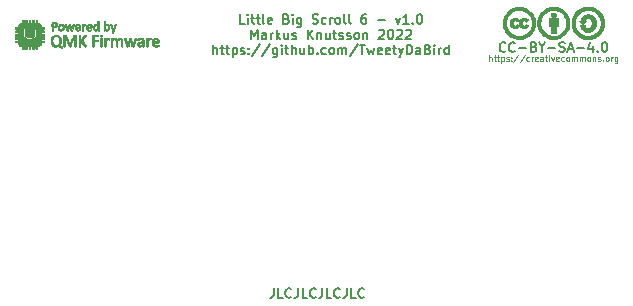
<source format=gto>
%TF.GenerationSoftware,KiCad,Pcbnew,(6.0.1)*%
%TF.CreationDate,2022-01-31T08:21:46+01:00*%
%TF.ProjectId,LBS6_Rear_Plate,4c425336-5f52-4656-9172-5f506c617465,v1.0*%
%TF.SameCoordinates,Original*%
%TF.FileFunction,Legend,Top*%
%TF.FilePolarity,Positive*%
%FSLAX46Y46*%
G04 Gerber Fmt 4.6, Leading zero omitted, Abs format (unit mm)*
G04 Created by KiCad (PCBNEW (6.0.1)) date 2022-01-31 08:21:46*
%MOMM*%
%LPD*%
G01*
G04 APERTURE LIST*
%ADD10C,0.150000*%
%ADD11C,0.100000*%
%ADD12C,0.010000*%
%ADD13C,3.700000*%
G04 APERTURE END LIST*
D10*
X106314761Y-112161904D02*
X106314761Y-112733333D01*
X106276666Y-112847619D01*
X106200476Y-112923809D01*
X106086190Y-112961904D01*
X106010000Y-112961904D01*
X107076666Y-112961904D02*
X106695714Y-112961904D01*
X106695714Y-112161904D01*
X107800476Y-112885714D02*
X107762380Y-112923809D01*
X107648095Y-112961904D01*
X107571904Y-112961904D01*
X107457619Y-112923809D01*
X107381428Y-112847619D01*
X107343333Y-112771428D01*
X107305238Y-112619047D01*
X107305238Y-112504761D01*
X107343333Y-112352380D01*
X107381428Y-112276190D01*
X107457619Y-112200000D01*
X107571904Y-112161904D01*
X107648095Y-112161904D01*
X107762380Y-112200000D01*
X107800476Y-112238095D01*
X108371904Y-112161904D02*
X108371904Y-112733333D01*
X108333809Y-112847619D01*
X108257619Y-112923809D01*
X108143333Y-112961904D01*
X108067142Y-112961904D01*
X109133809Y-112961904D02*
X108752857Y-112961904D01*
X108752857Y-112161904D01*
X109857619Y-112885714D02*
X109819523Y-112923809D01*
X109705238Y-112961904D01*
X109629047Y-112961904D01*
X109514761Y-112923809D01*
X109438571Y-112847619D01*
X109400476Y-112771428D01*
X109362380Y-112619047D01*
X109362380Y-112504761D01*
X109400476Y-112352380D01*
X109438571Y-112276190D01*
X109514761Y-112200000D01*
X109629047Y-112161904D01*
X109705238Y-112161904D01*
X109819523Y-112200000D01*
X109857619Y-112238095D01*
X110429047Y-112161904D02*
X110429047Y-112733333D01*
X110390952Y-112847619D01*
X110314761Y-112923809D01*
X110200476Y-112961904D01*
X110124285Y-112961904D01*
X111190952Y-112961904D02*
X110810000Y-112961904D01*
X110810000Y-112161904D01*
X111914761Y-112885714D02*
X111876666Y-112923809D01*
X111762380Y-112961904D01*
X111686190Y-112961904D01*
X111571904Y-112923809D01*
X111495714Y-112847619D01*
X111457619Y-112771428D01*
X111419523Y-112619047D01*
X111419523Y-112504761D01*
X111457619Y-112352380D01*
X111495714Y-112276190D01*
X111571904Y-112200000D01*
X111686190Y-112161904D01*
X111762380Y-112161904D01*
X111876666Y-112200000D01*
X111914761Y-112238095D01*
X112486190Y-112161904D02*
X112486190Y-112733333D01*
X112448095Y-112847619D01*
X112371904Y-112923809D01*
X112257619Y-112961904D01*
X112181428Y-112961904D01*
X113248095Y-112961904D02*
X112867142Y-112961904D01*
X112867142Y-112161904D01*
X113971904Y-112885714D02*
X113933809Y-112923809D01*
X113819523Y-112961904D01*
X113743333Y-112961904D01*
X113629047Y-112923809D01*
X113552857Y-112847619D01*
X113514761Y-112771428D01*
X113476666Y-112619047D01*
X113476666Y-112504761D01*
X113514761Y-112352380D01*
X113552857Y-112276190D01*
X113629047Y-112200000D01*
X113743333Y-112161904D01*
X113819523Y-112161904D01*
X113933809Y-112200000D01*
X113971904Y-112238095D01*
X103845714Y-89763904D02*
X103464761Y-89763904D01*
X103464761Y-88963904D01*
X104112380Y-89763904D02*
X104112380Y-89230571D01*
X104112380Y-88963904D02*
X104074285Y-89002000D01*
X104112380Y-89040095D01*
X104150476Y-89002000D01*
X104112380Y-88963904D01*
X104112380Y-89040095D01*
X104379047Y-89230571D02*
X104683809Y-89230571D01*
X104493333Y-88963904D02*
X104493333Y-89649619D01*
X104531428Y-89725809D01*
X104607619Y-89763904D01*
X104683809Y-89763904D01*
X104836190Y-89230571D02*
X105140952Y-89230571D01*
X104950476Y-88963904D02*
X104950476Y-89649619D01*
X104988571Y-89725809D01*
X105064761Y-89763904D01*
X105140952Y-89763904D01*
X105521904Y-89763904D02*
X105445714Y-89725809D01*
X105407619Y-89649619D01*
X105407619Y-88963904D01*
X106131428Y-89725809D02*
X106055238Y-89763904D01*
X105902857Y-89763904D01*
X105826666Y-89725809D01*
X105788571Y-89649619D01*
X105788571Y-89344857D01*
X105826666Y-89268666D01*
X105902857Y-89230571D01*
X106055238Y-89230571D01*
X106131428Y-89268666D01*
X106169523Y-89344857D01*
X106169523Y-89421047D01*
X105788571Y-89497238D01*
X107388571Y-89344857D02*
X107502857Y-89382952D01*
X107540952Y-89421047D01*
X107579047Y-89497238D01*
X107579047Y-89611523D01*
X107540952Y-89687714D01*
X107502857Y-89725809D01*
X107426666Y-89763904D01*
X107121904Y-89763904D01*
X107121904Y-88963904D01*
X107388571Y-88963904D01*
X107464761Y-89002000D01*
X107502857Y-89040095D01*
X107540952Y-89116285D01*
X107540952Y-89192476D01*
X107502857Y-89268666D01*
X107464761Y-89306761D01*
X107388571Y-89344857D01*
X107121904Y-89344857D01*
X107921904Y-89763904D02*
X107921904Y-89230571D01*
X107921904Y-88963904D02*
X107883809Y-89002000D01*
X107921904Y-89040095D01*
X107960000Y-89002000D01*
X107921904Y-88963904D01*
X107921904Y-89040095D01*
X108645714Y-89230571D02*
X108645714Y-89878190D01*
X108607619Y-89954380D01*
X108569523Y-89992476D01*
X108493333Y-90030571D01*
X108379047Y-90030571D01*
X108302857Y-89992476D01*
X108645714Y-89725809D02*
X108569523Y-89763904D01*
X108417142Y-89763904D01*
X108340952Y-89725809D01*
X108302857Y-89687714D01*
X108264761Y-89611523D01*
X108264761Y-89382952D01*
X108302857Y-89306761D01*
X108340952Y-89268666D01*
X108417142Y-89230571D01*
X108569523Y-89230571D01*
X108645714Y-89268666D01*
X109598095Y-89725809D02*
X109712380Y-89763904D01*
X109902857Y-89763904D01*
X109979047Y-89725809D01*
X110017142Y-89687714D01*
X110055238Y-89611523D01*
X110055238Y-89535333D01*
X110017142Y-89459142D01*
X109979047Y-89421047D01*
X109902857Y-89382952D01*
X109750476Y-89344857D01*
X109674285Y-89306761D01*
X109636190Y-89268666D01*
X109598095Y-89192476D01*
X109598095Y-89116285D01*
X109636190Y-89040095D01*
X109674285Y-89002000D01*
X109750476Y-88963904D01*
X109940952Y-88963904D01*
X110055238Y-89002000D01*
X110740952Y-89725809D02*
X110664761Y-89763904D01*
X110512380Y-89763904D01*
X110436190Y-89725809D01*
X110398095Y-89687714D01*
X110360000Y-89611523D01*
X110360000Y-89382952D01*
X110398095Y-89306761D01*
X110436190Y-89268666D01*
X110512380Y-89230571D01*
X110664761Y-89230571D01*
X110740952Y-89268666D01*
X111083809Y-89763904D02*
X111083809Y-89230571D01*
X111083809Y-89382952D02*
X111121904Y-89306761D01*
X111160000Y-89268666D01*
X111236190Y-89230571D01*
X111312380Y-89230571D01*
X111693333Y-89763904D02*
X111617142Y-89725809D01*
X111579047Y-89687714D01*
X111540952Y-89611523D01*
X111540952Y-89382952D01*
X111579047Y-89306761D01*
X111617142Y-89268666D01*
X111693333Y-89230571D01*
X111807619Y-89230571D01*
X111883809Y-89268666D01*
X111921904Y-89306761D01*
X111960000Y-89382952D01*
X111960000Y-89611523D01*
X111921904Y-89687714D01*
X111883809Y-89725809D01*
X111807619Y-89763904D01*
X111693333Y-89763904D01*
X112417142Y-89763904D02*
X112340952Y-89725809D01*
X112302857Y-89649619D01*
X112302857Y-88963904D01*
X112836190Y-89763904D02*
X112760000Y-89725809D01*
X112721904Y-89649619D01*
X112721904Y-88963904D01*
X114093333Y-88963904D02*
X113940952Y-88963904D01*
X113864761Y-89002000D01*
X113826666Y-89040095D01*
X113750476Y-89154380D01*
X113712380Y-89306761D01*
X113712380Y-89611523D01*
X113750476Y-89687714D01*
X113788571Y-89725809D01*
X113864761Y-89763904D01*
X114017142Y-89763904D01*
X114093333Y-89725809D01*
X114131428Y-89687714D01*
X114169523Y-89611523D01*
X114169523Y-89421047D01*
X114131428Y-89344857D01*
X114093333Y-89306761D01*
X114017142Y-89268666D01*
X113864761Y-89268666D01*
X113788571Y-89306761D01*
X113750476Y-89344857D01*
X113712380Y-89421047D01*
X115121904Y-89459142D02*
X115731428Y-89459142D01*
X116645714Y-89230571D02*
X116836190Y-89763904D01*
X117026666Y-89230571D01*
X117750476Y-89763904D02*
X117293333Y-89763904D01*
X117521904Y-89763904D02*
X117521904Y-88963904D01*
X117445714Y-89078190D01*
X117369523Y-89154380D01*
X117293333Y-89192476D01*
X118093333Y-89687714D02*
X118131428Y-89725809D01*
X118093333Y-89763904D01*
X118055238Y-89725809D01*
X118093333Y-89687714D01*
X118093333Y-89763904D01*
X118626666Y-88963904D02*
X118702857Y-88963904D01*
X118779047Y-89002000D01*
X118817142Y-89040095D01*
X118855238Y-89116285D01*
X118893333Y-89268666D01*
X118893333Y-89459142D01*
X118855238Y-89611523D01*
X118817142Y-89687714D01*
X118779047Y-89725809D01*
X118702857Y-89763904D01*
X118626666Y-89763904D01*
X118550476Y-89725809D01*
X118512380Y-89687714D01*
X118474285Y-89611523D01*
X118436190Y-89459142D01*
X118436190Y-89268666D01*
X118474285Y-89116285D01*
X118512380Y-89040095D01*
X118550476Y-89002000D01*
X118626666Y-88963904D01*
X104417142Y-91051904D02*
X104417142Y-90251904D01*
X104683809Y-90823333D01*
X104950476Y-90251904D01*
X104950476Y-91051904D01*
X105674285Y-91051904D02*
X105674285Y-90632857D01*
X105636190Y-90556666D01*
X105560000Y-90518571D01*
X105407619Y-90518571D01*
X105331428Y-90556666D01*
X105674285Y-91013809D02*
X105598095Y-91051904D01*
X105407619Y-91051904D01*
X105331428Y-91013809D01*
X105293333Y-90937619D01*
X105293333Y-90861428D01*
X105331428Y-90785238D01*
X105407619Y-90747142D01*
X105598095Y-90747142D01*
X105674285Y-90709047D01*
X106055238Y-91051904D02*
X106055238Y-90518571D01*
X106055238Y-90670952D02*
X106093333Y-90594761D01*
X106131428Y-90556666D01*
X106207619Y-90518571D01*
X106283809Y-90518571D01*
X106550476Y-91051904D02*
X106550476Y-90251904D01*
X106626666Y-90747142D02*
X106855238Y-91051904D01*
X106855238Y-90518571D02*
X106550476Y-90823333D01*
X107540952Y-90518571D02*
X107540952Y-91051904D01*
X107198095Y-90518571D02*
X107198095Y-90937619D01*
X107236190Y-91013809D01*
X107312380Y-91051904D01*
X107426666Y-91051904D01*
X107502857Y-91013809D01*
X107540952Y-90975714D01*
X107883809Y-91013809D02*
X107960000Y-91051904D01*
X108112380Y-91051904D01*
X108188571Y-91013809D01*
X108226666Y-90937619D01*
X108226666Y-90899523D01*
X108188571Y-90823333D01*
X108112380Y-90785238D01*
X107998095Y-90785238D01*
X107921904Y-90747142D01*
X107883809Y-90670952D01*
X107883809Y-90632857D01*
X107921904Y-90556666D01*
X107998095Y-90518571D01*
X108112380Y-90518571D01*
X108188571Y-90556666D01*
X109179047Y-91051904D02*
X109179047Y-90251904D01*
X109636190Y-91051904D02*
X109293333Y-90594761D01*
X109636190Y-90251904D02*
X109179047Y-90709047D01*
X109979047Y-90518571D02*
X109979047Y-91051904D01*
X109979047Y-90594761D02*
X110017142Y-90556666D01*
X110093333Y-90518571D01*
X110207619Y-90518571D01*
X110283809Y-90556666D01*
X110321904Y-90632857D01*
X110321904Y-91051904D01*
X111045714Y-90518571D02*
X111045714Y-91051904D01*
X110702857Y-90518571D02*
X110702857Y-90937619D01*
X110740952Y-91013809D01*
X110817142Y-91051904D01*
X110931428Y-91051904D01*
X111007619Y-91013809D01*
X111045714Y-90975714D01*
X111312380Y-90518571D02*
X111617142Y-90518571D01*
X111426666Y-90251904D02*
X111426666Y-90937619D01*
X111464761Y-91013809D01*
X111540952Y-91051904D01*
X111617142Y-91051904D01*
X111845714Y-91013809D02*
X111921904Y-91051904D01*
X112074285Y-91051904D01*
X112150476Y-91013809D01*
X112188571Y-90937619D01*
X112188571Y-90899523D01*
X112150476Y-90823333D01*
X112074285Y-90785238D01*
X111960000Y-90785238D01*
X111883809Y-90747142D01*
X111845714Y-90670952D01*
X111845714Y-90632857D01*
X111883809Y-90556666D01*
X111960000Y-90518571D01*
X112074285Y-90518571D01*
X112150476Y-90556666D01*
X112493333Y-91013809D02*
X112569523Y-91051904D01*
X112721904Y-91051904D01*
X112798095Y-91013809D01*
X112836190Y-90937619D01*
X112836190Y-90899523D01*
X112798095Y-90823333D01*
X112721904Y-90785238D01*
X112607619Y-90785238D01*
X112531428Y-90747142D01*
X112493333Y-90670952D01*
X112493333Y-90632857D01*
X112531428Y-90556666D01*
X112607619Y-90518571D01*
X112721904Y-90518571D01*
X112798095Y-90556666D01*
X113293333Y-91051904D02*
X113217142Y-91013809D01*
X113179047Y-90975714D01*
X113140952Y-90899523D01*
X113140952Y-90670952D01*
X113179047Y-90594761D01*
X113217142Y-90556666D01*
X113293333Y-90518571D01*
X113407619Y-90518571D01*
X113483809Y-90556666D01*
X113521904Y-90594761D01*
X113560000Y-90670952D01*
X113560000Y-90899523D01*
X113521904Y-90975714D01*
X113483809Y-91013809D01*
X113407619Y-91051904D01*
X113293333Y-91051904D01*
X113902857Y-90518571D02*
X113902857Y-91051904D01*
X113902857Y-90594761D02*
X113940952Y-90556666D01*
X114017142Y-90518571D01*
X114131428Y-90518571D01*
X114207619Y-90556666D01*
X114245714Y-90632857D01*
X114245714Y-91051904D01*
X115198095Y-90328095D02*
X115236190Y-90290000D01*
X115312380Y-90251904D01*
X115502857Y-90251904D01*
X115579047Y-90290000D01*
X115617142Y-90328095D01*
X115655238Y-90404285D01*
X115655238Y-90480476D01*
X115617142Y-90594761D01*
X115160000Y-91051904D01*
X115655238Y-91051904D01*
X116150476Y-90251904D02*
X116226666Y-90251904D01*
X116302857Y-90290000D01*
X116340952Y-90328095D01*
X116379047Y-90404285D01*
X116417142Y-90556666D01*
X116417142Y-90747142D01*
X116379047Y-90899523D01*
X116340952Y-90975714D01*
X116302857Y-91013809D01*
X116226666Y-91051904D01*
X116150476Y-91051904D01*
X116074285Y-91013809D01*
X116036190Y-90975714D01*
X115998095Y-90899523D01*
X115960000Y-90747142D01*
X115960000Y-90556666D01*
X115998095Y-90404285D01*
X116036190Y-90328095D01*
X116074285Y-90290000D01*
X116150476Y-90251904D01*
X116721904Y-90328095D02*
X116760000Y-90290000D01*
X116836190Y-90251904D01*
X117026666Y-90251904D01*
X117102857Y-90290000D01*
X117140952Y-90328095D01*
X117179047Y-90404285D01*
X117179047Y-90480476D01*
X117140952Y-90594761D01*
X116683809Y-91051904D01*
X117179047Y-91051904D01*
X117483809Y-90328095D02*
X117521904Y-90290000D01*
X117598095Y-90251904D01*
X117788571Y-90251904D01*
X117864761Y-90290000D01*
X117902857Y-90328095D01*
X117940952Y-90404285D01*
X117940952Y-90480476D01*
X117902857Y-90594761D01*
X117445714Y-91051904D01*
X117940952Y-91051904D01*
X101198095Y-92339904D02*
X101198095Y-91539904D01*
X101540952Y-92339904D02*
X101540952Y-91920857D01*
X101502857Y-91844666D01*
X101426666Y-91806571D01*
X101312380Y-91806571D01*
X101236190Y-91844666D01*
X101198095Y-91882761D01*
X101807619Y-91806571D02*
X102112380Y-91806571D01*
X101921904Y-91539904D02*
X101921904Y-92225619D01*
X101960000Y-92301809D01*
X102036190Y-92339904D01*
X102112380Y-92339904D01*
X102264761Y-91806571D02*
X102569523Y-91806571D01*
X102379047Y-91539904D02*
X102379047Y-92225619D01*
X102417142Y-92301809D01*
X102493333Y-92339904D01*
X102569523Y-92339904D01*
X102836190Y-91806571D02*
X102836190Y-92606571D01*
X102836190Y-91844666D02*
X102912380Y-91806571D01*
X103064761Y-91806571D01*
X103140952Y-91844666D01*
X103179047Y-91882761D01*
X103217142Y-91958952D01*
X103217142Y-92187523D01*
X103179047Y-92263714D01*
X103140952Y-92301809D01*
X103064761Y-92339904D01*
X102912380Y-92339904D01*
X102836190Y-92301809D01*
X103521904Y-92301809D02*
X103598095Y-92339904D01*
X103750476Y-92339904D01*
X103826666Y-92301809D01*
X103864761Y-92225619D01*
X103864761Y-92187523D01*
X103826666Y-92111333D01*
X103750476Y-92073238D01*
X103636190Y-92073238D01*
X103560000Y-92035142D01*
X103521904Y-91958952D01*
X103521904Y-91920857D01*
X103560000Y-91844666D01*
X103636190Y-91806571D01*
X103750476Y-91806571D01*
X103826666Y-91844666D01*
X104207619Y-92263714D02*
X104245714Y-92301809D01*
X104207619Y-92339904D01*
X104169523Y-92301809D01*
X104207619Y-92263714D01*
X104207619Y-92339904D01*
X104207619Y-91844666D02*
X104245714Y-91882761D01*
X104207619Y-91920857D01*
X104169523Y-91882761D01*
X104207619Y-91844666D01*
X104207619Y-91920857D01*
X105160000Y-91501809D02*
X104474285Y-92530380D01*
X105998095Y-91501809D02*
X105312380Y-92530380D01*
X106607619Y-91806571D02*
X106607619Y-92454190D01*
X106569523Y-92530380D01*
X106531428Y-92568476D01*
X106455238Y-92606571D01*
X106340952Y-92606571D01*
X106264761Y-92568476D01*
X106607619Y-92301809D02*
X106531428Y-92339904D01*
X106379047Y-92339904D01*
X106302857Y-92301809D01*
X106264761Y-92263714D01*
X106226666Y-92187523D01*
X106226666Y-91958952D01*
X106264761Y-91882761D01*
X106302857Y-91844666D01*
X106379047Y-91806571D01*
X106531428Y-91806571D01*
X106607619Y-91844666D01*
X106988571Y-92339904D02*
X106988571Y-91806571D01*
X106988571Y-91539904D02*
X106950476Y-91578000D01*
X106988571Y-91616095D01*
X107026666Y-91578000D01*
X106988571Y-91539904D01*
X106988571Y-91616095D01*
X107255238Y-91806571D02*
X107560000Y-91806571D01*
X107369523Y-91539904D02*
X107369523Y-92225619D01*
X107407619Y-92301809D01*
X107483809Y-92339904D01*
X107560000Y-92339904D01*
X107826666Y-92339904D02*
X107826666Y-91539904D01*
X108169523Y-92339904D02*
X108169523Y-91920857D01*
X108131428Y-91844666D01*
X108055238Y-91806571D01*
X107940952Y-91806571D01*
X107864761Y-91844666D01*
X107826666Y-91882761D01*
X108893333Y-91806571D02*
X108893333Y-92339904D01*
X108550476Y-91806571D02*
X108550476Y-92225619D01*
X108588571Y-92301809D01*
X108664761Y-92339904D01*
X108779047Y-92339904D01*
X108855238Y-92301809D01*
X108893333Y-92263714D01*
X109274285Y-92339904D02*
X109274285Y-91539904D01*
X109274285Y-91844666D02*
X109350476Y-91806571D01*
X109502857Y-91806571D01*
X109579047Y-91844666D01*
X109617142Y-91882761D01*
X109655238Y-91958952D01*
X109655238Y-92187523D01*
X109617142Y-92263714D01*
X109579047Y-92301809D01*
X109502857Y-92339904D01*
X109350476Y-92339904D01*
X109274285Y-92301809D01*
X109998095Y-92263714D02*
X110036190Y-92301809D01*
X109998095Y-92339904D01*
X109960000Y-92301809D01*
X109998095Y-92263714D01*
X109998095Y-92339904D01*
X110721904Y-92301809D02*
X110645714Y-92339904D01*
X110493333Y-92339904D01*
X110417142Y-92301809D01*
X110379047Y-92263714D01*
X110340952Y-92187523D01*
X110340952Y-91958952D01*
X110379047Y-91882761D01*
X110417142Y-91844666D01*
X110493333Y-91806571D01*
X110645714Y-91806571D01*
X110721904Y-91844666D01*
X111179047Y-92339904D02*
X111102857Y-92301809D01*
X111064761Y-92263714D01*
X111026666Y-92187523D01*
X111026666Y-91958952D01*
X111064761Y-91882761D01*
X111102857Y-91844666D01*
X111179047Y-91806571D01*
X111293333Y-91806571D01*
X111369523Y-91844666D01*
X111407619Y-91882761D01*
X111445714Y-91958952D01*
X111445714Y-92187523D01*
X111407619Y-92263714D01*
X111369523Y-92301809D01*
X111293333Y-92339904D01*
X111179047Y-92339904D01*
X111788571Y-92339904D02*
X111788571Y-91806571D01*
X111788571Y-91882761D02*
X111826666Y-91844666D01*
X111902857Y-91806571D01*
X112017142Y-91806571D01*
X112093333Y-91844666D01*
X112131428Y-91920857D01*
X112131428Y-92339904D01*
X112131428Y-91920857D02*
X112169523Y-91844666D01*
X112245714Y-91806571D01*
X112360000Y-91806571D01*
X112436190Y-91844666D01*
X112474285Y-91920857D01*
X112474285Y-92339904D01*
X113426666Y-91501809D02*
X112740952Y-92530380D01*
X113579047Y-91539904D02*
X114036190Y-91539904D01*
X113807619Y-92339904D02*
X113807619Y-91539904D01*
X114226666Y-91806571D02*
X114379047Y-92339904D01*
X114531428Y-91958952D01*
X114683809Y-92339904D01*
X114836190Y-91806571D01*
X115445714Y-92301809D02*
X115369523Y-92339904D01*
X115217142Y-92339904D01*
X115140952Y-92301809D01*
X115102857Y-92225619D01*
X115102857Y-91920857D01*
X115140952Y-91844666D01*
X115217142Y-91806571D01*
X115369523Y-91806571D01*
X115445714Y-91844666D01*
X115483809Y-91920857D01*
X115483809Y-91997047D01*
X115102857Y-92073238D01*
X116131428Y-92301809D02*
X116055238Y-92339904D01*
X115902857Y-92339904D01*
X115826666Y-92301809D01*
X115788571Y-92225619D01*
X115788571Y-91920857D01*
X115826666Y-91844666D01*
X115902857Y-91806571D01*
X116055238Y-91806571D01*
X116131428Y-91844666D01*
X116169523Y-91920857D01*
X116169523Y-91997047D01*
X115788571Y-92073238D01*
X116398095Y-91806571D02*
X116702857Y-91806571D01*
X116512380Y-91539904D02*
X116512380Y-92225619D01*
X116550476Y-92301809D01*
X116626666Y-92339904D01*
X116702857Y-92339904D01*
X116893333Y-91806571D02*
X117083809Y-92339904D01*
X117274285Y-91806571D02*
X117083809Y-92339904D01*
X117007619Y-92530380D01*
X116969523Y-92568476D01*
X116893333Y-92606571D01*
X117579047Y-92339904D02*
X117579047Y-91539904D01*
X117769523Y-91539904D01*
X117883809Y-91578000D01*
X117960000Y-91654190D01*
X117998095Y-91730380D01*
X118036190Y-91882761D01*
X118036190Y-91997047D01*
X117998095Y-92149428D01*
X117960000Y-92225619D01*
X117883809Y-92301809D01*
X117769523Y-92339904D01*
X117579047Y-92339904D01*
X118721904Y-92339904D02*
X118721904Y-91920857D01*
X118683809Y-91844666D01*
X118607619Y-91806571D01*
X118455238Y-91806571D01*
X118379047Y-91844666D01*
X118721904Y-92301809D02*
X118645714Y-92339904D01*
X118455238Y-92339904D01*
X118379047Y-92301809D01*
X118340952Y-92225619D01*
X118340952Y-92149428D01*
X118379047Y-92073238D01*
X118455238Y-92035142D01*
X118645714Y-92035142D01*
X118721904Y-91997047D01*
X119369523Y-91920857D02*
X119483809Y-91958952D01*
X119521904Y-91997047D01*
X119560000Y-92073238D01*
X119560000Y-92187523D01*
X119521904Y-92263714D01*
X119483809Y-92301809D01*
X119407619Y-92339904D01*
X119102857Y-92339904D01*
X119102857Y-91539904D01*
X119369523Y-91539904D01*
X119445714Y-91578000D01*
X119483809Y-91616095D01*
X119521904Y-91692285D01*
X119521904Y-91768476D01*
X119483809Y-91844666D01*
X119445714Y-91882761D01*
X119369523Y-91920857D01*
X119102857Y-91920857D01*
X119902857Y-92339904D02*
X119902857Y-91806571D01*
X119902857Y-91539904D02*
X119864761Y-91578000D01*
X119902857Y-91616095D01*
X119940952Y-91578000D01*
X119902857Y-91539904D01*
X119902857Y-91616095D01*
X120283809Y-92339904D02*
X120283809Y-91806571D01*
X120283809Y-91958952D02*
X120321904Y-91882761D01*
X120360000Y-91844666D01*
X120436190Y-91806571D01*
X120512380Y-91806571D01*
X121121904Y-92339904D02*
X121121904Y-91539904D01*
X121121904Y-92301809D02*
X121045714Y-92339904D01*
X120893333Y-92339904D01*
X120817142Y-92301809D01*
X120779047Y-92263714D01*
X120740952Y-92187523D01*
X120740952Y-91958952D01*
X120779047Y-91882761D01*
X120817142Y-91844666D01*
X120893333Y-91806571D01*
X121045714Y-91806571D01*
X121121904Y-91844666D01*
X125928260Y-92062439D02*
X125890164Y-92100534D01*
X125775879Y-92138629D01*
X125699688Y-92138629D01*
X125585403Y-92100534D01*
X125509212Y-92024344D01*
X125471117Y-91948153D01*
X125433022Y-91795772D01*
X125433022Y-91681486D01*
X125471117Y-91529105D01*
X125509212Y-91452915D01*
X125585403Y-91376725D01*
X125699688Y-91338629D01*
X125775879Y-91338629D01*
X125890164Y-91376725D01*
X125928260Y-91414820D01*
X126728260Y-92062439D02*
X126690164Y-92100534D01*
X126575879Y-92138629D01*
X126499688Y-92138629D01*
X126385403Y-92100534D01*
X126309212Y-92024344D01*
X126271117Y-91948153D01*
X126233022Y-91795772D01*
X126233022Y-91681486D01*
X126271117Y-91529105D01*
X126309212Y-91452915D01*
X126385403Y-91376725D01*
X126499688Y-91338629D01*
X126575879Y-91338629D01*
X126690164Y-91376725D01*
X126728260Y-91414820D01*
X127071117Y-91833867D02*
X127680641Y-91833867D01*
X128328260Y-91719582D02*
X128442545Y-91757677D01*
X128480641Y-91795772D01*
X128518736Y-91871963D01*
X128518736Y-91986248D01*
X128480641Y-92062439D01*
X128442545Y-92100534D01*
X128366355Y-92138629D01*
X128061593Y-92138629D01*
X128061593Y-91338629D01*
X128328260Y-91338629D01*
X128404450Y-91376725D01*
X128442545Y-91414820D01*
X128480641Y-91491010D01*
X128480641Y-91567201D01*
X128442545Y-91643391D01*
X128404450Y-91681486D01*
X128328260Y-91719582D01*
X128061593Y-91719582D01*
X129013974Y-91757677D02*
X129013974Y-92138629D01*
X128747307Y-91338629D02*
X129013974Y-91757677D01*
X129280641Y-91338629D01*
X129547307Y-91833867D02*
X130156831Y-91833867D01*
X130499688Y-92100534D02*
X130613974Y-92138629D01*
X130804450Y-92138629D01*
X130880641Y-92100534D01*
X130918736Y-92062439D01*
X130956831Y-91986248D01*
X130956831Y-91910058D01*
X130918736Y-91833867D01*
X130880641Y-91795772D01*
X130804450Y-91757677D01*
X130652069Y-91719582D01*
X130575879Y-91681486D01*
X130537783Y-91643391D01*
X130499688Y-91567201D01*
X130499688Y-91491010D01*
X130537783Y-91414820D01*
X130575879Y-91376725D01*
X130652069Y-91338629D01*
X130842545Y-91338629D01*
X130956831Y-91376725D01*
X131261593Y-91910058D02*
X131642545Y-91910058D01*
X131185403Y-92138629D02*
X131452069Y-91338629D01*
X131718736Y-92138629D01*
X131985403Y-91833867D02*
X132594926Y-91833867D01*
X133318736Y-91605296D02*
X133318736Y-92138629D01*
X133128260Y-91300534D02*
X132937783Y-91871963D01*
X133433022Y-91871963D01*
X133737783Y-92062439D02*
X133775879Y-92100534D01*
X133737783Y-92138629D01*
X133699688Y-92100534D01*
X133737783Y-92062439D01*
X133737783Y-92138629D01*
X134271117Y-91338629D02*
X134347307Y-91338629D01*
X134423498Y-91376725D01*
X134461593Y-91414820D01*
X134499688Y-91491010D01*
X134537783Y-91643391D01*
X134537783Y-91833867D01*
X134499688Y-91986248D01*
X134461593Y-92062439D01*
X134423498Y-92100534D01*
X134347307Y-92138629D01*
X134271117Y-92138629D01*
X134194926Y-92100534D01*
X134156831Y-92062439D01*
X134118736Y-91986248D01*
X134080641Y-91833867D01*
X134080641Y-91643391D01*
X134118736Y-91491010D01*
X134156831Y-91414820D01*
X134194926Y-91376725D01*
X134271117Y-91338629D01*
D11*
X124556831Y-92912915D02*
X124556831Y-92412915D01*
X124771117Y-92912915D02*
X124771117Y-92651010D01*
X124747307Y-92603391D01*
X124699688Y-92579582D01*
X124628260Y-92579582D01*
X124580641Y-92603391D01*
X124556831Y-92627201D01*
X124937783Y-92579582D02*
X125128260Y-92579582D01*
X125009212Y-92412915D02*
X125009212Y-92841486D01*
X125033022Y-92889105D01*
X125080641Y-92912915D01*
X125128260Y-92912915D01*
X125223498Y-92579582D02*
X125413974Y-92579582D01*
X125294926Y-92412915D02*
X125294926Y-92841486D01*
X125318736Y-92889105D01*
X125366355Y-92912915D01*
X125413974Y-92912915D01*
X125580641Y-92579582D02*
X125580641Y-93079582D01*
X125580641Y-92603391D02*
X125628260Y-92579582D01*
X125723498Y-92579582D01*
X125771117Y-92603391D01*
X125794926Y-92627201D01*
X125818736Y-92674820D01*
X125818736Y-92817677D01*
X125794926Y-92865296D01*
X125771117Y-92889105D01*
X125723498Y-92912915D01*
X125628260Y-92912915D01*
X125580641Y-92889105D01*
X126009212Y-92889105D02*
X126056831Y-92912915D01*
X126152069Y-92912915D01*
X126199688Y-92889105D01*
X126223498Y-92841486D01*
X126223498Y-92817677D01*
X126199688Y-92770058D01*
X126152069Y-92746248D01*
X126080641Y-92746248D01*
X126033022Y-92722439D01*
X126009212Y-92674820D01*
X126009212Y-92651010D01*
X126033022Y-92603391D01*
X126080641Y-92579582D01*
X126152069Y-92579582D01*
X126199688Y-92603391D01*
X126437783Y-92865296D02*
X126461593Y-92889105D01*
X126437783Y-92912915D01*
X126413974Y-92889105D01*
X126437783Y-92865296D01*
X126437783Y-92912915D01*
X126437783Y-92603391D02*
X126461593Y-92627201D01*
X126437783Y-92651010D01*
X126413974Y-92627201D01*
X126437783Y-92603391D01*
X126437783Y-92651010D01*
X127033022Y-92389105D02*
X126604450Y-93031963D01*
X127556831Y-92389105D02*
X127128260Y-93031963D01*
X127937783Y-92889105D02*
X127890164Y-92912915D01*
X127794926Y-92912915D01*
X127747307Y-92889105D01*
X127723498Y-92865296D01*
X127699688Y-92817677D01*
X127699688Y-92674820D01*
X127723498Y-92627201D01*
X127747307Y-92603391D01*
X127794926Y-92579582D01*
X127890164Y-92579582D01*
X127937783Y-92603391D01*
X128152069Y-92912915D02*
X128152069Y-92579582D01*
X128152069Y-92674820D02*
X128175879Y-92627201D01*
X128199688Y-92603391D01*
X128247307Y-92579582D01*
X128294926Y-92579582D01*
X128652069Y-92889105D02*
X128604450Y-92912915D01*
X128509212Y-92912915D01*
X128461593Y-92889105D01*
X128437783Y-92841486D01*
X128437783Y-92651010D01*
X128461593Y-92603391D01*
X128509212Y-92579582D01*
X128604450Y-92579582D01*
X128652069Y-92603391D01*
X128675879Y-92651010D01*
X128675879Y-92698629D01*
X128437783Y-92746248D01*
X129104450Y-92912915D02*
X129104450Y-92651010D01*
X129080641Y-92603391D01*
X129033022Y-92579582D01*
X128937783Y-92579582D01*
X128890164Y-92603391D01*
X129104450Y-92889105D02*
X129056831Y-92912915D01*
X128937783Y-92912915D01*
X128890164Y-92889105D01*
X128866355Y-92841486D01*
X128866355Y-92793867D01*
X128890164Y-92746248D01*
X128937783Y-92722439D01*
X129056831Y-92722439D01*
X129104450Y-92698629D01*
X129271117Y-92579582D02*
X129461593Y-92579582D01*
X129342545Y-92412915D02*
X129342545Y-92841486D01*
X129366355Y-92889105D01*
X129413974Y-92912915D01*
X129461593Y-92912915D01*
X129628260Y-92912915D02*
X129628260Y-92579582D01*
X129628260Y-92412915D02*
X129604450Y-92436725D01*
X129628260Y-92460534D01*
X129652069Y-92436725D01*
X129628260Y-92412915D01*
X129628260Y-92460534D01*
X129818736Y-92579582D02*
X129937783Y-92912915D01*
X130056831Y-92579582D01*
X130437783Y-92889105D02*
X130390164Y-92912915D01*
X130294926Y-92912915D01*
X130247307Y-92889105D01*
X130223498Y-92841486D01*
X130223498Y-92651010D01*
X130247307Y-92603391D01*
X130294926Y-92579582D01*
X130390164Y-92579582D01*
X130437783Y-92603391D01*
X130461593Y-92651010D01*
X130461593Y-92698629D01*
X130223498Y-92746248D01*
X130890164Y-92889105D02*
X130842545Y-92912915D01*
X130747307Y-92912915D01*
X130699688Y-92889105D01*
X130675879Y-92865296D01*
X130652069Y-92817677D01*
X130652069Y-92674820D01*
X130675879Y-92627201D01*
X130699688Y-92603391D01*
X130747307Y-92579582D01*
X130842545Y-92579582D01*
X130890164Y-92603391D01*
X131175879Y-92912915D02*
X131128260Y-92889105D01*
X131104450Y-92865296D01*
X131080641Y-92817677D01*
X131080641Y-92674820D01*
X131104450Y-92627201D01*
X131128260Y-92603391D01*
X131175879Y-92579582D01*
X131247307Y-92579582D01*
X131294926Y-92603391D01*
X131318736Y-92627201D01*
X131342545Y-92674820D01*
X131342545Y-92817677D01*
X131318736Y-92865296D01*
X131294926Y-92889105D01*
X131247307Y-92912915D01*
X131175879Y-92912915D01*
X131556831Y-92912915D02*
X131556831Y-92579582D01*
X131556831Y-92627201D02*
X131580641Y-92603391D01*
X131628260Y-92579582D01*
X131699688Y-92579582D01*
X131747307Y-92603391D01*
X131771117Y-92651010D01*
X131771117Y-92912915D01*
X131771117Y-92651010D02*
X131794926Y-92603391D01*
X131842545Y-92579582D01*
X131913974Y-92579582D01*
X131961593Y-92603391D01*
X131985403Y-92651010D01*
X131985403Y-92912915D01*
X132223498Y-92912915D02*
X132223498Y-92579582D01*
X132223498Y-92627201D02*
X132247307Y-92603391D01*
X132294926Y-92579582D01*
X132366355Y-92579582D01*
X132413974Y-92603391D01*
X132437783Y-92651010D01*
X132437783Y-92912915D01*
X132437783Y-92651010D02*
X132461593Y-92603391D01*
X132509212Y-92579582D01*
X132580641Y-92579582D01*
X132628260Y-92603391D01*
X132652069Y-92651010D01*
X132652069Y-92912915D01*
X132961593Y-92912915D02*
X132913974Y-92889105D01*
X132890164Y-92865296D01*
X132866355Y-92817677D01*
X132866355Y-92674820D01*
X132890164Y-92627201D01*
X132913974Y-92603391D01*
X132961593Y-92579582D01*
X133033022Y-92579582D01*
X133080641Y-92603391D01*
X133104450Y-92627201D01*
X133128260Y-92674820D01*
X133128260Y-92817677D01*
X133104450Y-92865296D01*
X133080641Y-92889105D01*
X133033022Y-92912915D01*
X132961593Y-92912915D01*
X133342545Y-92579582D02*
X133342545Y-92912915D01*
X133342545Y-92627201D02*
X133366355Y-92603391D01*
X133413974Y-92579582D01*
X133485403Y-92579582D01*
X133533022Y-92603391D01*
X133556831Y-92651010D01*
X133556831Y-92912915D01*
X133771117Y-92889105D02*
X133818736Y-92912915D01*
X133913974Y-92912915D01*
X133961593Y-92889105D01*
X133985403Y-92841486D01*
X133985403Y-92817677D01*
X133961593Y-92770058D01*
X133913974Y-92746248D01*
X133842545Y-92746248D01*
X133794926Y-92722439D01*
X133771117Y-92674820D01*
X133771117Y-92651010D01*
X133794926Y-92603391D01*
X133842545Y-92579582D01*
X133913974Y-92579582D01*
X133961593Y-92603391D01*
X134199688Y-92865296D02*
X134223498Y-92889105D01*
X134199688Y-92912915D01*
X134175879Y-92889105D01*
X134199688Y-92865296D01*
X134199688Y-92912915D01*
X134509212Y-92912915D02*
X134461593Y-92889105D01*
X134437783Y-92865296D01*
X134413974Y-92817677D01*
X134413974Y-92674820D01*
X134437783Y-92627201D01*
X134461593Y-92603391D01*
X134509212Y-92579582D01*
X134580641Y-92579582D01*
X134628260Y-92603391D01*
X134652069Y-92627201D01*
X134675879Y-92674820D01*
X134675879Y-92817677D01*
X134652069Y-92865296D01*
X134628260Y-92889105D01*
X134580641Y-92912915D01*
X134509212Y-92912915D01*
X134890164Y-92912915D02*
X134890164Y-92579582D01*
X134890164Y-92674820D02*
X134913974Y-92627201D01*
X134937783Y-92603391D01*
X134985403Y-92579582D01*
X135033022Y-92579582D01*
X135413974Y-92579582D02*
X135413974Y-92984344D01*
X135390164Y-93031963D01*
X135366355Y-93055772D01*
X135318736Y-93079582D01*
X135247307Y-93079582D01*
X135199688Y-93055772D01*
X135413974Y-92889105D02*
X135366355Y-92912915D01*
X135271117Y-92912915D01*
X135223498Y-92889105D01*
X135199688Y-92865296D01*
X135175879Y-92817677D01*
X135175879Y-92674820D01*
X135199688Y-92627201D01*
X135223498Y-92603391D01*
X135271117Y-92579582D01*
X135366355Y-92579582D01*
X135413974Y-92603391D01*
D12*
X87930902Y-90700572D02*
X87990281Y-90710178D01*
X87990281Y-90710178D02*
X88075621Y-90739435D01*
X88075621Y-90739435D02*
X88146563Y-90783713D01*
X88146563Y-90783713D02*
X88203283Y-90843262D01*
X88203283Y-90843262D02*
X88245955Y-90918328D01*
X88245955Y-90918328D02*
X88274751Y-91009159D01*
X88274751Y-91009159D02*
X88289848Y-91116003D01*
X88289848Y-91116003D02*
X88291203Y-91138588D01*
X88291203Y-91138588D02*
X88289872Y-91255689D01*
X88289872Y-91255689D02*
X88274471Y-91362148D01*
X88274471Y-91362148D02*
X88245472Y-91455903D01*
X88245472Y-91455903D02*
X88203345Y-91534890D01*
X88203345Y-91534890D02*
X88199445Y-91540477D01*
X88199445Y-91540477D02*
X88178666Y-91569657D01*
X88178666Y-91569657D02*
X88244068Y-91612839D01*
X88244068Y-91612839D02*
X88284795Y-91638820D01*
X88284795Y-91638820D02*
X88326446Y-91663945D01*
X88326446Y-91663945D02*
X88357095Y-91681191D01*
X88357095Y-91681191D02*
X88385327Y-91697388D01*
X88385327Y-91697388D02*
X88399845Y-91712465D01*
X88399845Y-91712465D02*
X88405845Y-91734531D01*
X88405845Y-91734531D02*
X88407873Y-91760448D01*
X88407873Y-91760448D02*
X88407783Y-91796986D01*
X88407783Y-91796986D02*
X88399755Y-91816254D01*
X88399755Y-91816254D02*
X88380207Y-91820915D01*
X88380207Y-91820915D02*
X88345558Y-91813634D01*
X88345558Y-91813634D02*
X88338955Y-91811711D01*
X88338955Y-91811711D02*
X88275203Y-91785793D01*
X88275203Y-91785793D02*
X88202734Y-91743808D01*
X88202734Y-91743808D02*
X88132724Y-91693865D01*
X88132724Y-91693865D02*
X88072396Y-91647276D01*
X88072396Y-91647276D02*
X88006460Y-91669488D01*
X88006460Y-91669488D02*
X87948074Y-91683235D01*
X87948074Y-91683235D02*
X87878461Y-91690692D01*
X87878461Y-91690692D02*
X87806378Y-91691573D01*
X87806378Y-91691573D02*
X87740581Y-91685587D01*
X87740581Y-91685587D02*
X87710218Y-91679256D01*
X87710218Y-91679256D02*
X87628307Y-91647404D01*
X87628307Y-91647404D02*
X87560329Y-91599692D01*
X87560329Y-91599692D02*
X87506265Y-91536092D01*
X87506265Y-91536092D02*
X87466097Y-91456575D01*
X87466097Y-91456575D02*
X87439808Y-91361110D01*
X87439808Y-91361110D02*
X87427381Y-91249668D01*
X87427381Y-91249668D02*
X87426290Y-91203355D01*
X87426290Y-91203355D02*
X87427935Y-91177852D01*
X87427935Y-91177852D02*
X87574646Y-91177852D01*
X87574646Y-91177852D02*
X87576911Y-91252866D01*
X87576911Y-91252866D02*
X87584789Y-91324716D01*
X87584789Y-91324716D02*
X87597948Y-91386168D01*
X87597948Y-91386168D02*
X87604817Y-91406741D01*
X87604817Y-91406741D02*
X87634073Y-91460990D01*
X87634073Y-91460990D02*
X87675408Y-91508834D01*
X87675408Y-91508834D02*
X87723492Y-91545025D01*
X87723492Y-91545025D02*
X87762187Y-91561767D01*
X87762187Y-91561767D02*
X87806875Y-91568844D01*
X87806875Y-91568844D02*
X87860981Y-91569547D01*
X87860981Y-91569547D02*
X87915795Y-91564439D01*
X87915795Y-91564439D02*
X87962604Y-91554083D01*
X87962604Y-91554083D02*
X87978969Y-91547751D01*
X87978969Y-91547751D02*
X88038520Y-91509085D01*
X88038520Y-91509085D02*
X88084622Y-91455700D01*
X88084622Y-91455700D02*
X88117493Y-91387063D01*
X88117493Y-91387063D02*
X88137354Y-91302642D01*
X88137354Y-91302642D02*
X88144423Y-91201905D01*
X88144423Y-91201905D02*
X88143343Y-91147750D01*
X88143343Y-91147750D02*
X88133034Y-91053035D01*
X88133034Y-91053035D02*
X88111017Y-90975281D01*
X88111017Y-90975281D02*
X88076745Y-90913464D01*
X88076745Y-90913464D02*
X88029672Y-90866562D01*
X88029672Y-90866562D02*
X87977463Y-90836914D01*
X87977463Y-90836914D02*
X87940554Y-90827035D01*
X87940554Y-90827035D02*
X87891706Y-90821578D01*
X87891706Y-90821578D02*
X87839236Y-90820714D01*
X87839236Y-90820714D02*
X87791460Y-90824615D01*
X87791460Y-90824615D02*
X87759183Y-90832407D01*
X87759183Y-90832407D02*
X87696176Y-90868470D01*
X87696176Y-90868470D02*
X87645183Y-90921555D01*
X87645183Y-90921555D02*
X87606883Y-90990806D01*
X87606883Y-90990806D02*
X87588287Y-91047279D01*
X87588287Y-91047279D02*
X87578327Y-91106911D01*
X87578327Y-91106911D02*
X87574646Y-91177852D01*
X87574646Y-91177852D02*
X87427935Y-91177852D01*
X87427935Y-91177852D02*
X87433571Y-91090533D01*
X87433571Y-91090533D02*
X87455532Y-90989898D01*
X87455532Y-90989898D02*
X87491587Y-90902519D01*
X87491587Y-90902519D02*
X87541150Y-90829466D01*
X87541150Y-90829466D02*
X87603636Y-90771806D01*
X87603636Y-90771806D02*
X87678458Y-90730610D01*
X87678458Y-90730610D02*
X87687275Y-90727183D01*
X87687275Y-90727183D02*
X87761965Y-90707362D01*
X87761965Y-90707362D02*
X87846170Y-90698323D01*
X87846170Y-90698323D02*
X87930902Y-90700572D01*
X87930902Y-90700572D02*
X87930902Y-90700572D01*
G36*
X87455532Y-90989898D02*
G01*
X87491587Y-90902519D01*
X87541150Y-90829466D01*
X87603636Y-90771806D01*
X87678458Y-90730610D01*
X87687275Y-90727183D01*
X87761965Y-90707362D01*
X87846170Y-90698323D01*
X87930902Y-90700572D01*
X87990281Y-90710178D01*
X88075621Y-90739435D01*
X88146563Y-90783713D01*
X88203283Y-90843262D01*
X88245955Y-90918328D01*
X88274751Y-91009159D01*
X88289848Y-91116003D01*
X88291203Y-91138588D01*
X88289872Y-91255689D01*
X88274471Y-91362148D01*
X88245472Y-91455903D01*
X88203345Y-91534890D01*
X88199445Y-91540477D01*
X88178666Y-91569657D01*
X88244068Y-91612839D01*
X88284795Y-91638820D01*
X88326446Y-91663945D01*
X88357095Y-91681191D01*
X88385327Y-91697388D01*
X88399845Y-91712465D01*
X88405845Y-91734531D01*
X88407873Y-91760448D01*
X88407783Y-91796986D01*
X88399755Y-91816254D01*
X88380207Y-91820915D01*
X88345558Y-91813634D01*
X88338955Y-91811711D01*
X88275203Y-91785793D01*
X88202734Y-91743808D01*
X88132724Y-91693865D01*
X88072396Y-91647276D01*
X88006460Y-91669488D01*
X87948074Y-91683235D01*
X87878461Y-91690692D01*
X87806378Y-91691573D01*
X87740581Y-91685587D01*
X87710218Y-91679256D01*
X87628307Y-91647404D01*
X87560329Y-91599692D01*
X87506265Y-91536092D01*
X87466097Y-91456575D01*
X87439808Y-91361110D01*
X87427381Y-91249668D01*
X87426290Y-91203355D01*
X87427935Y-91177852D01*
X87574646Y-91177852D01*
X87576911Y-91252866D01*
X87584789Y-91324716D01*
X87597948Y-91386168D01*
X87604817Y-91406741D01*
X87634073Y-91460990D01*
X87675408Y-91508834D01*
X87723492Y-91545025D01*
X87762187Y-91561767D01*
X87806875Y-91568844D01*
X87860981Y-91569547D01*
X87915795Y-91564439D01*
X87962604Y-91554083D01*
X87978969Y-91547751D01*
X88038520Y-91509085D01*
X88084622Y-91455700D01*
X88117493Y-91387063D01*
X88137354Y-91302642D01*
X88144423Y-91201905D01*
X88143343Y-91147750D01*
X88133034Y-91053035D01*
X88111017Y-90975281D01*
X88076745Y-90913464D01*
X88029672Y-90866562D01*
X87977463Y-90836914D01*
X87940554Y-90827035D01*
X87891706Y-90821578D01*
X87839236Y-90820714D01*
X87791460Y-90824615D01*
X87759183Y-90832407D01*
X87696176Y-90868470D01*
X87645183Y-90921555D01*
X87606883Y-90990806D01*
X87588287Y-91047279D01*
X87578327Y-91106911D01*
X87574646Y-91177852D01*
X87427935Y-91177852D01*
X87433571Y-91090533D01*
X87455532Y-90989898D01*
G37*
X87455532Y-90989898D02*
X87491587Y-90902519D01*
X87541150Y-90829466D01*
X87603636Y-90771806D01*
X87678458Y-90730610D01*
X87687275Y-90727183D01*
X87761965Y-90707362D01*
X87846170Y-90698323D01*
X87930902Y-90700572D01*
X87990281Y-90710178D01*
X88075621Y-90739435D01*
X88146563Y-90783713D01*
X88203283Y-90843262D01*
X88245955Y-90918328D01*
X88274751Y-91009159D01*
X88289848Y-91116003D01*
X88291203Y-91138588D01*
X88289872Y-91255689D01*
X88274471Y-91362148D01*
X88245472Y-91455903D01*
X88203345Y-91534890D01*
X88199445Y-91540477D01*
X88178666Y-91569657D01*
X88244068Y-91612839D01*
X88284795Y-91638820D01*
X88326446Y-91663945D01*
X88357095Y-91681191D01*
X88385327Y-91697388D01*
X88399845Y-91712465D01*
X88405845Y-91734531D01*
X88407873Y-91760448D01*
X88407783Y-91796986D01*
X88399755Y-91816254D01*
X88380207Y-91820915D01*
X88345558Y-91813634D01*
X88338955Y-91811711D01*
X88275203Y-91785793D01*
X88202734Y-91743808D01*
X88132724Y-91693865D01*
X88072396Y-91647276D01*
X88006460Y-91669488D01*
X87948074Y-91683235D01*
X87878461Y-91690692D01*
X87806378Y-91691573D01*
X87740581Y-91685587D01*
X87710218Y-91679256D01*
X87628307Y-91647404D01*
X87560329Y-91599692D01*
X87506265Y-91536092D01*
X87466097Y-91456575D01*
X87439808Y-91361110D01*
X87427381Y-91249668D01*
X87426290Y-91203355D01*
X87427935Y-91177852D01*
X87574646Y-91177852D01*
X87576911Y-91252866D01*
X87584789Y-91324716D01*
X87597948Y-91386168D01*
X87604817Y-91406741D01*
X87634073Y-91460990D01*
X87675408Y-91508834D01*
X87723492Y-91545025D01*
X87762187Y-91561767D01*
X87806875Y-91568844D01*
X87860981Y-91569547D01*
X87915795Y-91564439D01*
X87962604Y-91554083D01*
X87978969Y-91547751D01*
X88038520Y-91509085D01*
X88084622Y-91455700D01*
X88117493Y-91387063D01*
X88137354Y-91302642D01*
X88144423Y-91201905D01*
X88143343Y-91147750D01*
X88133034Y-91053035D01*
X88111017Y-90975281D01*
X88076745Y-90913464D01*
X88029672Y-90866562D01*
X87977463Y-90836914D01*
X87940554Y-90827035D01*
X87891706Y-90821578D01*
X87839236Y-90820714D01*
X87791460Y-90824615D01*
X87759183Y-90832407D01*
X87696176Y-90868470D01*
X87645183Y-90921555D01*
X87606883Y-90990806D01*
X87588287Y-91047279D01*
X87578327Y-91106911D01*
X87574646Y-91177852D01*
X87427935Y-91177852D01*
X87433571Y-91090533D01*
X87455532Y-90989898D01*
X91735288Y-90692203D02*
X91762306Y-90713946D01*
X91762306Y-90713946D02*
X91773177Y-90749173D01*
X91773177Y-90749173D02*
X91772151Y-90772941D01*
X91772151Y-90772941D02*
X91764117Y-90803807D01*
X91764117Y-90803807D02*
X91751399Y-90826516D01*
X91751399Y-90826516D02*
X91747732Y-90829921D01*
X91747732Y-90829921D02*
X91719681Y-90840511D01*
X91719681Y-90840511D02*
X91682999Y-90842873D01*
X91682999Y-90842873D02*
X91648553Y-90837019D01*
X91648553Y-90837019D02*
X91633777Y-90829789D01*
X91633777Y-90829789D02*
X91620864Y-90812061D01*
X91620864Y-90812061D02*
X91615407Y-90780638D01*
X91615407Y-90780638D02*
X91614998Y-90764147D01*
X91614998Y-90764147D02*
X91619492Y-90722892D01*
X91619492Y-90722892D02*
X91635039Y-90698096D01*
X91635039Y-90698096D02*
X91664734Y-90686603D01*
X91664734Y-90686603D02*
X91692868Y-90684772D01*
X91692868Y-90684772D02*
X91735288Y-90692203D01*
X91735288Y-90692203D02*
X91735288Y-90692203D01*
G36*
X91735288Y-90692203D02*
G01*
X91762306Y-90713946D01*
X91773177Y-90749173D01*
X91772151Y-90772941D01*
X91764117Y-90803807D01*
X91751399Y-90826516D01*
X91747732Y-90829921D01*
X91719681Y-90840511D01*
X91682999Y-90842873D01*
X91648553Y-90837019D01*
X91633777Y-90829789D01*
X91620864Y-90812061D01*
X91615407Y-90780638D01*
X91614998Y-90764147D01*
X91619492Y-90722892D01*
X91635039Y-90698096D01*
X91664734Y-90686603D01*
X91692868Y-90684772D01*
X91735288Y-90692203D01*
G37*
X91735288Y-90692203D02*
X91762306Y-90713946D01*
X91773177Y-90749173D01*
X91772151Y-90772941D01*
X91764117Y-90803807D01*
X91751399Y-90826516D01*
X91747732Y-90829921D01*
X91719681Y-90840511D01*
X91682999Y-90842873D01*
X91648553Y-90837019D01*
X91633777Y-90829789D01*
X91620864Y-90812061D01*
X91615407Y-90780638D01*
X91614998Y-90764147D01*
X91619492Y-90722892D01*
X91635039Y-90698096D01*
X91664734Y-90686603D01*
X91692868Y-90684772D01*
X91735288Y-90692203D01*
X87606079Y-89583093D02*
X87646129Y-89585630D01*
X87646129Y-89585630D02*
X87668407Y-89586794D01*
X87668407Y-89586794D02*
X87747418Y-89592867D01*
X87747418Y-89592867D02*
X87808941Y-89603944D01*
X87808941Y-89603944D02*
X87856300Y-89621161D01*
X87856300Y-89621161D02*
X87892814Y-89645651D01*
X87892814Y-89645651D02*
X87916676Y-89671535D01*
X87916676Y-89671535D02*
X87943072Y-89722057D01*
X87943072Y-89722057D02*
X87956039Y-89782557D01*
X87956039Y-89782557D02*
X87955543Y-89846624D01*
X87955543Y-89846624D02*
X87941552Y-89907850D01*
X87941552Y-89907850D02*
X87918142Y-89954153D01*
X87918142Y-89954153D02*
X87883253Y-89993975D01*
X87883253Y-89993975D02*
X87840406Y-90021663D01*
X87840406Y-90021663D02*
X87785762Y-90038898D01*
X87785762Y-90038898D02*
X87715481Y-90047361D01*
X87715481Y-90047361D02*
X87703872Y-90047955D01*
X87703872Y-90047955D02*
X87606275Y-90052270D01*
X87606275Y-90052270D02*
X87600387Y-90330230D01*
X87600387Y-90330230D02*
X87557669Y-90333374D01*
X87557669Y-90333374D02*
X87528919Y-90333647D01*
X87528919Y-90333647D02*
X87509887Y-90330459D01*
X87509887Y-90330459D02*
X87507398Y-90328964D01*
X87507398Y-90328964D02*
X87505607Y-90316949D01*
X87505607Y-90316949D02*
X87503968Y-90286274D01*
X87503968Y-90286274D02*
X87502532Y-90239445D01*
X87502532Y-90239445D02*
X87501352Y-90178968D01*
X87501352Y-90178968D02*
X87500478Y-90107350D01*
X87500478Y-90107350D02*
X87499964Y-90027097D01*
X87499964Y-90027097D02*
X87499853Y-89967949D01*
X87499853Y-89967949D02*
X87605678Y-89967949D01*
X87605678Y-89967949D02*
X87679426Y-89962672D01*
X87679426Y-89962672D02*
X87724052Y-89957113D01*
X87724052Y-89957113D02*
X87761111Y-89948154D01*
X87761111Y-89948154D02*
X87779820Y-89939936D01*
X87779820Y-89939936D02*
X87817014Y-89904834D01*
X87817014Y-89904834D02*
X87838930Y-89861431D01*
X87838930Y-89861431D02*
X87845662Y-89814398D01*
X87845662Y-89814398D02*
X87837302Y-89768406D01*
X87837302Y-89768406D02*
X87813943Y-89728126D01*
X87813943Y-89728126D02*
X87775678Y-89698227D01*
X87775678Y-89698227D02*
X87775012Y-89697892D01*
X87775012Y-89697892D02*
X87732610Y-89684678D01*
X87732610Y-89684678D02*
X87677276Y-89679412D01*
X87677276Y-89679412D02*
X87671824Y-89679371D01*
X87671824Y-89679371D02*
X87605678Y-89679355D01*
X87605678Y-89679355D02*
X87605678Y-89967949D01*
X87605678Y-89967949D02*
X87499853Y-89967949D01*
X87499853Y-89967949D02*
X87499845Y-89963713D01*
X87499845Y-89963713D02*
X87499588Y-89862927D01*
X87499588Y-89862927D02*
X87499402Y-89781326D01*
X87499402Y-89781326D02*
X87500169Y-89716941D01*
X87500169Y-89716941D02*
X87502767Y-89667807D01*
X87502767Y-89667807D02*
X87508076Y-89631955D01*
X87508076Y-89631955D02*
X87516976Y-89607419D01*
X87516976Y-89607419D02*
X87530347Y-89592232D01*
X87530347Y-89592232D02*
X87549068Y-89584427D01*
X87549068Y-89584427D02*
X87574019Y-89582036D01*
X87574019Y-89582036D02*
X87606079Y-89583093D01*
X87606079Y-89583093D02*
X87606079Y-89583093D01*
G36*
X87499588Y-89862927D02*
G01*
X87499402Y-89781326D01*
X87500169Y-89716941D01*
X87502767Y-89667807D01*
X87508076Y-89631955D01*
X87516976Y-89607419D01*
X87530347Y-89592232D01*
X87549068Y-89584427D01*
X87574019Y-89582036D01*
X87606079Y-89583093D01*
X87646129Y-89585630D01*
X87668407Y-89586794D01*
X87747418Y-89592867D01*
X87808941Y-89603944D01*
X87856300Y-89621161D01*
X87892814Y-89645651D01*
X87916676Y-89671535D01*
X87943072Y-89722057D01*
X87956039Y-89782557D01*
X87955543Y-89846624D01*
X87941552Y-89907850D01*
X87918142Y-89954153D01*
X87883253Y-89993975D01*
X87840406Y-90021663D01*
X87785762Y-90038898D01*
X87715481Y-90047361D01*
X87703872Y-90047955D01*
X87606275Y-90052270D01*
X87600387Y-90330230D01*
X87557669Y-90333374D01*
X87528919Y-90333647D01*
X87509887Y-90330459D01*
X87507398Y-90328964D01*
X87505607Y-90316949D01*
X87503968Y-90286274D01*
X87502532Y-90239445D01*
X87501352Y-90178968D01*
X87500478Y-90107350D01*
X87499964Y-90027097D01*
X87499853Y-89967949D01*
X87605678Y-89967949D01*
X87679426Y-89962672D01*
X87724052Y-89957113D01*
X87761111Y-89948154D01*
X87779820Y-89939936D01*
X87817014Y-89904834D01*
X87838930Y-89861431D01*
X87845662Y-89814398D01*
X87837302Y-89768406D01*
X87813943Y-89728126D01*
X87775678Y-89698227D01*
X87775012Y-89697892D01*
X87732610Y-89684678D01*
X87677276Y-89679412D01*
X87671824Y-89679371D01*
X87605678Y-89679355D01*
X87605678Y-89967949D01*
X87499853Y-89967949D01*
X87499845Y-89963713D01*
X87499588Y-89862927D01*
G37*
X87499588Y-89862927D02*
X87499402Y-89781326D01*
X87500169Y-89716941D01*
X87502767Y-89667807D01*
X87508076Y-89631955D01*
X87516976Y-89607419D01*
X87530347Y-89592232D01*
X87549068Y-89584427D01*
X87574019Y-89582036D01*
X87606079Y-89583093D01*
X87646129Y-89585630D01*
X87668407Y-89586794D01*
X87747418Y-89592867D01*
X87808941Y-89603944D01*
X87856300Y-89621161D01*
X87892814Y-89645651D01*
X87916676Y-89671535D01*
X87943072Y-89722057D01*
X87956039Y-89782557D01*
X87955543Y-89846624D01*
X87941552Y-89907850D01*
X87918142Y-89954153D01*
X87883253Y-89993975D01*
X87840406Y-90021663D01*
X87785762Y-90038898D01*
X87715481Y-90047361D01*
X87703872Y-90047955D01*
X87606275Y-90052270D01*
X87600387Y-90330230D01*
X87557669Y-90333374D01*
X87528919Y-90333647D01*
X87509887Y-90330459D01*
X87507398Y-90328964D01*
X87505607Y-90316949D01*
X87503968Y-90286274D01*
X87502532Y-90239445D01*
X87501352Y-90178968D01*
X87500478Y-90107350D01*
X87499964Y-90027097D01*
X87499853Y-89967949D01*
X87605678Y-89967949D01*
X87679426Y-89962672D01*
X87724052Y-89957113D01*
X87761111Y-89948154D01*
X87779820Y-89939936D01*
X87817014Y-89904834D01*
X87838930Y-89861431D01*
X87845662Y-89814398D01*
X87837302Y-89768406D01*
X87813943Y-89728126D01*
X87775678Y-89698227D01*
X87775012Y-89697892D01*
X87732610Y-89684678D01*
X87677276Y-89679412D01*
X87671824Y-89679371D01*
X87605678Y-89679355D01*
X87605678Y-89967949D01*
X87499853Y-89967949D01*
X87499845Y-89963713D01*
X87499588Y-89862927D01*
X89032406Y-89782750D02*
X89042284Y-89787613D01*
X89042284Y-89787613D02*
X89051184Y-89796918D01*
X89051184Y-89796918D02*
X89060259Y-89813489D01*
X89060259Y-89813489D02*
X89070661Y-89840152D01*
X89070661Y-89840152D02*
X89083543Y-89879729D01*
X89083543Y-89879729D02*
X89100056Y-89935046D01*
X89100056Y-89935046D02*
X89113499Y-89981535D01*
X89113499Y-89981535D02*
X89131052Y-90042467D01*
X89131052Y-90042467D02*
X89146834Y-90096949D01*
X89146834Y-90096949D02*
X89159827Y-90141486D01*
X89159827Y-90141486D02*
X89169011Y-90172580D01*
X89169011Y-90172580D02*
X89173324Y-90186619D01*
X89173324Y-90186619D02*
X89177863Y-90182625D01*
X89177863Y-90182625D02*
X89186768Y-90161357D01*
X89186768Y-90161357D02*
X89198904Y-90125980D01*
X89198904Y-90125980D02*
X89213134Y-90079658D01*
X89213134Y-90079658D02*
X89218918Y-90059619D01*
X89218918Y-90059619D02*
X89242032Y-89978352D01*
X89242032Y-89978352D02*
X89260286Y-89915124D01*
X89260286Y-89915124D02*
X89274583Y-89867609D01*
X89274583Y-89867609D02*
X89285827Y-89833478D01*
X89285827Y-89833478D02*
X89294922Y-89810404D01*
X89294922Y-89810404D02*
X89302772Y-89796061D01*
X89302772Y-89796061D02*
X89310280Y-89788120D01*
X89310280Y-89788120D02*
X89318351Y-89784254D01*
X89318351Y-89784254D02*
X89326570Y-89782388D01*
X89326570Y-89782388D02*
X89363884Y-89780528D01*
X89363884Y-89780528D02*
X89387116Y-89791010D01*
X89387116Y-89791010D02*
X89394138Y-89810235D01*
X89394138Y-89810235D02*
X89391054Y-89826339D01*
X89391054Y-89826339D02*
X89382455Y-89859563D01*
X89382455Y-89859563D02*
X89369211Y-89906848D01*
X89369211Y-89906848D02*
X89352196Y-89965132D01*
X89352196Y-89965132D02*
X89332280Y-90031356D01*
X89332280Y-90031356D02*
X89316855Y-90081522D01*
X89316855Y-90081522D02*
X89239696Y-90330230D01*
X89239696Y-90330230D02*
X89180040Y-90333385D01*
X89180040Y-90333385D02*
X89144135Y-90333994D01*
X89144135Y-90333994D02*
X89123522Y-90330154D01*
X89123522Y-90330154D02*
X89112564Y-90320571D01*
X89112564Y-90320571D02*
X89110862Y-90317510D01*
X89110862Y-90317510D02*
X89104763Y-90301103D01*
X89104763Y-90301103D02*
X89094177Y-90268305D01*
X89094177Y-90268305D02*
X89080334Y-90223106D01*
X89080334Y-90223106D02*
X89064469Y-90169493D01*
X89064469Y-90169493D02*
X89055122Y-90137146D01*
X89055122Y-90137146D02*
X89039094Y-90083101D01*
X89039094Y-90083101D02*
X89024594Y-90037747D01*
X89024594Y-90037747D02*
X89012736Y-90004300D01*
X89012736Y-90004300D02*
X89004637Y-89985979D01*
X89004637Y-89985979D02*
X89001931Y-89983688D01*
X89001931Y-89983688D02*
X88996893Y-89996260D01*
X88996893Y-89996260D02*
X88987778Y-90025473D01*
X88987778Y-90025473D02*
X88975722Y-90067454D01*
X88975722Y-90067454D02*
X88961858Y-90118328D01*
X88961858Y-90118328D02*
X88956210Y-90139730D01*
X88956210Y-90139730D02*
X88938514Y-90207474D01*
X88938514Y-90207474D02*
X88924893Y-90257502D01*
X88924893Y-90257502D02*
X88913751Y-90292491D01*
X88913751Y-90292491D02*
X88903494Y-90315116D01*
X88903494Y-90315116D02*
X88892524Y-90328056D01*
X88892524Y-90328056D02*
X88879246Y-90333985D01*
X88879246Y-90333985D02*
X88862065Y-90335581D01*
X88862065Y-90335581D02*
X88839488Y-90335522D01*
X88839488Y-90335522D02*
X88806721Y-90334186D01*
X88806721Y-90334186D02*
X88783753Y-90330747D01*
X88783753Y-90330747D02*
X88777120Y-90327584D01*
X88777120Y-90327584D02*
X88771498Y-90313037D01*
X88771498Y-90313037D02*
X88761115Y-90281788D01*
X88761115Y-90281788D02*
X88747002Y-90237277D01*
X88747002Y-90237277D02*
X88730186Y-90182944D01*
X88730186Y-90182944D02*
X88711698Y-90122230D01*
X88711698Y-90122230D02*
X88692567Y-90058574D01*
X88692567Y-90058574D02*
X88673821Y-89995418D01*
X88673821Y-89995418D02*
X88656491Y-89936200D01*
X88656491Y-89936200D02*
X88641606Y-89884363D01*
X88641606Y-89884363D02*
X88630194Y-89843346D01*
X88630194Y-89843346D02*
X88623286Y-89816589D01*
X88623286Y-89816589D02*
X88621678Y-89808037D01*
X88621678Y-89808037D02*
X88630855Y-89789343D01*
X88630855Y-89789343D02*
X88655481Y-89779687D01*
X88655481Y-89779687D02*
X88691205Y-89780637D01*
X88691205Y-89780637D02*
X88695563Y-89781444D01*
X88695563Y-89781444D02*
X88705598Y-89784409D01*
X88705598Y-89784409D02*
X88714199Y-89790670D01*
X88714199Y-89790670D02*
X88722502Y-89802953D01*
X88722502Y-89802953D02*
X88731644Y-89823985D01*
X88731644Y-89823985D02*
X88742761Y-89856492D01*
X88742761Y-89856492D02*
X88756990Y-89903201D01*
X88756990Y-89903201D02*
X88775465Y-89966838D01*
X88775465Y-89966838D02*
X88781302Y-89987181D01*
X88781302Y-89987181D02*
X88799154Y-90048527D01*
X88799154Y-90048527D02*
X88815310Y-90102270D01*
X88815310Y-90102270D02*
X88828802Y-90145328D01*
X88828802Y-90145328D02*
X88838661Y-90174622D01*
X88838661Y-90174622D02*
X88843918Y-90187072D01*
X88843918Y-90187072D02*
X88844246Y-90187296D01*
X88844246Y-90187296D02*
X88848571Y-90177593D01*
X88848571Y-90177593D02*
X88857300Y-90150530D01*
X88857300Y-90150530D02*
X88869512Y-90109232D01*
X88869512Y-90109232D02*
X88884283Y-90056826D01*
X88884283Y-90056826D02*
X88900694Y-89996436D01*
X88900694Y-89996436D02*
X88902318Y-89990347D01*
X88902318Y-89990347D02*
X88920912Y-89921360D01*
X88920912Y-89921360D02*
X88935433Y-89870120D01*
X88935433Y-89870120D02*
X88946934Y-89833834D01*
X88946934Y-89833834D02*
X88956469Y-89809713D01*
X88956469Y-89809713D02*
X88965091Y-89794967D01*
X88965091Y-89794967D02*
X88973852Y-89786803D01*
X88973852Y-89786803D02*
X88980332Y-89783625D01*
X88980332Y-89783625D02*
X89011553Y-89779339D01*
X89011553Y-89779339D02*
X89032406Y-89782750D01*
X89032406Y-89782750D02*
X89032406Y-89782750D01*
G36*
X89032406Y-89782750D02*
G01*
X89042284Y-89787613D01*
X89051184Y-89796918D01*
X89060259Y-89813489D01*
X89070661Y-89840152D01*
X89083543Y-89879729D01*
X89100056Y-89935046D01*
X89113499Y-89981535D01*
X89131052Y-90042467D01*
X89146834Y-90096949D01*
X89159827Y-90141486D01*
X89169011Y-90172580D01*
X89173324Y-90186619D01*
X89177863Y-90182625D01*
X89186768Y-90161357D01*
X89198904Y-90125980D01*
X89213134Y-90079658D01*
X89218918Y-90059619D01*
X89242032Y-89978352D01*
X89260286Y-89915124D01*
X89274583Y-89867609D01*
X89285827Y-89833478D01*
X89294922Y-89810404D01*
X89302772Y-89796061D01*
X89310280Y-89788120D01*
X89318351Y-89784254D01*
X89326570Y-89782388D01*
X89363884Y-89780528D01*
X89387116Y-89791010D01*
X89394138Y-89810235D01*
X89391054Y-89826339D01*
X89382455Y-89859563D01*
X89369211Y-89906848D01*
X89352196Y-89965132D01*
X89332280Y-90031356D01*
X89316855Y-90081522D01*
X89239696Y-90330230D01*
X89180040Y-90333385D01*
X89144135Y-90333994D01*
X89123522Y-90330154D01*
X89112564Y-90320571D01*
X89110862Y-90317510D01*
X89104763Y-90301103D01*
X89094177Y-90268305D01*
X89080334Y-90223106D01*
X89064469Y-90169493D01*
X89055122Y-90137146D01*
X89039094Y-90083101D01*
X89024594Y-90037747D01*
X89012736Y-90004300D01*
X89004637Y-89985979D01*
X89001931Y-89983688D01*
X88996893Y-89996260D01*
X88987778Y-90025473D01*
X88975722Y-90067454D01*
X88961858Y-90118328D01*
X88956210Y-90139730D01*
X88938514Y-90207474D01*
X88924893Y-90257502D01*
X88913751Y-90292491D01*
X88903494Y-90315116D01*
X88892524Y-90328056D01*
X88879246Y-90333985D01*
X88862065Y-90335581D01*
X88839488Y-90335522D01*
X88806721Y-90334186D01*
X88783753Y-90330747D01*
X88777120Y-90327584D01*
X88771498Y-90313037D01*
X88761115Y-90281788D01*
X88747002Y-90237277D01*
X88730186Y-90182944D01*
X88711698Y-90122230D01*
X88692567Y-90058574D01*
X88673821Y-89995418D01*
X88656491Y-89936200D01*
X88641606Y-89884363D01*
X88630194Y-89843346D01*
X88623286Y-89816589D01*
X88621678Y-89808037D01*
X88630855Y-89789343D01*
X88655481Y-89779687D01*
X88691205Y-89780637D01*
X88695563Y-89781444D01*
X88705598Y-89784409D01*
X88714199Y-89790670D01*
X88722502Y-89802953D01*
X88731644Y-89823985D01*
X88742761Y-89856492D01*
X88756990Y-89903201D01*
X88775465Y-89966838D01*
X88781302Y-89987181D01*
X88799154Y-90048527D01*
X88815310Y-90102270D01*
X88828802Y-90145328D01*
X88838661Y-90174622D01*
X88843918Y-90187072D01*
X88844246Y-90187296D01*
X88848571Y-90177593D01*
X88857300Y-90150530D01*
X88869512Y-90109232D01*
X88884283Y-90056826D01*
X88900694Y-89996436D01*
X88902318Y-89990347D01*
X88920912Y-89921360D01*
X88935433Y-89870120D01*
X88946934Y-89833834D01*
X88956469Y-89809713D01*
X88965091Y-89794967D01*
X88973852Y-89786803D01*
X88980332Y-89783625D01*
X89011553Y-89779339D01*
X89032406Y-89782750D01*
G37*
X89032406Y-89782750D02*
X89042284Y-89787613D01*
X89051184Y-89796918D01*
X89060259Y-89813489D01*
X89070661Y-89840152D01*
X89083543Y-89879729D01*
X89100056Y-89935046D01*
X89113499Y-89981535D01*
X89131052Y-90042467D01*
X89146834Y-90096949D01*
X89159827Y-90141486D01*
X89169011Y-90172580D01*
X89173324Y-90186619D01*
X89177863Y-90182625D01*
X89186768Y-90161357D01*
X89198904Y-90125980D01*
X89213134Y-90079658D01*
X89218918Y-90059619D01*
X89242032Y-89978352D01*
X89260286Y-89915124D01*
X89274583Y-89867609D01*
X89285827Y-89833478D01*
X89294922Y-89810404D01*
X89302772Y-89796061D01*
X89310280Y-89788120D01*
X89318351Y-89784254D01*
X89326570Y-89782388D01*
X89363884Y-89780528D01*
X89387116Y-89791010D01*
X89394138Y-89810235D01*
X89391054Y-89826339D01*
X89382455Y-89859563D01*
X89369211Y-89906848D01*
X89352196Y-89965132D01*
X89332280Y-90031356D01*
X89316855Y-90081522D01*
X89239696Y-90330230D01*
X89180040Y-90333385D01*
X89144135Y-90333994D01*
X89123522Y-90330154D01*
X89112564Y-90320571D01*
X89110862Y-90317510D01*
X89104763Y-90301103D01*
X89094177Y-90268305D01*
X89080334Y-90223106D01*
X89064469Y-90169493D01*
X89055122Y-90137146D01*
X89039094Y-90083101D01*
X89024594Y-90037747D01*
X89012736Y-90004300D01*
X89004637Y-89985979D01*
X89001931Y-89983688D01*
X88996893Y-89996260D01*
X88987778Y-90025473D01*
X88975722Y-90067454D01*
X88961858Y-90118328D01*
X88956210Y-90139730D01*
X88938514Y-90207474D01*
X88924893Y-90257502D01*
X88913751Y-90292491D01*
X88903494Y-90315116D01*
X88892524Y-90328056D01*
X88879246Y-90333985D01*
X88862065Y-90335581D01*
X88839488Y-90335522D01*
X88806721Y-90334186D01*
X88783753Y-90330747D01*
X88777120Y-90327584D01*
X88771498Y-90313037D01*
X88761115Y-90281788D01*
X88747002Y-90237277D01*
X88730186Y-90182944D01*
X88711698Y-90122230D01*
X88692567Y-90058574D01*
X88673821Y-89995418D01*
X88656491Y-89936200D01*
X88641606Y-89884363D01*
X88630194Y-89843346D01*
X88623286Y-89816589D01*
X88621678Y-89808037D01*
X88630855Y-89789343D01*
X88655481Y-89779687D01*
X88691205Y-89780637D01*
X88695563Y-89781444D01*
X88705598Y-89784409D01*
X88714199Y-89790670D01*
X88722502Y-89802953D01*
X88731644Y-89823985D01*
X88742761Y-89856492D01*
X88756990Y-89903201D01*
X88775465Y-89966838D01*
X88781302Y-89987181D01*
X88799154Y-90048527D01*
X88815310Y-90102270D01*
X88828802Y-90145328D01*
X88838661Y-90174622D01*
X88843918Y-90187072D01*
X88844246Y-90187296D01*
X88848571Y-90177593D01*
X88857300Y-90150530D01*
X88869512Y-90109232D01*
X88884283Y-90056826D01*
X88900694Y-89996436D01*
X88902318Y-89990347D01*
X88920912Y-89921360D01*
X88935433Y-89870120D01*
X88946934Y-89833834D01*
X88956469Y-89809713D01*
X88965091Y-89794967D01*
X88973852Y-89786803D01*
X88980332Y-89783625D01*
X89011553Y-89779339D01*
X89032406Y-89782750D01*
X92925358Y-89783547D02*
X92945088Y-89793052D01*
X92945088Y-89793052D02*
X92950262Y-89803187D01*
X92950262Y-89803187D02*
X92946790Y-89816237D01*
X92946790Y-89816237D02*
X92937044Y-89846356D01*
X92937044Y-89846356D02*
X92922026Y-89890734D01*
X92922026Y-89890734D02*
X92902738Y-89946563D01*
X92902738Y-89946563D02*
X92880183Y-90011034D01*
X92880183Y-90011034D02*
X92855362Y-90081340D01*
X92855362Y-90081340D02*
X92829279Y-90154671D01*
X92829279Y-90154671D02*
X92802935Y-90228218D01*
X92802935Y-90228218D02*
X92777334Y-90299175D01*
X92777334Y-90299175D02*
X92753477Y-90364731D01*
X92753477Y-90364731D02*
X92732366Y-90422079D01*
X92732366Y-90422079D02*
X92715005Y-90468409D01*
X92715005Y-90468409D02*
X92702395Y-90500914D01*
X92702395Y-90500914D02*
X92695645Y-90516590D01*
X92695645Y-90516590D02*
X92681633Y-90530315D01*
X92681633Y-90530315D02*
X92655417Y-90536075D01*
X92655417Y-90536075D02*
X92638305Y-90536605D01*
X92638305Y-90536605D02*
X92608605Y-90534514D01*
X92608605Y-90534514D02*
X92588834Y-90529253D01*
X92588834Y-90529253D02*
X92585477Y-90526573D01*
X92585477Y-90526573D02*
X92586499Y-90512963D01*
X92586499Y-90512963D02*
X92594383Y-90484779D01*
X92594383Y-90484779D02*
X92607654Y-90446899D01*
X92607654Y-90446899D02*
X92616290Y-90424750D01*
X92616290Y-90424750D02*
X92634872Y-90375572D01*
X92634872Y-90375572D02*
X92644340Y-90341979D01*
X92644340Y-90341979D02*
X92645459Y-90320835D01*
X92645459Y-90320835D02*
X92643260Y-90314196D01*
X92643260Y-90314196D02*
X92635985Y-90297632D01*
X92635985Y-90297632D02*
X92623086Y-90265295D01*
X92623086Y-90265295D02*
X92605781Y-90220479D01*
X92605781Y-90220479D02*
X92585290Y-90166480D01*
X92585290Y-90166480D02*
X92562833Y-90106593D01*
X92562833Y-90106593D02*
X92539629Y-90044116D01*
X92539629Y-90044116D02*
X92516898Y-89982342D01*
X92516898Y-89982342D02*
X92495859Y-89924568D01*
X92495859Y-89924568D02*
X92477732Y-89874090D01*
X92477732Y-89874090D02*
X92463737Y-89834202D01*
X92463737Y-89834202D02*
X92455093Y-89808201D01*
X92455093Y-89808201D02*
X92452850Y-89799651D01*
X92452850Y-89799651D02*
X92462121Y-89788647D01*
X92462121Y-89788647D02*
X92485163Y-89782003D01*
X92485163Y-89782003D02*
X92514800Y-89781029D01*
X92514800Y-89781029D02*
X92535881Y-89784491D01*
X92535881Y-89784491D02*
X92546341Y-89788847D01*
X92546341Y-89788847D02*
X92556016Y-89797718D01*
X92556016Y-89797718D02*
X92566250Y-89813873D01*
X92566250Y-89813873D02*
X92578385Y-89840083D01*
X92578385Y-89840083D02*
X92593765Y-89879117D01*
X92593765Y-89879117D02*
X92613734Y-89933745D01*
X92613734Y-89933745D02*
X92628803Y-89976081D01*
X92628803Y-89976081D02*
X92650043Y-90035460D01*
X92650043Y-90035460D02*
X92669394Y-90088422D01*
X92669394Y-90088422D02*
X92685568Y-90131530D01*
X92685568Y-90131530D02*
X92697276Y-90161345D01*
X92697276Y-90161345D02*
X92703076Y-90174207D01*
X92703076Y-90174207D02*
X92709849Y-90170092D01*
X92709849Y-90170092D02*
X92722262Y-90145772D01*
X92722262Y-90145772D02*
X92740241Y-90101422D01*
X92740241Y-90101422D02*
X92763714Y-90037219D01*
X92763714Y-90037219D02*
X92779751Y-89991142D01*
X92779751Y-89991142D02*
X92804409Y-89920417D01*
X92804409Y-89920417D02*
X92823885Y-89867484D01*
X92823885Y-89867484D02*
X92839250Y-89829911D01*
X92839250Y-89829911D02*
X92851573Y-89805268D01*
X92851573Y-89805268D02*
X92861924Y-89791123D01*
X92861924Y-89791123D02*
X92870245Y-89785432D01*
X92870245Y-89785432D02*
X92897889Y-89780448D01*
X92897889Y-89780448D02*
X92925358Y-89783547D01*
X92925358Y-89783547D02*
X92925358Y-89783547D01*
G36*
X92925358Y-89783547D02*
G01*
X92945088Y-89793052D01*
X92950262Y-89803187D01*
X92946790Y-89816237D01*
X92937044Y-89846356D01*
X92922026Y-89890734D01*
X92902738Y-89946563D01*
X92880183Y-90011034D01*
X92855362Y-90081340D01*
X92829279Y-90154671D01*
X92802935Y-90228218D01*
X92777334Y-90299175D01*
X92753477Y-90364731D01*
X92732366Y-90422079D01*
X92715005Y-90468409D01*
X92702395Y-90500914D01*
X92695645Y-90516590D01*
X92681633Y-90530315D01*
X92655417Y-90536075D01*
X92638305Y-90536605D01*
X92608605Y-90534514D01*
X92588834Y-90529253D01*
X92585477Y-90526573D01*
X92586499Y-90512963D01*
X92594383Y-90484779D01*
X92607654Y-90446899D01*
X92616290Y-90424750D01*
X92634872Y-90375572D01*
X92644340Y-90341979D01*
X92645459Y-90320835D01*
X92643260Y-90314196D01*
X92635985Y-90297632D01*
X92623086Y-90265295D01*
X92605781Y-90220479D01*
X92585290Y-90166480D01*
X92562833Y-90106593D01*
X92539629Y-90044116D01*
X92516898Y-89982342D01*
X92495859Y-89924568D01*
X92477732Y-89874090D01*
X92463737Y-89834202D01*
X92455093Y-89808201D01*
X92452850Y-89799651D01*
X92462121Y-89788647D01*
X92485163Y-89782003D01*
X92514800Y-89781029D01*
X92535881Y-89784491D01*
X92546341Y-89788847D01*
X92556016Y-89797718D01*
X92566250Y-89813873D01*
X92578385Y-89840083D01*
X92593765Y-89879117D01*
X92613734Y-89933745D01*
X92628803Y-89976081D01*
X92650043Y-90035460D01*
X92669394Y-90088422D01*
X92685568Y-90131530D01*
X92697276Y-90161345D01*
X92703076Y-90174207D01*
X92709849Y-90170092D01*
X92722262Y-90145772D01*
X92740241Y-90101422D01*
X92763714Y-90037219D01*
X92779751Y-89991142D01*
X92804409Y-89920417D01*
X92823885Y-89867484D01*
X92839250Y-89829911D01*
X92851573Y-89805268D01*
X92861924Y-89791123D01*
X92870245Y-89785432D01*
X92897889Y-89780448D01*
X92925358Y-89783547D01*
G37*
X92925358Y-89783547D02*
X92945088Y-89793052D01*
X92950262Y-89803187D01*
X92946790Y-89816237D01*
X92937044Y-89846356D01*
X92922026Y-89890734D01*
X92902738Y-89946563D01*
X92880183Y-90011034D01*
X92855362Y-90081340D01*
X92829279Y-90154671D01*
X92802935Y-90228218D01*
X92777334Y-90299175D01*
X92753477Y-90364731D01*
X92732366Y-90422079D01*
X92715005Y-90468409D01*
X92702395Y-90500914D01*
X92695645Y-90516590D01*
X92681633Y-90530315D01*
X92655417Y-90536075D01*
X92638305Y-90536605D01*
X92608605Y-90534514D01*
X92588834Y-90529253D01*
X92585477Y-90526573D01*
X92586499Y-90512963D01*
X92594383Y-90484779D01*
X92607654Y-90446899D01*
X92616290Y-90424750D01*
X92634872Y-90375572D01*
X92644340Y-90341979D01*
X92645459Y-90320835D01*
X92643260Y-90314196D01*
X92635985Y-90297632D01*
X92623086Y-90265295D01*
X92605781Y-90220479D01*
X92585290Y-90166480D01*
X92562833Y-90106593D01*
X92539629Y-90044116D01*
X92516898Y-89982342D01*
X92495859Y-89924568D01*
X92477732Y-89874090D01*
X92463737Y-89834202D01*
X92455093Y-89808201D01*
X92452850Y-89799651D01*
X92462121Y-89788647D01*
X92485163Y-89782003D01*
X92514800Y-89781029D01*
X92535881Y-89784491D01*
X92546341Y-89788847D01*
X92556016Y-89797718D01*
X92566250Y-89813873D01*
X92578385Y-89840083D01*
X92593765Y-89879117D01*
X92613734Y-89933745D01*
X92628803Y-89976081D01*
X92650043Y-90035460D01*
X92669394Y-90088422D01*
X92685568Y-90131530D01*
X92697276Y-90161345D01*
X92703076Y-90174207D01*
X92709849Y-90170092D01*
X92722262Y-90145772D01*
X92740241Y-90101422D01*
X92763714Y-90037219D01*
X92779751Y-89991142D01*
X92804409Y-89920417D01*
X92823885Y-89867484D01*
X92839250Y-89829911D01*
X92851573Y-89805268D01*
X92861924Y-89791123D01*
X92870245Y-89785432D01*
X92897889Y-89780448D01*
X92925358Y-89783547D01*
X96355862Y-90954372D02*
X96428202Y-90972970D01*
X96428202Y-90972970D02*
X96490806Y-91007139D01*
X96490806Y-91007139D02*
X96541050Y-91055293D01*
X96541050Y-91055293D02*
X96576309Y-91115846D01*
X96576309Y-91115846D02*
X96584463Y-91139130D01*
X96584463Y-91139130D02*
X96593970Y-91181693D01*
X96593970Y-91181693D02*
X96599545Y-91228421D01*
X96599545Y-91228421D02*
X96601063Y-91273488D01*
X96601063Y-91273488D02*
X96598396Y-91311070D01*
X96598396Y-91311070D02*
X96591416Y-91335341D01*
X96591416Y-91335341D02*
X96588812Y-91338822D01*
X96588812Y-91338822D02*
X96576787Y-91343444D01*
X96576787Y-91343444D02*
X96550111Y-91346943D01*
X96550111Y-91346943D02*
X96507253Y-91349398D01*
X96507253Y-91349398D02*
X96446678Y-91350890D01*
X96446678Y-91350890D02*
X96366855Y-91351498D01*
X96366855Y-91351498D02*
X96344465Y-91351522D01*
X96344465Y-91351522D02*
X96112818Y-91351522D01*
X96112818Y-91351522D02*
X96119944Y-91396501D01*
X96119944Y-91396501D02*
X96137836Y-91461610D01*
X96137836Y-91461610D02*
X96167954Y-91515432D01*
X96167954Y-91515432D02*
X96206350Y-91552605D01*
X96206350Y-91552605D02*
X96228517Y-91565866D01*
X96228517Y-91565866D02*
X96250950Y-91573774D01*
X96250950Y-91573774D02*
X96280050Y-91577610D01*
X96280050Y-91577610D02*
X96322215Y-91578658D01*
X96322215Y-91578658D02*
X96336153Y-91578632D01*
X96336153Y-91578632D02*
X96400610Y-91575620D01*
X96400610Y-91575620D02*
X96453478Y-91566354D01*
X96453478Y-91566354D02*
X96489516Y-91554997D01*
X96489516Y-91554997D02*
X96528299Y-91542260D01*
X96528299Y-91542260D02*
X96552615Y-91538773D01*
X96552615Y-91538773D02*
X96566245Y-91543495D01*
X96566245Y-91543495D02*
X96577891Y-91565123D01*
X96577891Y-91565123D02*
X96579168Y-91596042D01*
X96579168Y-91596042D02*
X96569882Y-91626462D01*
X96569882Y-91626462D02*
X96548782Y-91646432D01*
X96548782Y-91646432D02*
X96510776Y-91663742D01*
X96510776Y-91663742D02*
X96460041Y-91677575D01*
X96460041Y-91677575D02*
X96400757Y-91687113D01*
X96400757Y-91687113D02*
X96337104Y-91691539D01*
X96337104Y-91691539D02*
X96273260Y-91690035D01*
X96273260Y-91690035D02*
X96254099Y-91688238D01*
X96254099Y-91688238D02*
X96174121Y-91671106D01*
X96174121Y-91671106D02*
X96108551Y-91638992D01*
X96108551Y-91638992D02*
X96056875Y-91591363D01*
X96056875Y-91591363D02*
X96018576Y-91527680D01*
X96018576Y-91527680D02*
X95993137Y-91447408D01*
X95993137Y-91447408D02*
X95986389Y-91410147D01*
X95986389Y-91410147D02*
X95979947Y-91340960D01*
X95979947Y-91340960D02*
X95983198Y-91274550D01*
X95983198Y-91274550D02*
X95985624Y-91256272D01*
X95985624Y-91256272D02*
X96115207Y-91256272D01*
X96115207Y-91256272D02*
X96476867Y-91256272D01*
X96476867Y-91256272D02*
X96469521Y-91216584D01*
X96469521Y-91216584D02*
X96450287Y-91152013D01*
X96450287Y-91152013D02*
X96419277Y-91104699D01*
X96419277Y-91104699D02*
X96375729Y-91073825D01*
X96375729Y-91073825D02*
X96322750Y-91059071D01*
X96322750Y-91059071D02*
X96266598Y-91061334D01*
X96266598Y-91061334D02*
X96214997Y-91082063D01*
X96214997Y-91082063D02*
X96171239Y-91118596D01*
X96171239Y-91118596D02*
X96138614Y-91168270D01*
X96138614Y-91168270D02*
X96121516Y-91221876D01*
X96121516Y-91221876D02*
X96115207Y-91256272D01*
X96115207Y-91256272D02*
X95985624Y-91256272D01*
X95985624Y-91256272D02*
X95986323Y-91251011D01*
X95986323Y-91251011D02*
X96007598Y-91160187D01*
X96007598Y-91160187D02*
X96042037Y-91085898D01*
X96042037Y-91085898D02*
X96089801Y-91027982D01*
X96089801Y-91027982D02*
X96151050Y-90986271D01*
X96151050Y-90986271D02*
X96225945Y-90960603D01*
X96225945Y-90960603D02*
X96276412Y-90952933D01*
X96276412Y-90952933D02*
X96355862Y-90954372D01*
X96355862Y-90954372D02*
X96355862Y-90954372D01*
G36*
X96007598Y-91160187D02*
G01*
X96042037Y-91085898D01*
X96089801Y-91027982D01*
X96151050Y-90986271D01*
X96225945Y-90960603D01*
X96276412Y-90952933D01*
X96355862Y-90954372D01*
X96428202Y-90972970D01*
X96490806Y-91007139D01*
X96541050Y-91055293D01*
X96576309Y-91115846D01*
X96584463Y-91139130D01*
X96593970Y-91181693D01*
X96599545Y-91228421D01*
X96601063Y-91273488D01*
X96598396Y-91311070D01*
X96591416Y-91335341D01*
X96588812Y-91338822D01*
X96576787Y-91343444D01*
X96550111Y-91346943D01*
X96507253Y-91349398D01*
X96446678Y-91350890D01*
X96366855Y-91351498D01*
X96344465Y-91351522D01*
X96112818Y-91351522D01*
X96119944Y-91396501D01*
X96137836Y-91461610D01*
X96167954Y-91515432D01*
X96206350Y-91552605D01*
X96228517Y-91565866D01*
X96250950Y-91573774D01*
X96280050Y-91577610D01*
X96322215Y-91578658D01*
X96336153Y-91578632D01*
X96400610Y-91575620D01*
X96453478Y-91566354D01*
X96489516Y-91554997D01*
X96528299Y-91542260D01*
X96552615Y-91538773D01*
X96566245Y-91543495D01*
X96577891Y-91565123D01*
X96579168Y-91596042D01*
X96569882Y-91626462D01*
X96548782Y-91646432D01*
X96510776Y-91663742D01*
X96460041Y-91677575D01*
X96400757Y-91687113D01*
X96337104Y-91691539D01*
X96273260Y-91690035D01*
X96254099Y-91688238D01*
X96174121Y-91671106D01*
X96108551Y-91638992D01*
X96056875Y-91591363D01*
X96018576Y-91527680D01*
X95993137Y-91447408D01*
X95986389Y-91410147D01*
X95979947Y-91340960D01*
X95983198Y-91274550D01*
X95985624Y-91256272D01*
X96115207Y-91256272D01*
X96476867Y-91256272D01*
X96469521Y-91216584D01*
X96450287Y-91152013D01*
X96419277Y-91104699D01*
X96375729Y-91073825D01*
X96322750Y-91059071D01*
X96266598Y-91061334D01*
X96214997Y-91082063D01*
X96171239Y-91118596D01*
X96138614Y-91168270D01*
X96121516Y-91221876D01*
X96115207Y-91256272D01*
X95985624Y-91256272D01*
X95986323Y-91251011D01*
X96007598Y-91160187D01*
G37*
X96007598Y-91160187D02*
X96042037Y-91085898D01*
X96089801Y-91027982D01*
X96151050Y-90986271D01*
X96225945Y-90960603D01*
X96276412Y-90952933D01*
X96355862Y-90954372D01*
X96428202Y-90972970D01*
X96490806Y-91007139D01*
X96541050Y-91055293D01*
X96576309Y-91115846D01*
X96584463Y-91139130D01*
X96593970Y-91181693D01*
X96599545Y-91228421D01*
X96601063Y-91273488D01*
X96598396Y-91311070D01*
X96591416Y-91335341D01*
X96588812Y-91338822D01*
X96576787Y-91343444D01*
X96550111Y-91346943D01*
X96507253Y-91349398D01*
X96446678Y-91350890D01*
X96366855Y-91351498D01*
X96344465Y-91351522D01*
X96112818Y-91351522D01*
X96119944Y-91396501D01*
X96137836Y-91461610D01*
X96167954Y-91515432D01*
X96206350Y-91552605D01*
X96228517Y-91565866D01*
X96250950Y-91573774D01*
X96280050Y-91577610D01*
X96322215Y-91578658D01*
X96336153Y-91578632D01*
X96400610Y-91575620D01*
X96453478Y-91566354D01*
X96489516Y-91554997D01*
X96528299Y-91542260D01*
X96552615Y-91538773D01*
X96566245Y-91543495D01*
X96577891Y-91565123D01*
X96579168Y-91596042D01*
X96569882Y-91626462D01*
X96548782Y-91646432D01*
X96510776Y-91663742D01*
X96460041Y-91677575D01*
X96400757Y-91687113D01*
X96337104Y-91691539D01*
X96273260Y-91690035D01*
X96254099Y-91688238D01*
X96174121Y-91671106D01*
X96108551Y-91638992D01*
X96056875Y-91591363D01*
X96018576Y-91527680D01*
X95993137Y-91447408D01*
X95986389Y-91410147D01*
X95979947Y-91340960D01*
X95983198Y-91274550D01*
X95985624Y-91256272D01*
X96115207Y-91256272D01*
X96476867Y-91256272D01*
X96469521Y-91216584D01*
X96450287Y-91152013D01*
X96419277Y-91104699D01*
X96375729Y-91073825D01*
X96322750Y-91059071D01*
X96266598Y-91061334D01*
X96214997Y-91082063D01*
X96171239Y-91118596D01*
X96138614Y-91168270D01*
X96121516Y-91221876D01*
X96115207Y-91256272D01*
X95985624Y-91256272D01*
X95986323Y-91251011D01*
X96007598Y-91160187D01*
X95095417Y-90953335D02*
X95165858Y-90971209D01*
X95165858Y-90971209D02*
X95223382Y-91004937D01*
X95223382Y-91004937D02*
X95267269Y-91054309D01*
X95267269Y-91054309D02*
X95275852Y-91068756D01*
X95275852Y-91068756D02*
X95281570Y-91081473D01*
X95281570Y-91081473D02*
X95286094Y-91098044D01*
X95286094Y-91098044D02*
X95289605Y-91121088D01*
X95289605Y-91121088D02*
X95292285Y-91153221D01*
X95292285Y-91153221D02*
X95294317Y-91197062D01*
X95294317Y-91197062D02*
X95295882Y-91255228D01*
X95295882Y-91255228D02*
X95297161Y-91330339D01*
X95297161Y-91330339D02*
X95297883Y-91385887D01*
X95297883Y-91385887D02*
X95301297Y-91668962D01*
X95301297Y-91668962D02*
X95272232Y-91680012D01*
X95272232Y-91680012D02*
X95239546Y-91686102D01*
X95239546Y-91686102D02*
X95213256Y-91684493D01*
X95213256Y-91684493D02*
X95192805Y-91676945D01*
X95192805Y-91676945D02*
X95184591Y-91661685D01*
X95184591Y-91661685D02*
X95183345Y-91640781D01*
X95183345Y-91640781D02*
X95183345Y-91603640D01*
X95183345Y-91603640D02*
X95149546Y-91632080D01*
X95149546Y-91632080D02*
X95088391Y-91670249D01*
X95088391Y-91670249D02*
X95017645Y-91689770D01*
X95017645Y-91689770D02*
X94936943Y-91690735D01*
X94936943Y-91690735D02*
X94923644Y-91689246D01*
X94923644Y-91689246D02*
X94859139Y-91674045D01*
X94859139Y-91674045D02*
X94808583Y-91647339D01*
X94808583Y-91647339D02*
X94789494Y-91630030D01*
X94789494Y-91630030D02*
X94759611Y-91582589D01*
X94759611Y-91582589D02*
X94743055Y-91525080D01*
X94743055Y-91525080D02*
X94741653Y-91488663D01*
X94741653Y-91488663D02*
X94876522Y-91488663D01*
X94876522Y-91488663D02*
X94890774Y-91528937D01*
X94890774Y-91528937D02*
X94908992Y-91551791D01*
X94908992Y-91551791D02*
X94934671Y-91573211D01*
X94934671Y-91573211D02*
X94961224Y-91582578D01*
X94961224Y-91582578D02*
X94991013Y-91584315D01*
X94991013Y-91584315D02*
X95045264Y-91576182D01*
X95045264Y-91576182D02*
X95077512Y-91562037D01*
X95077512Y-91562037D02*
X95118268Y-91535681D01*
X95118268Y-91535681D02*
X95143460Y-91512543D01*
X95143460Y-91512543D02*
X95156719Y-91486921D01*
X95156719Y-91486921D02*
X95161676Y-91453112D01*
X95161676Y-91453112D02*
X95162178Y-91429052D01*
X95162178Y-91429052D02*
X95162178Y-91362105D01*
X95162178Y-91362105D02*
X95075561Y-91362105D01*
X95075561Y-91362105D02*
X95021193Y-91363970D01*
X95021193Y-91363970D02*
X94980747Y-91370325D01*
X94980747Y-91370325D02*
X94947249Y-91382307D01*
X94947249Y-91382307D02*
X94944897Y-91383428D01*
X94944897Y-91383428D02*
X94904380Y-91412173D01*
X94904380Y-91412173D02*
X94881323Y-91448496D01*
X94881323Y-91448496D02*
X94876522Y-91488663D01*
X94876522Y-91488663D02*
X94741653Y-91488663D01*
X94741653Y-91488663D02*
X94740724Y-91464569D01*
X94740724Y-91464569D02*
X94753519Y-91408125D01*
X94753519Y-91408125D02*
X94759547Y-91394765D01*
X94759547Y-91394765D02*
X94788860Y-91350545D01*
X94788860Y-91350545D02*
X94827876Y-91316311D01*
X94827876Y-91316311D02*
X94879106Y-91290930D01*
X94879106Y-91290930D02*
X94945062Y-91273269D01*
X94945062Y-91273269D02*
X95028255Y-91262194D01*
X95028255Y-91262194D02*
X95058580Y-91259879D01*
X95058580Y-91259879D02*
X95162178Y-91253090D01*
X95162178Y-91253090D02*
X95162022Y-91204410D01*
X95162022Y-91204410D02*
X95154863Y-91147344D01*
X95154863Y-91147344D02*
X95133383Y-91105604D01*
X95133383Y-91105604D02*
X95096951Y-91078591D01*
X95096951Y-91078591D02*
X95044937Y-91065705D01*
X95044937Y-91065705D02*
X95014661Y-91064361D01*
X95014661Y-91064361D02*
X94966620Y-91067703D01*
X94966620Y-91067703D02*
X94922495Y-91079010D01*
X94922495Y-91079010D02*
X94879570Y-91096974D01*
X94879570Y-91096974D02*
X94835835Y-91116510D01*
X94835835Y-91116510D02*
X94807061Y-91126207D01*
X94807061Y-91126207D02*
X94789597Y-91126307D01*
X94789597Y-91126307D02*
X94779792Y-91117052D01*
X94779792Y-91117052D02*
X94775211Y-91103890D01*
X94775211Y-91103890D02*
X94772122Y-91062984D01*
X94772122Y-91062984D02*
X94786052Y-91029273D01*
X94786052Y-91029273D02*
X94818036Y-91001763D01*
X94818036Y-91001763D02*
X94869111Y-90979457D01*
X94869111Y-90979457D02*
X94918667Y-90965973D01*
X94918667Y-90965973D02*
X95012779Y-90951520D01*
X95012779Y-90951520D02*
X95095417Y-90953335D01*
X95095417Y-90953335D02*
X95095417Y-90953335D01*
G36*
X94753519Y-91408125D02*
G01*
X94759547Y-91394765D01*
X94788860Y-91350545D01*
X94827876Y-91316311D01*
X94879106Y-91290930D01*
X94945062Y-91273269D01*
X95028255Y-91262194D01*
X95058580Y-91259879D01*
X95162178Y-91253090D01*
X95162022Y-91204410D01*
X95154863Y-91147344D01*
X95133383Y-91105604D01*
X95096951Y-91078591D01*
X95044937Y-91065705D01*
X95014661Y-91064361D01*
X94966620Y-91067703D01*
X94922495Y-91079010D01*
X94879570Y-91096974D01*
X94835835Y-91116510D01*
X94807061Y-91126207D01*
X94789597Y-91126307D01*
X94779792Y-91117052D01*
X94775211Y-91103890D01*
X94772122Y-91062984D01*
X94786052Y-91029273D01*
X94818036Y-91001763D01*
X94869111Y-90979457D01*
X94918667Y-90965973D01*
X95012779Y-90951520D01*
X95095417Y-90953335D01*
X95165858Y-90971209D01*
X95223382Y-91004937D01*
X95267269Y-91054309D01*
X95275852Y-91068756D01*
X95281570Y-91081473D01*
X95286094Y-91098044D01*
X95289605Y-91121088D01*
X95292285Y-91153221D01*
X95294317Y-91197062D01*
X95295882Y-91255228D01*
X95297161Y-91330339D01*
X95297883Y-91385887D01*
X95301297Y-91668962D01*
X95272232Y-91680012D01*
X95239546Y-91686102D01*
X95213256Y-91684493D01*
X95192805Y-91676945D01*
X95184591Y-91661685D01*
X95183345Y-91640781D01*
X95183345Y-91603640D01*
X95149546Y-91632080D01*
X95088391Y-91670249D01*
X95017645Y-91689770D01*
X94936943Y-91690735D01*
X94923644Y-91689246D01*
X94859139Y-91674045D01*
X94808583Y-91647339D01*
X94789494Y-91630030D01*
X94759611Y-91582589D01*
X94743055Y-91525080D01*
X94741653Y-91488663D01*
X94876522Y-91488663D01*
X94890774Y-91528937D01*
X94908992Y-91551791D01*
X94934671Y-91573211D01*
X94961224Y-91582578D01*
X94991013Y-91584315D01*
X95045264Y-91576182D01*
X95077512Y-91562037D01*
X95118268Y-91535681D01*
X95143460Y-91512543D01*
X95156719Y-91486921D01*
X95161676Y-91453112D01*
X95162178Y-91429052D01*
X95162178Y-91362105D01*
X95075561Y-91362105D01*
X95021193Y-91363970D01*
X94980747Y-91370325D01*
X94947249Y-91382307D01*
X94944897Y-91383428D01*
X94904380Y-91412173D01*
X94881323Y-91448496D01*
X94876522Y-91488663D01*
X94741653Y-91488663D01*
X94740724Y-91464569D01*
X94753519Y-91408125D01*
G37*
X94753519Y-91408125D02*
X94759547Y-91394765D01*
X94788860Y-91350545D01*
X94827876Y-91316311D01*
X94879106Y-91290930D01*
X94945062Y-91273269D01*
X95028255Y-91262194D01*
X95058580Y-91259879D01*
X95162178Y-91253090D01*
X95162022Y-91204410D01*
X95154863Y-91147344D01*
X95133383Y-91105604D01*
X95096951Y-91078591D01*
X95044937Y-91065705D01*
X95014661Y-91064361D01*
X94966620Y-91067703D01*
X94922495Y-91079010D01*
X94879570Y-91096974D01*
X94835835Y-91116510D01*
X94807061Y-91126207D01*
X94789597Y-91126307D01*
X94779792Y-91117052D01*
X94775211Y-91103890D01*
X94772122Y-91062984D01*
X94786052Y-91029273D01*
X94818036Y-91001763D01*
X94869111Y-90979457D01*
X94918667Y-90965973D01*
X95012779Y-90951520D01*
X95095417Y-90953335D01*
X95165858Y-90971209D01*
X95223382Y-91004937D01*
X95267269Y-91054309D01*
X95275852Y-91068756D01*
X95281570Y-91081473D01*
X95286094Y-91098044D01*
X95289605Y-91121088D01*
X95292285Y-91153221D01*
X95294317Y-91197062D01*
X95295882Y-91255228D01*
X95297161Y-91330339D01*
X95297883Y-91385887D01*
X95301297Y-91668962D01*
X95272232Y-91680012D01*
X95239546Y-91686102D01*
X95213256Y-91684493D01*
X95192805Y-91676945D01*
X95184591Y-91661685D01*
X95183345Y-91640781D01*
X95183345Y-91603640D01*
X95149546Y-91632080D01*
X95088391Y-91670249D01*
X95017645Y-91689770D01*
X94936943Y-91690735D01*
X94923644Y-91689246D01*
X94859139Y-91674045D01*
X94808583Y-91647339D01*
X94789494Y-91630030D01*
X94759611Y-91582589D01*
X94743055Y-91525080D01*
X94741653Y-91488663D01*
X94876522Y-91488663D01*
X94890774Y-91528937D01*
X94908992Y-91551791D01*
X94934671Y-91573211D01*
X94961224Y-91582578D01*
X94991013Y-91584315D01*
X95045264Y-91576182D01*
X95077512Y-91562037D01*
X95118268Y-91535681D01*
X95143460Y-91512543D01*
X95156719Y-91486921D01*
X95161676Y-91453112D01*
X95162178Y-91429052D01*
X95162178Y-91362105D01*
X95075561Y-91362105D01*
X95021193Y-91363970D01*
X94980747Y-91370325D01*
X94947249Y-91382307D01*
X94944897Y-91383428D01*
X94904380Y-91412173D01*
X94881323Y-91448496D01*
X94876522Y-91488663D01*
X94741653Y-91488663D01*
X94740724Y-91464569D01*
X94753519Y-91408125D01*
X90406724Y-90711180D02*
X90416333Y-90720230D01*
X90416333Y-90720230D02*
X90417072Y-90721956D01*
X90417072Y-90721956D02*
X90419499Y-90732743D01*
X90419499Y-90732743D02*
X90417774Y-90745437D01*
X90417774Y-90745437D02*
X90410498Y-90762079D01*
X90410498Y-90762079D02*
X90396268Y-90784712D01*
X90396268Y-90784712D02*
X90373686Y-90815377D01*
X90373686Y-90815377D02*
X90341349Y-90856118D01*
X90341349Y-90856118D02*
X90297857Y-90908977D01*
X90297857Y-90908977D02*
X90247304Y-90969450D01*
X90247304Y-90969450D02*
X90202947Y-91022695D01*
X90202947Y-91022695D02*
X90163564Y-91070725D01*
X90163564Y-91070725D02*
X90131085Y-91111121D01*
X90131085Y-91111121D02*
X90107442Y-91141469D01*
X90107442Y-91141469D02*
X90094563Y-91159351D01*
X90094563Y-91159351D02*
X90092762Y-91162919D01*
X90092762Y-91162919D02*
X90098914Y-91173564D01*
X90098914Y-91173564D02*
X90116227Y-91198648D01*
X90116227Y-91198648D02*
X90142985Y-91235814D01*
X90142985Y-91235814D02*
X90177471Y-91282700D01*
X90177471Y-91282700D02*
X90217969Y-91336949D01*
X90217969Y-91336949D02*
X90255197Y-91386240D01*
X90255197Y-91386240D02*
X90309584Y-91458062D01*
X90309584Y-91458062D02*
X90352395Y-91515121D01*
X90352395Y-91515121D02*
X90384982Y-91559414D01*
X90384982Y-91559414D02*
X90408701Y-91592935D01*
X90408701Y-91592935D02*
X90424903Y-91617682D01*
X90424903Y-91617682D02*
X90434943Y-91635649D01*
X90434943Y-91635649D02*
X90440173Y-91648833D01*
X90440173Y-91648833D02*
X90441949Y-91659229D01*
X90441949Y-91659229D02*
X90442012Y-91661711D01*
X90442012Y-91661711D02*
X90432463Y-91674689D01*
X90432463Y-91674689D02*
X90407492Y-91683367D01*
X90407492Y-91683367D02*
X90372606Y-91686583D01*
X90372606Y-91686583D02*
X90337191Y-91683831D01*
X90337191Y-91683831D02*
X90324960Y-91681082D01*
X90324960Y-91681082D02*
X90313019Y-91675691D01*
X90313019Y-91675691D02*
X90299680Y-91665734D01*
X90299680Y-91665734D02*
X90283255Y-91649287D01*
X90283255Y-91649287D02*
X90262058Y-91624426D01*
X90262058Y-91624426D02*
X90234400Y-91589227D01*
X90234400Y-91589227D02*
X90198594Y-91541766D01*
X90198594Y-91541766D02*
X90152953Y-91480120D01*
X90152953Y-91480120D02*
X90123961Y-91440714D01*
X90123961Y-91440714D02*
X89949887Y-91203858D01*
X89949887Y-91203858D02*
X89947037Y-91436779D01*
X89947037Y-91436779D02*
X89944188Y-91669700D01*
X89944188Y-91669700D02*
X89917244Y-91679944D01*
X89917244Y-91679944D02*
X89890288Y-91687391D01*
X89890288Y-91687391D02*
X89861540Y-91687549D01*
X89861540Y-91687549D02*
X89830718Y-91682705D01*
X89830718Y-91682705D02*
X89806799Y-91678105D01*
X89806799Y-91678105D02*
X89809551Y-91194667D01*
X89809551Y-91194667D02*
X89812303Y-90711230D01*
X89812303Y-90711230D02*
X89939303Y-90711230D01*
X89939303Y-90711230D02*
X89942168Y-90925390D01*
X89942168Y-90925390D02*
X89945032Y-91139550D01*
X89945032Y-91139550D02*
X90116793Y-90925390D01*
X90116793Y-90925390D02*
X90288553Y-90711230D01*
X90288553Y-90711230D02*
X90349535Y-90708052D01*
X90349535Y-90708052D02*
X90386109Y-90707460D01*
X90386109Y-90707460D02*
X90406724Y-90711180D01*
X90406724Y-90711180D02*
X90406724Y-90711180D01*
G36*
X90406724Y-90711180D02*
G01*
X90416333Y-90720230D01*
X90417072Y-90721956D01*
X90419499Y-90732743D01*
X90417774Y-90745437D01*
X90410498Y-90762079D01*
X90396268Y-90784712D01*
X90373686Y-90815377D01*
X90341349Y-90856118D01*
X90297857Y-90908977D01*
X90247304Y-90969450D01*
X90202947Y-91022695D01*
X90163564Y-91070725D01*
X90131085Y-91111121D01*
X90107442Y-91141469D01*
X90094563Y-91159351D01*
X90092762Y-91162919D01*
X90098914Y-91173564D01*
X90116227Y-91198648D01*
X90142985Y-91235814D01*
X90177471Y-91282700D01*
X90217969Y-91336949D01*
X90255197Y-91386240D01*
X90309584Y-91458062D01*
X90352395Y-91515121D01*
X90384982Y-91559414D01*
X90408701Y-91592935D01*
X90424903Y-91617682D01*
X90434943Y-91635649D01*
X90440173Y-91648833D01*
X90441949Y-91659229D01*
X90442012Y-91661711D01*
X90432463Y-91674689D01*
X90407492Y-91683367D01*
X90372606Y-91686583D01*
X90337191Y-91683831D01*
X90324960Y-91681082D01*
X90313019Y-91675691D01*
X90299680Y-91665734D01*
X90283255Y-91649287D01*
X90262058Y-91624426D01*
X90234400Y-91589227D01*
X90198594Y-91541766D01*
X90152953Y-91480120D01*
X90123961Y-91440714D01*
X89949887Y-91203858D01*
X89947037Y-91436779D01*
X89944188Y-91669700D01*
X89917244Y-91679944D01*
X89890288Y-91687391D01*
X89861540Y-91687549D01*
X89830718Y-91682705D01*
X89806799Y-91678105D01*
X89809551Y-91194667D01*
X89812303Y-90711230D01*
X89939303Y-90711230D01*
X89942168Y-90925390D01*
X89945032Y-91139550D01*
X90116793Y-90925390D01*
X90288553Y-90711230D01*
X90349535Y-90708052D01*
X90386109Y-90707460D01*
X90406724Y-90711180D01*
G37*
X90406724Y-90711180D02*
X90416333Y-90720230D01*
X90417072Y-90721956D01*
X90419499Y-90732743D01*
X90417774Y-90745437D01*
X90410498Y-90762079D01*
X90396268Y-90784712D01*
X90373686Y-90815377D01*
X90341349Y-90856118D01*
X90297857Y-90908977D01*
X90247304Y-90969450D01*
X90202947Y-91022695D01*
X90163564Y-91070725D01*
X90131085Y-91111121D01*
X90107442Y-91141469D01*
X90094563Y-91159351D01*
X90092762Y-91162919D01*
X90098914Y-91173564D01*
X90116227Y-91198648D01*
X90142985Y-91235814D01*
X90177471Y-91282700D01*
X90217969Y-91336949D01*
X90255197Y-91386240D01*
X90309584Y-91458062D01*
X90352395Y-91515121D01*
X90384982Y-91559414D01*
X90408701Y-91592935D01*
X90424903Y-91617682D01*
X90434943Y-91635649D01*
X90440173Y-91648833D01*
X90441949Y-91659229D01*
X90442012Y-91661711D01*
X90432463Y-91674689D01*
X90407492Y-91683367D01*
X90372606Y-91686583D01*
X90337191Y-91683831D01*
X90324960Y-91681082D01*
X90313019Y-91675691D01*
X90299680Y-91665734D01*
X90283255Y-91649287D01*
X90262058Y-91624426D01*
X90234400Y-91589227D01*
X90198594Y-91541766D01*
X90152953Y-91480120D01*
X90123961Y-91440714D01*
X89949887Y-91203858D01*
X89947037Y-91436779D01*
X89944188Y-91669700D01*
X89917244Y-91679944D01*
X89890288Y-91687391D01*
X89861540Y-91687549D01*
X89830718Y-91682705D01*
X89806799Y-91678105D01*
X89809551Y-91194667D01*
X89812303Y-90711230D01*
X89939303Y-90711230D01*
X89942168Y-90925390D01*
X89945032Y-91139550D01*
X90116793Y-90925390D01*
X90288553Y-90711230D01*
X90349535Y-90708052D01*
X90386109Y-90707460D01*
X90406724Y-90711180D01*
X88372472Y-89782250D02*
X88435477Y-89805006D01*
X88435477Y-89805006D02*
X88484104Y-89843193D01*
X88484104Y-89843193D02*
X88518622Y-89897071D01*
X88518622Y-89897071D02*
X88539295Y-89966901D01*
X88539295Y-89966901D02*
X88545357Y-90019646D01*
X88545357Y-90019646D02*
X88543641Y-90110290D01*
X88543641Y-90110290D02*
X88526907Y-90186344D01*
X88526907Y-90186344D02*
X88495315Y-90247590D01*
X88495315Y-90247590D02*
X88449023Y-90293811D01*
X88449023Y-90293811D02*
X88388193Y-90324790D01*
X88388193Y-90324790D02*
X88312985Y-90340310D01*
X88312985Y-90340310D02*
X88308884Y-90340673D01*
X88308884Y-90340673D02*
X88255148Y-90340906D01*
X88255148Y-90340906D02*
X88204278Y-90333950D01*
X88204278Y-90333950D02*
X88195210Y-90331655D01*
X88195210Y-90331655D02*
X88136072Y-90304253D01*
X88136072Y-90304253D02*
X88086709Y-90258467D01*
X88086709Y-90258467D02*
X88057379Y-90213813D01*
X88057379Y-90213813D02*
X88046416Y-90189597D01*
X88046416Y-90189597D02*
X88039606Y-90163000D01*
X88039606Y-90163000D02*
X88036067Y-90128220D01*
X88036067Y-90128220D02*
X88034918Y-90079452D01*
X88034918Y-90079452D02*
X88034900Y-90065647D01*
X88034900Y-90065647D02*
X88035108Y-90052829D01*
X88035108Y-90052829D02*
X88142718Y-90052829D01*
X88142718Y-90052829D02*
X88148337Y-90125861D01*
X88148337Y-90125861D02*
X88165973Y-90181607D01*
X88165973Y-90181607D02*
X88195886Y-90220386D01*
X88195886Y-90220386D02*
X88238340Y-90242518D01*
X88238340Y-90242518D02*
X88293597Y-90248321D01*
X88293597Y-90248321D02*
X88303310Y-90247780D01*
X88303310Y-90247780D02*
X88340638Y-90242929D01*
X88340638Y-90242929D02*
X88365772Y-90232710D01*
X88365772Y-90232710D02*
X88387627Y-90213300D01*
X88387627Y-90213300D02*
X88390103Y-90210564D01*
X88390103Y-90210564D02*
X88421387Y-90160106D01*
X88421387Y-90160106D02*
X88437753Y-90096824D01*
X88437753Y-90096824D02*
X88438656Y-90026019D01*
X88438656Y-90026019D02*
X88425534Y-89962678D01*
X88425534Y-89962678D02*
X88399773Y-89913381D01*
X88399773Y-89913381D02*
X88362968Y-89879749D01*
X88362968Y-89879749D02*
X88316715Y-89863406D01*
X88316715Y-89863406D02*
X88278636Y-89863234D01*
X88278636Y-89863234D02*
X88224703Y-89878894D01*
X88224703Y-89878894D02*
X88184132Y-89910827D01*
X88184132Y-89910827D02*
X88157164Y-89958695D01*
X88157164Y-89958695D02*
X88144041Y-90022163D01*
X88144041Y-90022163D02*
X88142718Y-90052829D01*
X88142718Y-90052829D02*
X88035108Y-90052829D01*
X88035108Y-90052829D02*
X88035760Y-90012743D01*
X88035760Y-90012743D02*
X88038852Y-89974662D01*
X88038852Y-89974662D02*
X88045181Y-89945096D01*
X88045181Y-89945096D02*
X88055751Y-89917735D01*
X88055751Y-89917735D02*
X88059792Y-89909232D01*
X88059792Y-89909232D02*
X88098751Y-89850428D01*
X88098751Y-89850428D02*
X88149986Y-89808578D01*
X88149986Y-89808578D02*
X88213960Y-89783416D01*
X88213960Y-89783416D02*
X88291139Y-89774675D01*
X88291139Y-89774675D02*
X88294823Y-89774664D01*
X88294823Y-89774664D02*
X88372472Y-89782250D01*
X88372472Y-89782250D02*
X88372472Y-89782250D01*
G36*
X88038852Y-89974662D02*
G01*
X88045181Y-89945096D01*
X88055751Y-89917735D01*
X88059792Y-89909232D01*
X88098751Y-89850428D01*
X88149986Y-89808578D01*
X88213960Y-89783416D01*
X88291139Y-89774675D01*
X88294823Y-89774664D01*
X88372472Y-89782250D01*
X88435477Y-89805006D01*
X88484104Y-89843193D01*
X88518622Y-89897071D01*
X88539295Y-89966901D01*
X88545357Y-90019646D01*
X88543641Y-90110290D01*
X88526907Y-90186344D01*
X88495315Y-90247590D01*
X88449023Y-90293811D01*
X88388193Y-90324790D01*
X88312985Y-90340310D01*
X88308884Y-90340673D01*
X88255148Y-90340906D01*
X88204278Y-90333950D01*
X88195210Y-90331655D01*
X88136072Y-90304253D01*
X88086709Y-90258467D01*
X88057379Y-90213813D01*
X88046416Y-90189597D01*
X88039606Y-90163000D01*
X88036067Y-90128220D01*
X88034918Y-90079452D01*
X88034900Y-90065647D01*
X88035108Y-90052829D01*
X88142718Y-90052829D01*
X88148337Y-90125861D01*
X88165973Y-90181607D01*
X88195886Y-90220386D01*
X88238340Y-90242518D01*
X88293597Y-90248321D01*
X88303310Y-90247780D01*
X88340638Y-90242929D01*
X88365772Y-90232710D01*
X88387627Y-90213300D01*
X88390103Y-90210564D01*
X88421387Y-90160106D01*
X88437753Y-90096824D01*
X88438656Y-90026019D01*
X88425534Y-89962678D01*
X88399773Y-89913381D01*
X88362968Y-89879749D01*
X88316715Y-89863406D01*
X88278636Y-89863234D01*
X88224703Y-89878894D01*
X88184132Y-89910827D01*
X88157164Y-89958695D01*
X88144041Y-90022163D01*
X88142718Y-90052829D01*
X88035108Y-90052829D01*
X88035760Y-90012743D01*
X88038852Y-89974662D01*
G37*
X88038852Y-89974662D02*
X88045181Y-89945096D01*
X88055751Y-89917735D01*
X88059792Y-89909232D01*
X88098751Y-89850428D01*
X88149986Y-89808578D01*
X88213960Y-89783416D01*
X88291139Y-89774675D01*
X88294823Y-89774664D01*
X88372472Y-89782250D01*
X88435477Y-89805006D01*
X88484104Y-89843193D01*
X88518622Y-89897071D01*
X88539295Y-89966901D01*
X88545357Y-90019646D01*
X88543641Y-90110290D01*
X88526907Y-90186344D01*
X88495315Y-90247590D01*
X88449023Y-90293811D01*
X88388193Y-90324790D01*
X88312985Y-90340310D01*
X88308884Y-90340673D01*
X88255148Y-90340906D01*
X88204278Y-90333950D01*
X88195210Y-90331655D01*
X88136072Y-90304253D01*
X88086709Y-90258467D01*
X88057379Y-90213813D01*
X88046416Y-90189597D01*
X88039606Y-90163000D01*
X88036067Y-90128220D01*
X88034918Y-90079452D01*
X88034900Y-90065647D01*
X88035108Y-90052829D01*
X88142718Y-90052829D01*
X88148337Y-90125861D01*
X88165973Y-90181607D01*
X88195886Y-90220386D01*
X88238340Y-90242518D01*
X88293597Y-90248321D01*
X88303310Y-90247780D01*
X88340638Y-90242929D01*
X88365772Y-90232710D01*
X88387627Y-90213300D01*
X88390103Y-90210564D01*
X88421387Y-90160106D01*
X88437753Y-90096824D01*
X88438656Y-90026019D01*
X88425534Y-89962678D01*
X88399773Y-89913381D01*
X88362968Y-89879749D01*
X88316715Y-89863406D01*
X88278636Y-89863234D01*
X88224703Y-89878894D01*
X88184132Y-89910827D01*
X88157164Y-89958695D01*
X88144041Y-90022163D01*
X88142718Y-90052829D01*
X88035108Y-90052829D01*
X88035760Y-90012743D01*
X88038852Y-89974662D01*
X91287075Y-90706349D02*
X91351878Y-90707633D01*
X91351878Y-90707633D02*
X91398590Y-90709872D01*
X91398590Y-90709872D02*
X91428743Y-90713145D01*
X91428743Y-90713145D02*
X91443867Y-90717533D01*
X91443867Y-90717533D02*
X91445312Y-90718638D01*
X91445312Y-90718638D02*
X91454643Y-90739531D01*
X91454643Y-90739531D02*
X91457632Y-90770372D01*
X91457632Y-90770372D02*
X91454277Y-90800919D01*
X91454277Y-90800919D02*
X91445312Y-90820238D01*
X91445312Y-90820238D02*
X91431285Y-90825568D01*
X91431285Y-90825568D02*
X91400552Y-90829390D01*
X91400552Y-90829390D02*
X91351794Y-90831792D01*
X91351794Y-90831792D02*
X91283688Y-90832862D01*
X91283688Y-90832862D02*
X91254812Y-90832938D01*
X91254812Y-90832938D02*
X91077012Y-90832938D01*
X91077012Y-90832938D02*
X91077012Y-91139855D01*
X91077012Y-91139855D02*
X91245049Y-91139855D01*
X91245049Y-91139855D02*
X91313746Y-91140172D01*
X91313746Y-91140172D02*
X91364025Y-91141805D01*
X91364025Y-91141805D02*
X91398632Y-91145777D01*
X91398632Y-91145777D02*
X91420315Y-91153111D01*
X91420315Y-91153111D02*
X91431820Y-91164830D01*
X91431820Y-91164830D02*
X91435893Y-91181956D01*
X91435893Y-91181956D02*
X91435281Y-91205513D01*
X91435281Y-91205513D02*
X91434882Y-91210554D01*
X91434882Y-91210554D02*
X91431553Y-91250980D01*
X91431553Y-91250980D02*
X91254282Y-91253882D01*
X91254282Y-91253882D02*
X91077012Y-91256783D01*
X91077012Y-91256783D02*
X91077012Y-91676959D01*
X91077012Y-91676959D02*
X91043939Y-91683574D01*
X91043939Y-91683574D02*
X91011694Y-91688752D01*
X91011694Y-91688752D02*
X90988817Y-91687654D01*
X90988817Y-91687654D02*
X90964286Y-91679694D01*
X90964286Y-91679694D02*
X90963241Y-91679275D01*
X90963241Y-91679275D02*
X90939428Y-91669704D01*
X90939428Y-91669704D02*
X90939428Y-91204452D01*
X90939428Y-91204452D02*
X90939500Y-91091661D01*
X90939500Y-91091661D02*
X90939757Y-90998179D01*
X90939757Y-90998179D02*
X90940265Y-90922146D01*
X90940265Y-90922146D02*
X90941087Y-90861705D01*
X90941087Y-90861705D02*
X90942287Y-90814997D01*
X90942287Y-90814997D02*
X90943929Y-90780165D01*
X90943929Y-90780165D02*
X90946078Y-90755350D01*
X90946078Y-90755350D02*
X90948798Y-90738693D01*
X90948798Y-90738693D02*
X90952153Y-90728337D01*
X90952153Y-90728337D02*
X90956059Y-90722569D01*
X90956059Y-90722569D02*
X90964417Y-90716985D01*
X90964417Y-90716985D02*
X90978624Y-90712774D01*
X90978624Y-90712774D02*
X91001377Y-90709754D01*
X91001377Y-90709754D02*
X91035372Y-90707744D01*
X91035372Y-90707744D02*
X91083305Y-90706562D01*
X91083305Y-90706562D02*
X91147872Y-90706026D01*
X91147872Y-90706026D02*
X91202651Y-90705938D01*
X91202651Y-90705938D02*
X91287075Y-90706349D01*
X91287075Y-90706349D02*
X91287075Y-90706349D01*
G36*
X91287075Y-90706349D02*
G01*
X91351878Y-90707633D01*
X91398590Y-90709872D01*
X91428743Y-90713145D01*
X91443867Y-90717533D01*
X91445312Y-90718638D01*
X91454643Y-90739531D01*
X91457632Y-90770372D01*
X91454277Y-90800919D01*
X91445312Y-90820238D01*
X91431285Y-90825568D01*
X91400552Y-90829390D01*
X91351794Y-90831792D01*
X91283688Y-90832862D01*
X91254812Y-90832938D01*
X91077012Y-90832938D01*
X91077012Y-91139855D01*
X91245049Y-91139855D01*
X91313746Y-91140172D01*
X91364025Y-91141805D01*
X91398632Y-91145777D01*
X91420315Y-91153111D01*
X91431820Y-91164830D01*
X91435893Y-91181956D01*
X91435281Y-91205513D01*
X91434882Y-91210554D01*
X91431553Y-91250980D01*
X91254282Y-91253882D01*
X91077012Y-91256783D01*
X91077012Y-91676959D01*
X91043939Y-91683574D01*
X91011694Y-91688752D01*
X90988817Y-91687654D01*
X90964286Y-91679694D01*
X90963241Y-91679275D01*
X90939428Y-91669704D01*
X90939428Y-91204452D01*
X90939500Y-91091661D01*
X90939757Y-90998179D01*
X90940265Y-90922146D01*
X90941087Y-90861705D01*
X90942287Y-90814997D01*
X90943929Y-90780165D01*
X90946078Y-90755350D01*
X90948798Y-90738693D01*
X90952153Y-90728337D01*
X90956059Y-90722569D01*
X90964417Y-90716985D01*
X90978624Y-90712774D01*
X91001377Y-90709754D01*
X91035372Y-90707744D01*
X91083305Y-90706562D01*
X91147872Y-90706026D01*
X91202651Y-90705938D01*
X91287075Y-90706349D01*
G37*
X91287075Y-90706349D02*
X91351878Y-90707633D01*
X91398590Y-90709872D01*
X91428743Y-90713145D01*
X91443867Y-90717533D01*
X91445312Y-90718638D01*
X91454643Y-90739531D01*
X91457632Y-90770372D01*
X91454277Y-90800919D01*
X91445312Y-90820238D01*
X91431285Y-90825568D01*
X91400552Y-90829390D01*
X91351794Y-90831792D01*
X91283688Y-90832862D01*
X91254812Y-90832938D01*
X91077012Y-90832938D01*
X91077012Y-91139855D01*
X91245049Y-91139855D01*
X91313746Y-91140172D01*
X91364025Y-91141805D01*
X91398632Y-91145777D01*
X91420315Y-91153111D01*
X91431820Y-91164830D01*
X91435893Y-91181956D01*
X91435281Y-91205513D01*
X91434882Y-91210554D01*
X91431553Y-91250980D01*
X91254282Y-91253882D01*
X91077012Y-91256783D01*
X91077012Y-91676959D01*
X91043939Y-91683574D01*
X91011694Y-91688752D01*
X90988817Y-91687654D01*
X90964286Y-91679694D01*
X90963241Y-91679275D01*
X90939428Y-91669704D01*
X90939428Y-91204452D01*
X90939500Y-91091661D01*
X90939757Y-90998179D01*
X90940265Y-90922146D01*
X90941087Y-90861705D01*
X90942287Y-90814997D01*
X90943929Y-90780165D01*
X90946078Y-90755350D01*
X90948798Y-90738693D01*
X90952153Y-90728337D01*
X90956059Y-90722569D01*
X90964417Y-90716985D01*
X90978624Y-90712774D01*
X91001377Y-90709754D01*
X91035372Y-90707744D01*
X91083305Y-90706562D01*
X91147872Y-90706026D01*
X91202651Y-90705938D01*
X91287075Y-90706349D01*
X91751838Y-91321147D02*
X91754623Y-91677063D01*
X91754623Y-91677063D02*
X91730672Y-91683481D01*
X91730672Y-91683481D02*
X91675228Y-91687969D01*
X91675228Y-91687969D02*
X91645726Y-91682866D01*
X91645726Y-91682866D02*
X91640685Y-91680395D01*
X91640685Y-91680395D02*
X91636673Y-91674484D01*
X91636673Y-91674484D02*
X91633596Y-91663012D01*
X91633596Y-91663012D02*
X91631362Y-91643859D01*
X91631362Y-91643859D02*
X91629877Y-91614906D01*
X91629877Y-91614906D02*
X91629049Y-91574031D01*
X91629049Y-91574031D02*
X91628783Y-91519114D01*
X91628783Y-91519114D02*
X91628987Y-91448037D01*
X91628987Y-91448037D02*
X91629567Y-91358677D01*
X91629567Y-91358677D02*
X91629851Y-91321614D01*
X91629851Y-91321614D02*
X91632637Y-90965230D01*
X91632637Y-90965230D02*
X91749053Y-90965230D01*
X91749053Y-90965230D02*
X91751838Y-91321147D01*
X91751838Y-91321147D02*
X91751838Y-91321147D01*
G36*
X91751838Y-91321147D02*
G01*
X91754623Y-91677063D01*
X91730672Y-91683481D01*
X91675228Y-91687969D01*
X91645726Y-91682866D01*
X91640685Y-91680395D01*
X91636673Y-91674484D01*
X91633596Y-91663012D01*
X91631362Y-91643859D01*
X91629877Y-91614906D01*
X91629049Y-91574031D01*
X91628783Y-91519114D01*
X91628987Y-91448037D01*
X91629567Y-91358677D01*
X91629851Y-91321614D01*
X91632637Y-90965230D01*
X91749053Y-90965230D01*
X91751838Y-91321147D01*
G37*
X91751838Y-91321147D02*
X91754623Y-91677063D01*
X91730672Y-91683481D01*
X91675228Y-91687969D01*
X91645726Y-91682866D01*
X91640685Y-91680395D01*
X91636673Y-91674484D01*
X91633596Y-91663012D01*
X91631362Y-91643859D01*
X91629877Y-91614906D01*
X91629049Y-91574031D01*
X91628783Y-91519114D01*
X91628987Y-91448037D01*
X91629567Y-91358677D01*
X91629851Y-91321614D01*
X91632637Y-90965230D01*
X91749053Y-90965230D01*
X91751838Y-91321147D01*
X91463432Y-89535566D02*
X91490019Y-89542239D01*
X91490019Y-89542239D02*
X91487244Y-89936235D01*
X91487244Y-89936235D02*
X91484470Y-90330230D01*
X91484470Y-90330230D02*
X91442137Y-90330230D01*
X91442137Y-90330230D02*
X91414582Y-90328646D01*
X91414582Y-90328646D02*
X91401624Y-90321211D01*
X91401624Y-90321211D02*
X91396769Y-90303899D01*
X91396769Y-90303899D02*
X91396534Y-90301950D01*
X91396534Y-90301950D02*
X91393265Y-90273671D01*
X91393265Y-90273671D02*
X91343617Y-90304477D01*
X91343617Y-90304477D02*
X91285142Y-90330772D01*
X91285142Y-90330772D02*
X91222714Y-90341791D01*
X91222714Y-90341791D02*
X91165538Y-90336557D01*
X91165538Y-90336557D02*
X91111206Y-90313802D01*
X91111206Y-90313802D02*
X91069473Y-90275936D01*
X91069473Y-90275936D02*
X91039821Y-90222106D01*
X91039821Y-90222106D02*
X91021737Y-90151464D01*
X91021737Y-90151464D02*
X91015581Y-90089586D01*
X91015581Y-90089586D02*
X91016418Y-90041996D01*
X91016418Y-90041996D02*
X91119961Y-90041996D01*
X91119961Y-90041996D02*
X91122254Y-90103635D01*
X91122254Y-90103635D02*
X91136049Y-90160972D01*
X91136049Y-90160972D02*
X91161484Y-90208404D01*
X91161484Y-90208404D02*
X91172445Y-90220917D01*
X91172445Y-90220917D02*
X91210318Y-90245223D01*
X91210318Y-90245223D02*
X91253044Y-90250442D01*
X91253044Y-90250442D02*
X91295315Y-90236054D01*
X91295315Y-90236054D02*
X91299552Y-90233357D01*
X91299552Y-90233357D02*
X91336809Y-90207155D01*
X91336809Y-90207155D02*
X91361116Y-90184495D01*
X91361116Y-90184495D02*
X91375223Y-90159722D01*
X91375223Y-90159722D02*
X91381882Y-90127182D01*
X91381882Y-90127182D02*
X91383843Y-90081220D01*
X91383843Y-90081220D02*
X91383928Y-90059920D01*
X91383928Y-90059920D02*
X91383451Y-90011425D01*
X91383451Y-90011425D02*
X91381372Y-89979004D01*
X91381372Y-89979004D02*
X91376722Y-89957574D01*
X91376722Y-89957574D02*
X91368530Y-89942052D01*
X91368530Y-89942052D02*
X91359332Y-89931073D01*
X91359332Y-89931073D02*
X91315827Y-89893785D01*
X91315827Y-89893785D02*
X91270838Y-89872256D01*
X91270838Y-89872256D02*
X91227875Y-89867345D01*
X91227875Y-89867345D02*
X91190444Y-89879912D01*
X91190444Y-89879912D02*
X91180707Y-89887317D01*
X91180707Y-89887317D02*
X91149327Y-89928233D01*
X91149327Y-89928233D02*
X91129032Y-89981661D01*
X91129032Y-89981661D02*
X91119961Y-90041996D01*
X91119961Y-90041996D02*
X91016418Y-90041996D01*
X91016418Y-90041996D02*
X91017207Y-89997227D01*
X91017207Y-89997227D02*
X91032283Y-89920981D01*
X91032283Y-89920981D02*
X91060952Y-89860503D01*
X91060952Y-89860503D02*
X91103356Y-89815445D01*
X91103356Y-89815445D02*
X91136959Y-89794929D01*
X91136959Y-89794929D02*
X91187377Y-89779177D01*
X91187377Y-89779177D02*
X91243000Y-89775516D01*
X91243000Y-89775516D02*
X91296201Y-89783594D01*
X91296201Y-89783594D02*
X91339354Y-89803058D01*
X91339354Y-89803058D02*
X91341196Y-89804386D01*
X91341196Y-89804386D02*
X91363115Y-89819550D01*
X91363115Y-89819550D02*
X91377033Y-89827272D01*
X91377033Y-89827272D02*
X91378208Y-89827522D01*
X91378208Y-89827522D02*
X91380300Y-89817582D01*
X91380300Y-89817582D02*
X91382049Y-89790335D01*
X91382049Y-89790335D02*
X91383300Y-89749640D01*
X91383300Y-89749640D02*
X91383899Y-89699356D01*
X91383899Y-89699356D02*
X91383928Y-89684848D01*
X91383928Y-89684848D02*
X91383928Y-89542175D01*
X91383928Y-89542175D02*
X91410387Y-89535534D01*
X91410387Y-89535534D02*
X91442264Y-89532904D01*
X91442264Y-89532904D02*
X91463432Y-89535566D01*
X91463432Y-89535566D02*
X91463432Y-89535566D01*
G36*
X91032283Y-89920981D02*
G01*
X91060952Y-89860503D01*
X91103356Y-89815445D01*
X91136959Y-89794929D01*
X91187377Y-89779177D01*
X91243000Y-89775516D01*
X91296201Y-89783594D01*
X91339354Y-89803058D01*
X91341196Y-89804386D01*
X91363115Y-89819550D01*
X91377033Y-89827272D01*
X91378208Y-89827522D01*
X91380300Y-89817582D01*
X91382049Y-89790335D01*
X91383300Y-89749640D01*
X91383899Y-89699356D01*
X91383928Y-89684848D01*
X91383928Y-89542175D01*
X91410387Y-89535534D01*
X91442264Y-89532904D01*
X91463432Y-89535566D01*
X91490019Y-89542239D01*
X91487244Y-89936235D01*
X91484470Y-90330230D01*
X91442137Y-90330230D01*
X91414582Y-90328646D01*
X91401624Y-90321211D01*
X91396769Y-90303899D01*
X91396534Y-90301950D01*
X91393265Y-90273671D01*
X91343617Y-90304477D01*
X91285142Y-90330772D01*
X91222714Y-90341791D01*
X91165538Y-90336557D01*
X91111206Y-90313802D01*
X91069473Y-90275936D01*
X91039821Y-90222106D01*
X91021737Y-90151464D01*
X91015581Y-90089586D01*
X91016418Y-90041996D01*
X91119961Y-90041996D01*
X91122254Y-90103635D01*
X91136049Y-90160972D01*
X91161484Y-90208404D01*
X91172445Y-90220917D01*
X91210318Y-90245223D01*
X91253044Y-90250442D01*
X91295315Y-90236054D01*
X91299552Y-90233357D01*
X91336809Y-90207155D01*
X91361116Y-90184495D01*
X91375223Y-90159722D01*
X91381882Y-90127182D01*
X91383843Y-90081220D01*
X91383928Y-90059920D01*
X91383451Y-90011425D01*
X91381372Y-89979004D01*
X91376722Y-89957574D01*
X91368530Y-89942052D01*
X91359332Y-89931073D01*
X91315827Y-89893785D01*
X91270838Y-89872256D01*
X91227875Y-89867345D01*
X91190444Y-89879912D01*
X91180707Y-89887317D01*
X91149327Y-89928233D01*
X91129032Y-89981661D01*
X91119961Y-90041996D01*
X91016418Y-90041996D01*
X91017207Y-89997227D01*
X91032283Y-89920981D01*
G37*
X91032283Y-89920981D02*
X91060952Y-89860503D01*
X91103356Y-89815445D01*
X91136959Y-89794929D01*
X91187377Y-89779177D01*
X91243000Y-89775516D01*
X91296201Y-89783594D01*
X91339354Y-89803058D01*
X91341196Y-89804386D01*
X91363115Y-89819550D01*
X91377033Y-89827272D01*
X91378208Y-89827522D01*
X91380300Y-89817582D01*
X91382049Y-89790335D01*
X91383300Y-89749640D01*
X91383899Y-89699356D01*
X91383928Y-89684848D01*
X91383928Y-89542175D01*
X91410387Y-89535534D01*
X91442264Y-89532904D01*
X91463432Y-89535566D01*
X91490019Y-89542239D01*
X91487244Y-89936235D01*
X91484470Y-90330230D01*
X91442137Y-90330230D01*
X91414582Y-90328646D01*
X91401624Y-90321211D01*
X91396769Y-90303899D01*
X91396534Y-90301950D01*
X91393265Y-90273671D01*
X91343617Y-90304477D01*
X91285142Y-90330772D01*
X91222714Y-90341791D01*
X91165538Y-90336557D01*
X91111206Y-90313802D01*
X91069473Y-90275936D01*
X91039821Y-90222106D01*
X91021737Y-90151464D01*
X91015581Y-90089586D01*
X91016418Y-90041996D01*
X91119961Y-90041996D01*
X91122254Y-90103635D01*
X91136049Y-90160972D01*
X91161484Y-90208404D01*
X91172445Y-90220917D01*
X91210318Y-90245223D01*
X91253044Y-90250442D01*
X91295315Y-90236054D01*
X91299552Y-90233357D01*
X91336809Y-90207155D01*
X91361116Y-90184495D01*
X91375223Y-90159722D01*
X91381882Y-90127182D01*
X91383843Y-90081220D01*
X91383928Y-90059920D01*
X91383451Y-90011425D01*
X91381372Y-89979004D01*
X91376722Y-89957574D01*
X91368530Y-89942052D01*
X91359332Y-89931073D01*
X91315827Y-89893785D01*
X91270838Y-89872256D01*
X91227875Y-89867345D01*
X91190444Y-89879912D01*
X91180707Y-89887317D01*
X91149327Y-89928233D01*
X91129032Y-89981661D01*
X91119961Y-90041996D01*
X91016418Y-90041996D01*
X91017207Y-89997227D01*
X91032283Y-89920981D01*
X90350588Y-89778585D02*
X90351414Y-89778790D01*
X90351414Y-89778790D02*
X90368169Y-89785424D01*
X90368169Y-89785424D02*
X90376127Y-89798495D01*
X90376127Y-89798495D02*
X90378444Y-89824477D01*
X90378444Y-89824477D02*
X90378512Y-89834367D01*
X90378512Y-89834367D02*
X90378512Y-89883143D01*
X90378512Y-89883143D02*
X90336750Y-89876466D01*
X90336750Y-89876466D02*
X90293253Y-89875528D01*
X90293253Y-89875528D02*
X90256998Y-89889843D01*
X90256998Y-89889843D02*
X90223246Y-89921741D01*
X90223246Y-89921741D02*
X90210300Y-89938667D01*
X90210300Y-89938667D02*
X90177965Y-89983693D01*
X90177965Y-89983693D02*
X90175051Y-90156961D01*
X90175051Y-90156961D02*
X90172137Y-90330230D01*
X90172137Y-90330230D02*
X90129419Y-90333374D01*
X90129419Y-90333374D02*
X90100669Y-90333647D01*
X90100669Y-90333647D02*
X90081637Y-90330459D01*
X90081637Y-90330459D02*
X90079148Y-90328964D01*
X90079148Y-90328964D02*
X90077086Y-90316726D01*
X90077086Y-90316726D02*
X90075238Y-90286251D01*
X90075238Y-90286251D02*
X90073686Y-90240468D01*
X90073686Y-90240468D02*
X90072509Y-90182305D01*
X90072509Y-90182305D02*
X90071788Y-90114692D01*
X90071788Y-90114692D02*
X90071595Y-90054533D01*
X90071595Y-90054533D02*
X90071595Y-89787656D01*
X90071595Y-89787656D02*
X90099106Y-89782397D01*
X90099106Y-89782397D02*
X90136282Y-89779769D01*
X90136282Y-89779769D02*
X90158030Y-89790203D01*
X90158030Y-89790203D02*
X90166533Y-89815019D01*
X90166533Y-89815019D02*
X90166845Y-89823309D01*
X90166845Y-89823309D02*
X90166845Y-89858961D01*
X90166845Y-89858961D02*
X90201247Y-89821421D01*
X90201247Y-89821421D02*
X90243913Y-89789736D01*
X90243913Y-89789736D02*
X90295581Y-89774921D01*
X90295581Y-89774921D02*
X90350588Y-89778585D01*
X90350588Y-89778585D02*
X90350588Y-89778585D01*
G36*
X90350588Y-89778585D02*
G01*
X90351414Y-89778790D01*
X90368169Y-89785424D01*
X90376127Y-89798495D01*
X90378444Y-89824477D01*
X90378512Y-89834367D01*
X90378512Y-89883143D01*
X90336750Y-89876466D01*
X90293253Y-89875528D01*
X90256998Y-89889843D01*
X90223246Y-89921741D01*
X90210300Y-89938667D01*
X90177965Y-89983693D01*
X90175051Y-90156961D01*
X90172137Y-90330230D01*
X90129419Y-90333374D01*
X90100669Y-90333647D01*
X90081637Y-90330459D01*
X90079148Y-90328964D01*
X90077086Y-90316726D01*
X90075238Y-90286251D01*
X90073686Y-90240468D01*
X90072509Y-90182305D01*
X90071788Y-90114692D01*
X90071595Y-90054533D01*
X90071595Y-89787656D01*
X90099106Y-89782397D01*
X90136282Y-89779769D01*
X90158030Y-89790203D01*
X90166533Y-89815019D01*
X90166845Y-89823309D01*
X90166845Y-89858961D01*
X90201247Y-89821421D01*
X90243913Y-89789736D01*
X90295581Y-89774921D01*
X90350588Y-89778585D01*
G37*
X90350588Y-89778585D02*
X90351414Y-89778790D01*
X90368169Y-89785424D01*
X90376127Y-89798495D01*
X90378444Y-89824477D01*
X90378512Y-89834367D01*
X90378512Y-89883143D01*
X90336750Y-89876466D01*
X90293253Y-89875528D01*
X90256998Y-89889843D01*
X90223246Y-89921741D01*
X90210300Y-89938667D01*
X90177965Y-89983693D01*
X90175051Y-90156961D01*
X90172137Y-90330230D01*
X90129419Y-90333374D01*
X90100669Y-90333647D01*
X90081637Y-90330459D01*
X90079148Y-90328964D01*
X90077086Y-90316726D01*
X90075238Y-90286251D01*
X90073686Y-90240468D01*
X90072509Y-90182305D01*
X90071788Y-90114692D01*
X90071595Y-90054533D01*
X90071595Y-89787656D01*
X90099106Y-89782397D01*
X90136282Y-89779769D01*
X90158030Y-89790203D01*
X90166533Y-89815019D01*
X90166845Y-89823309D01*
X90166845Y-89858961D01*
X90201247Y-89821421D01*
X90243913Y-89789736D01*
X90295581Y-89774921D01*
X90350588Y-89778585D01*
X89732418Y-89776374D02*
X89801483Y-89788281D01*
X89801483Y-89788281D02*
X89856475Y-89815663D01*
X89856475Y-89815663D02*
X89897796Y-89858928D01*
X89897796Y-89858928D02*
X89925848Y-89918488D01*
X89925848Y-89918488D02*
X89940367Y-89988747D01*
X89940367Y-89988747D02*
X89943672Y-90020766D01*
X89943672Y-90020766D02*
X89943255Y-90044413D01*
X89943255Y-90044413D02*
X89936479Y-90060957D01*
X89936479Y-90060957D02*
X89920706Y-90071667D01*
X89920706Y-90071667D02*
X89893299Y-90077811D01*
X89893299Y-90077811D02*
X89851621Y-90080658D01*
X89851621Y-90080658D02*
X89793034Y-90081476D01*
X89793034Y-90081476D02*
X89747507Y-90081522D01*
X89747507Y-90081522D02*
X89574178Y-90081522D01*
X89574178Y-90081522D02*
X89574218Y-90115917D01*
X89574218Y-90115917D02*
X89583107Y-90158361D01*
X89583107Y-90158361D02*
X89606310Y-90200401D01*
X89606310Y-90200401D02*
X89638763Y-90233113D01*
X89638763Y-90233113D02*
X89641917Y-90235263D01*
X89641917Y-90235263D02*
X89674041Y-90247029D01*
X89674041Y-90247029D02*
X89719386Y-90251860D01*
X89719386Y-90251860D02*
X89771177Y-90249772D01*
X89771177Y-90249772D02*
X89822644Y-90240781D01*
X89822644Y-90240781D02*
X89843014Y-90234787D01*
X89843014Y-90234787D02*
X89875202Y-90225874D01*
X89875202Y-90225874D02*
X89900564Y-90222395D01*
X89900564Y-90222395D02*
X89908538Y-90223310D01*
X89908538Y-90223310D02*
X89919385Y-90237209D01*
X89919385Y-90237209D02*
X89923054Y-90261448D01*
X89923054Y-90261448D02*
X89919337Y-90286385D01*
X89919337Y-90286385D02*
X89910199Y-90300940D01*
X89910199Y-90300940D02*
X89880236Y-90315924D01*
X89880236Y-90315924D02*
X89835556Y-90328269D01*
X89835556Y-90328269D02*
X89782536Y-90337105D01*
X89782536Y-90337105D02*
X89727552Y-90341559D01*
X89727552Y-90341559D02*
X89676980Y-90340760D01*
X89676980Y-90340760D02*
X89648262Y-90336748D01*
X89648262Y-90336748D02*
X89583159Y-90313976D01*
X89583159Y-90313976D02*
X89532612Y-90276741D01*
X89532612Y-90276741D02*
X89496299Y-90224547D01*
X89496299Y-90224547D02*
X89473895Y-90156897D01*
X89473895Y-90156897D02*
X89465078Y-90073294D01*
X89465078Y-90073294D02*
X89464914Y-90055063D01*
X89464914Y-90055063D02*
X89471569Y-89985746D01*
X89471569Y-89985746D02*
X89574178Y-89985746D01*
X89574178Y-89985746D02*
X89575270Y-89994711D01*
X89575270Y-89994711D02*
X89580834Y-90000793D01*
X89580834Y-90000793D02*
X89594297Y-90004549D01*
X89594297Y-90004549D02*
X89619090Y-90006537D01*
X89619090Y-90006537D02*
X89658642Y-90007314D01*
X89658642Y-90007314D02*
X89707617Y-90007438D01*
X89707617Y-90007438D02*
X89841056Y-90007438D01*
X89841056Y-90007438D02*
X89834253Y-89978334D01*
X89834253Y-89978334D02*
X89816242Y-89923456D01*
X89816242Y-89923456D02*
X89790805Y-89886865D01*
X89790805Y-89886865D02*
X89755398Y-89866251D01*
X89755398Y-89866251D02*
X89707480Y-89859306D01*
X89707480Y-89859306D02*
X89703131Y-89859272D01*
X89703131Y-89859272D02*
X89659383Y-89868822D01*
X89659383Y-89868822D02*
X89620103Y-89894173D01*
X89620103Y-89894173D02*
X89590340Y-89930371D01*
X89590340Y-89930371D02*
X89575142Y-89972464D01*
X89575142Y-89972464D02*
X89574178Y-89985746D01*
X89574178Y-89985746D02*
X89471569Y-89985746D01*
X89471569Y-89985746D02*
X89472876Y-89972145D01*
X89472876Y-89972145D02*
X89495357Y-89901698D01*
X89495357Y-89901698D02*
X89531514Y-89845171D01*
X89531514Y-89845171D02*
X89580501Y-89804017D01*
X89580501Y-89804017D02*
X89621862Y-89785169D01*
X89621862Y-89785169D02*
X89653473Y-89778966D01*
X89653473Y-89778966D02*
X89696035Y-89775924D01*
X89696035Y-89775924D02*
X89732418Y-89776374D01*
X89732418Y-89776374D02*
X89732418Y-89776374D01*
G36*
X89495357Y-89901698D02*
G01*
X89531514Y-89845171D01*
X89580501Y-89804017D01*
X89621862Y-89785169D01*
X89653473Y-89778966D01*
X89696035Y-89775924D01*
X89732418Y-89776374D01*
X89801483Y-89788281D01*
X89856475Y-89815663D01*
X89897796Y-89858928D01*
X89925848Y-89918488D01*
X89940367Y-89988747D01*
X89943672Y-90020766D01*
X89943255Y-90044413D01*
X89936479Y-90060957D01*
X89920706Y-90071667D01*
X89893299Y-90077811D01*
X89851621Y-90080658D01*
X89793034Y-90081476D01*
X89747507Y-90081522D01*
X89574178Y-90081522D01*
X89574218Y-90115917D01*
X89583107Y-90158361D01*
X89606310Y-90200401D01*
X89638763Y-90233113D01*
X89641917Y-90235263D01*
X89674041Y-90247029D01*
X89719386Y-90251860D01*
X89771177Y-90249772D01*
X89822644Y-90240781D01*
X89843014Y-90234787D01*
X89875202Y-90225874D01*
X89900564Y-90222395D01*
X89908538Y-90223310D01*
X89919385Y-90237209D01*
X89923054Y-90261448D01*
X89919337Y-90286385D01*
X89910199Y-90300940D01*
X89880236Y-90315924D01*
X89835556Y-90328269D01*
X89782536Y-90337105D01*
X89727552Y-90341559D01*
X89676980Y-90340760D01*
X89648262Y-90336748D01*
X89583159Y-90313976D01*
X89532612Y-90276741D01*
X89496299Y-90224547D01*
X89473895Y-90156897D01*
X89465078Y-90073294D01*
X89464914Y-90055063D01*
X89471569Y-89985746D01*
X89574178Y-89985746D01*
X89575270Y-89994711D01*
X89580834Y-90000793D01*
X89594297Y-90004549D01*
X89619090Y-90006537D01*
X89658642Y-90007314D01*
X89707617Y-90007438D01*
X89841056Y-90007438D01*
X89834253Y-89978334D01*
X89816242Y-89923456D01*
X89790805Y-89886865D01*
X89755398Y-89866251D01*
X89707480Y-89859306D01*
X89703131Y-89859272D01*
X89659383Y-89868822D01*
X89620103Y-89894173D01*
X89590340Y-89930371D01*
X89575142Y-89972464D01*
X89574178Y-89985746D01*
X89471569Y-89985746D01*
X89472876Y-89972145D01*
X89495357Y-89901698D01*
G37*
X89495357Y-89901698D02*
X89531514Y-89845171D01*
X89580501Y-89804017D01*
X89621862Y-89785169D01*
X89653473Y-89778966D01*
X89696035Y-89775924D01*
X89732418Y-89776374D01*
X89801483Y-89788281D01*
X89856475Y-89815663D01*
X89897796Y-89858928D01*
X89925848Y-89918488D01*
X89940367Y-89988747D01*
X89943672Y-90020766D01*
X89943255Y-90044413D01*
X89936479Y-90060957D01*
X89920706Y-90071667D01*
X89893299Y-90077811D01*
X89851621Y-90080658D01*
X89793034Y-90081476D01*
X89747507Y-90081522D01*
X89574178Y-90081522D01*
X89574218Y-90115917D01*
X89583107Y-90158361D01*
X89606310Y-90200401D01*
X89638763Y-90233113D01*
X89641917Y-90235263D01*
X89674041Y-90247029D01*
X89719386Y-90251860D01*
X89771177Y-90249772D01*
X89822644Y-90240781D01*
X89843014Y-90234787D01*
X89875202Y-90225874D01*
X89900564Y-90222395D01*
X89908538Y-90223310D01*
X89919385Y-90237209D01*
X89923054Y-90261448D01*
X89919337Y-90286385D01*
X89910199Y-90300940D01*
X89880236Y-90315924D01*
X89835556Y-90328269D01*
X89782536Y-90337105D01*
X89727552Y-90341559D01*
X89676980Y-90340760D01*
X89648262Y-90336748D01*
X89583159Y-90313976D01*
X89532612Y-90276741D01*
X89496299Y-90224547D01*
X89473895Y-90156897D01*
X89465078Y-90073294D01*
X89464914Y-90055063D01*
X89471569Y-89985746D01*
X89574178Y-89985746D01*
X89575270Y-89994711D01*
X89580834Y-90000793D01*
X89594297Y-90004549D01*
X89619090Y-90006537D01*
X89658642Y-90007314D01*
X89707617Y-90007438D01*
X89841056Y-90007438D01*
X89834253Y-89978334D01*
X89816242Y-89923456D01*
X89790805Y-89886865D01*
X89755398Y-89866251D01*
X89707480Y-89859306D01*
X89703131Y-89859272D01*
X89659383Y-89868822D01*
X89620103Y-89894173D01*
X89590340Y-89930371D01*
X89575142Y-89972464D01*
X89574178Y-89985746D01*
X89471569Y-89985746D01*
X89472876Y-89972145D01*
X89495357Y-89901698D01*
X90708685Y-89777211D02*
X90752248Y-89781865D01*
X90752248Y-89781865D02*
X90782769Y-89790046D01*
X90782769Y-89790046D02*
X90808354Y-89804414D01*
X90808354Y-89804414D02*
X90820959Y-89814044D01*
X90820959Y-89814044D02*
X90861226Y-89853294D01*
X90861226Y-89853294D02*
X90886991Y-89896735D01*
X90886991Y-89896735D02*
X90901243Y-89950532D01*
X90901243Y-89950532D02*
X90905361Y-89988222D01*
X90905361Y-89988222D02*
X90907223Y-90030862D01*
X90907223Y-90030862D02*
X90905002Y-90056783D01*
X90905002Y-90056783D02*
X90898232Y-90070125D01*
X90898232Y-90070125D02*
X90895949Y-90071870D01*
X90895949Y-90071870D02*
X90880789Y-90075030D01*
X90880789Y-90075030D02*
X90848383Y-90077753D01*
X90848383Y-90077753D02*
X90802653Y-90079838D01*
X90802653Y-90079838D02*
X90747520Y-90081089D01*
X90747520Y-90081089D02*
X90708761Y-90081359D01*
X90708761Y-90081359D02*
X90536302Y-90081522D01*
X90536302Y-90081522D02*
X90543488Y-90121209D01*
X90543488Y-90121209D02*
X90560260Y-90178044D01*
X90560260Y-90178044D02*
X90587341Y-90217559D01*
X90587341Y-90217559D02*
X90612643Y-90235651D01*
X90612643Y-90235651D02*
X90651687Y-90247553D01*
X90651687Y-90247553D02*
X90702478Y-90251696D01*
X90702478Y-90251696D02*
X90757073Y-90248085D01*
X90757073Y-90248085D02*
X90807529Y-90236728D01*
X90807529Y-90236728D02*
X90811113Y-90235497D01*
X90811113Y-90235497D02*
X90849185Y-90223166D01*
X90849185Y-90223166D02*
X90871758Y-90220417D01*
X90871758Y-90220417D02*
X90882811Y-90228553D01*
X90882811Y-90228553D02*
X90886325Y-90248876D01*
X90886325Y-90248876D02*
X90886512Y-90260154D01*
X90886512Y-90260154D02*
X90884059Y-90284496D01*
X90884059Y-90284496D02*
X90874356Y-90301988D01*
X90874356Y-90301988D02*
X90853884Y-90314929D01*
X90853884Y-90314929D02*
X90819125Y-90325622D01*
X90819125Y-90325622D02*
X90771296Y-90335489D01*
X90771296Y-90335489D02*
X90712570Y-90343792D01*
X90712570Y-90343792D02*
X90663063Y-90343660D01*
X90663063Y-90343660D02*
X90612472Y-90334835D01*
X90612472Y-90334835D02*
X90598109Y-90331150D01*
X90598109Y-90331150D02*
X90535932Y-90304782D01*
X90535932Y-90304782D02*
X90488319Y-90263076D01*
X90488319Y-90263076D02*
X90455297Y-90206077D01*
X90455297Y-90206077D02*
X90436889Y-90133830D01*
X90436889Y-90133830D02*
X90433121Y-90046380D01*
X90433121Y-90046380D02*
X90433653Y-90034863D01*
X90433653Y-90034863D02*
X90437034Y-90007438D01*
X90437034Y-90007438D02*
X90536858Y-90007438D01*
X90536858Y-90007438D02*
X90801845Y-90007438D01*
X90801845Y-90007438D02*
X90801845Y-89980454D01*
X90801845Y-89980454D02*
X90793375Y-89940296D01*
X90793375Y-89940296D02*
X90771675Y-89900955D01*
X90771675Y-89900955D02*
X90746634Y-89875789D01*
X90746634Y-89875789D02*
X90720143Y-89864670D01*
X90720143Y-89864670D02*
X90686592Y-89859349D01*
X90686592Y-89859349D02*
X90682548Y-89859272D01*
X90682548Y-89859272D02*
X90628973Y-89867635D01*
X90628973Y-89867635D02*
X90587678Y-89892990D01*
X90587678Y-89892990D02*
X90558202Y-89935730D01*
X90558202Y-89935730D02*
X90543837Y-89978334D01*
X90543837Y-89978334D02*
X90536858Y-90007438D01*
X90536858Y-90007438D02*
X90437034Y-90007438D01*
X90437034Y-90007438D02*
X90442599Y-89962306D01*
X90442599Y-89962306D02*
X90461793Y-89904552D01*
X90461793Y-89904552D02*
X90493207Y-89856927D01*
X90493207Y-89856927D02*
X90519855Y-89830286D01*
X90519855Y-89830286D02*
X90565450Y-89798501D01*
X90565450Y-89798501D02*
X90616186Y-89780870D01*
X90616186Y-89780870D02*
X90677526Y-89775857D01*
X90677526Y-89775857D02*
X90708685Y-89777211D01*
X90708685Y-89777211D02*
X90708685Y-89777211D01*
G36*
X90461793Y-89904552D02*
G01*
X90493207Y-89856927D01*
X90519855Y-89830286D01*
X90565450Y-89798501D01*
X90616186Y-89780870D01*
X90677526Y-89775857D01*
X90708685Y-89777211D01*
X90752248Y-89781865D01*
X90782769Y-89790046D01*
X90808354Y-89804414D01*
X90820959Y-89814044D01*
X90861226Y-89853294D01*
X90886991Y-89896735D01*
X90901243Y-89950532D01*
X90905361Y-89988222D01*
X90907223Y-90030862D01*
X90905002Y-90056783D01*
X90898232Y-90070125D01*
X90895949Y-90071870D01*
X90880789Y-90075030D01*
X90848383Y-90077753D01*
X90802653Y-90079838D01*
X90747520Y-90081089D01*
X90708761Y-90081359D01*
X90536302Y-90081522D01*
X90543488Y-90121209D01*
X90560260Y-90178044D01*
X90587341Y-90217559D01*
X90612643Y-90235651D01*
X90651687Y-90247553D01*
X90702478Y-90251696D01*
X90757073Y-90248085D01*
X90807529Y-90236728D01*
X90811113Y-90235497D01*
X90849185Y-90223166D01*
X90871758Y-90220417D01*
X90882811Y-90228553D01*
X90886325Y-90248876D01*
X90886512Y-90260154D01*
X90884059Y-90284496D01*
X90874356Y-90301988D01*
X90853884Y-90314929D01*
X90819125Y-90325622D01*
X90771296Y-90335489D01*
X90712570Y-90343792D01*
X90663063Y-90343660D01*
X90612472Y-90334835D01*
X90598109Y-90331150D01*
X90535932Y-90304782D01*
X90488319Y-90263076D01*
X90455297Y-90206077D01*
X90436889Y-90133830D01*
X90433121Y-90046380D01*
X90433653Y-90034863D01*
X90437034Y-90007438D01*
X90536858Y-90007438D01*
X90801845Y-90007438D01*
X90801845Y-89980454D01*
X90793375Y-89940296D01*
X90771675Y-89900955D01*
X90746634Y-89875789D01*
X90720143Y-89864670D01*
X90686592Y-89859349D01*
X90682548Y-89859272D01*
X90628973Y-89867635D01*
X90587678Y-89892990D01*
X90558202Y-89935730D01*
X90543837Y-89978334D01*
X90536858Y-90007438D01*
X90437034Y-90007438D01*
X90442599Y-89962306D01*
X90461793Y-89904552D01*
G37*
X90461793Y-89904552D02*
X90493207Y-89856927D01*
X90519855Y-89830286D01*
X90565450Y-89798501D01*
X90616186Y-89780870D01*
X90677526Y-89775857D01*
X90708685Y-89777211D01*
X90752248Y-89781865D01*
X90782769Y-89790046D01*
X90808354Y-89804414D01*
X90820959Y-89814044D01*
X90861226Y-89853294D01*
X90886991Y-89896735D01*
X90901243Y-89950532D01*
X90905361Y-89988222D01*
X90907223Y-90030862D01*
X90905002Y-90056783D01*
X90898232Y-90070125D01*
X90895949Y-90071870D01*
X90880789Y-90075030D01*
X90848383Y-90077753D01*
X90802653Y-90079838D01*
X90747520Y-90081089D01*
X90708761Y-90081359D01*
X90536302Y-90081522D01*
X90543488Y-90121209D01*
X90560260Y-90178044D01*
X90587341Y-90217559D01*
X90612643Y-90235651D01*
X90651687Y-90247553D01*
X90702478Y-90251696D01*
X90757073Y-90248085D01*
X90807529Y-90236728D01*
X90811113Y-90235497D01*
X90849185Y-90223166D01*
X90871758Y-90220417D01*
X90882811Y-90228553D01*
X90886325Y-90248876D01*
X90886512Y-90260154D01*
X90884059Y-90284496D01*
X90874356Y-90301988D01*
X90853884Y-90314929D01*
X90819125Y-90325622D01*
X90771296Y-90335489D01*
X90712570Y-90343792D01*
X90663063Y-90343660D01*
X90612472Y-90334835D01*
X90598109Y-90331150D01*
X90535932Y-90304782D01*
X90488319Y-90263076D01*
X90455297Y-90206077D01*
X90436889Y-90133830D01*
X90433121Y-90046380D01*
X90433653Y-90034863D01*
X90437034Y-90007438D01*
X90536858Y-90007438D01*
X90801845Y-90007438D01*
X90801845Y-89980454D01*
X90793375Y-89940296D01*
X90771675Y-89900955D01*
X90746634Y-89875789D01*
X90720143Y-89864670D01*
X90686592Y-89859349D01*
X90682548Y-89859272D01*
X90628973Y-89867635D01*
X90587678Y-89892990D01*
X90558202Y-89935730D01*
X90543837Y-89978334D01*
X90536858Y-90007438D01*
X90437034Y-90007438D01*
X90442599Y-89962306D01*
X90461793Y-89904552D01*
X93347449Y-90961728D02*
X93402944Y-90983284D01*
X93402944Y-90983284D02*
X93447155Y-91020759D01*
X93447155Y-91020759D02*
X93455015Y-91030471D01*
X93455015Y-91030471D02*
X93471625Y-91055862D01*
X93471625Y-91055862D02*
X93484734Y-91085342D01*
X93484734Y-91085342D02*
X93494718Y-91121575D01*
X93494718Y-91121575D02*
X93501950Y-91167227D01*
X93501950Y-91167227D02*
X93506807Y-91224963D01*
X93506807Y-91224963D02*
X93509663Y-91297447D01*
X93509663Y-91297447D02*
X93510892Y-91387345D01*
X93510892Y-91387345D02*
X93511013Y-91428513D01*
X93511013Y-91428513D02*
X93511178Y-91669545D01*
X93511178Y-91669545D02*
X93482074Y-91680858D01*
X93482074Y-91680858D02*
X93442808Y-91686796D01*
X93442808Y-91686796D02*
X93415928Y-91683242D01*
X93415928Y-91683242D02*
X93378887Y-91674313D01*
X93378887Y-91674313D02*
X93373595Y-91420313D01*
X93373595Y-91420313D02*
X93371780Y-91339469D01*
X93371780Y-91339469D02*
X93369949Y-91276910D01*
X93369949Y-91276910D02*
X93367833Y-91229759D01*
X93367833Y-91229759D02*
X93365165Y-91195136D01*
X93365165Y-91195136D02*
X93361680Y-91170163D01*
X93361680Y-91170163D02*
X93357109Y-91151960D01*
X93357109Y-91151960D02*
X93351185Y-91137648D01*
X93351185Y-91137648D02*
X93346603Y-91129272D01*
X93346603Y-91129272D02*
X93314741Y-91090778D01*
X93314741Y-91090778D02*
X93276430Y-91072150D01*
X93276430Y-91072150D02*
X93232451Y-91073361D01*
X93232451Y-91073361D02*
X93183583Y-91094385D01*
X93183583Y-91094385D02*
X93130609Y-91135193D01*
X93130609Y-91135193D02*
X93128843Y-91136836D01*
X93128843Y-91136836D02*
X93077262Y-91185085D01*
X93077262Y-91185085D02*
X93077262Y-91669545D01*
X93077262Y-91669545D02*
X93048157Y-91680858D01*
X93048157Y-91680858D02*
X93008891Y-91686796D01*
X93008891Y-91686796D02*
X92982012Y-91683242D01*
X92982012Y-91683242D02*
X92944970Y-91674313D01*
X92944970Y-91674313D02*
X92939678Y-91420313D01*
X92939678Y-91420313D02*
X92937534Y-91331473D01*
X92937534Y-91331473D02*
X92934845Y-91261237D01*
X92934845Y-91261237D02*
X92931043Y-91207042D01*
X92931043Y-91207042D02*
X92925555Y-91166326D01*
X92925555Y-91166326D02*
X92917812Y-91136526D01*
X92917812Y-91136526D02*
X92907244Y-91115080D01*
X92907244Y-91115080D02*
X92893280Y-91099424D01*
X92893280Y-91099424D02*
X92875349Y-91086998D01*
X92875349Y-91086998D02*
X92864130Y-91080889D01*
X92864130Y-91080889D02*
X92826344Y-91068976D01*
X92826344Y-91068976D02*
X92787792Y-91073522D01*
X92787792Y-91073522D02*
X92745560Y-91095421D01*
X92745560Y-91095421D02*
X92701966Y-91130736D01*
X92701966Y-91130736D02*
X92643345Y-91184312D01*
X92643345Y-91184312D02*
X92643345Y-91669545D01*
X92643345Y-91669545D02*
X92616198Y-91679867D01*
X92616198Y-91679867D02*
X92589173Y-91687363D01*
X92589173Y-91687363D02*
X92560478Y-91687566D01*
X92560478Y-91687566D02*
X92529434Y-91682701D01*
X92529434Y-91682701D02*
X92505482Y-91678096D01*
X92505482Y-91678096D02*
X92508267Y-91321663D01*
X92508267Y-91321663D02*
X92511053Y-90965230D01*
X92511053Y-90965230D02*
X92556814Y-90961937D01*
X92556814Y-90961937D02*
X92597079Y-90963537D01*
X92597079Y-90963537D02*
X92621150Y-90976823D01*
X92621150Y-90976823D02*
X92631706Y-91003898D01*
X92631706Y-91003898D02*
X92632762Y-91021518D01*
X92632762Y-91021518D02*
X92632762Y-91059340D01*
X92632762Y-91059340D02*
X92667157Y-91026699D01*
X92667157Y-91026699D02*
X92717419Y-90986846D01*
X92717419Y-90986846D02*
X92769073Y-90964137D01*
X92769073Y-90964137D02*
X92829756Y-90955492D01*
X92829756Y-90955492D02*
X92844428Y-90955174D01*
X92844428Y-90955174D02*
X92914622Y-90962247D01*
X92914622Y-90962247D02*
X92970624Y-90984582D01*
X92970624Y-90984582D02*
X93013308Y-91022578D01*
X93013308Y-91022578D02*
X93023294Y-91036542D01*
X93023294Y-91036542D02*
X93048826Y-91075996D01*
X93048826Y-91075996D02*
X93093583Y-91034740D01*
X93093583Y-91034740D02*
X93140692Y-90995500D01*
X93140692Y-90995500D02*
X93183197Y-90971112D01*
X93183197Y-90971112D02*
X93227944Y-90958624D01*
X93227944Y-90958624D02*
X93278345Y-90955099D01*
X93278345Y-90955099D02*
X93347449Y-90961728D01*
X93347449Y-90961728D02*
X93347449Y-90961728D01*
G36*
X93347449Y-90961728D02*
G01*
X93402944Y-90983284D01*
X93447155Y-91020759D01*
X93455015Y-91030471D01*
X93471625Y-91055862D01*
X93484734Y-91085342D01*
X93494718Y-91121575D01*
X93501950Y-91167227D01*
X93506807Y-91224963D01*
X93509663Y-91297447D01*
X93510892Y-91387345D01*
X93511013Y-91428513D01*
X93511178Y-91669545D01*
X93482074Y-91680858D01*
X93442808Y-91686796D01*
X93415928Y-91683242D01*
X93378887Y-91674313D01*
X93373595Y-91420313D01*
X93371780Y-91339469D01*
X93369949Y-91276910D01*
X93367833Y-91229759D01*
X93365165Y-91195136D01*
X93361680Y-91170163D01*
X93357109Y-91151960D01*
X93351185Y-91137648D01*
X93346603Y-91129272D01*
X93314741Y-91090778D01*
X93276430Y-91072150D01*
X93232451Y-91073361D01*
X93183583Y-91094385D01*
X93130609Y-91135193D01*
X93128843Y-91136836D01*
X93077262Y-91185085D01*
X93077262Y-91669545D01*
X93048157Y-91680858D01*
X93008891Y-91686796D01*
X92982012Y-91683242D01*
X92944970Y-91674313D01*
X92939678Y-91420313D01*
X92937534Y-91331473D01*
X92934845Y-91261237D01*
X92931043Y-91207042D01*
X92925555Y-91166326D01*
X92917812Y-91136526D01*
X92907244Y-91115080D01*
X92893280Y-91099424D01*
X92875349Y-91086998D01*
X92864130Y-91080889D01*
X92826344Y-91068976D01*
X92787792Y-91073522D01*
X92745560Y-91095421D01*
X92701966Y-91130736D01*
X92643345Y-91184312D01*
X92643345Y-91669545D01*
X92616198Y-91679867D01*
X92589173Y-91687363D01*
X92560478Y-91687566D01*
X92529434Y-91682701D01*
X92505482Y-91678096D01*
X92508267Y-91321663D01*
X92511053Y-90965230D01*
X92556814Y-90961937D01*
X92597079Y-90963537D01*
X92621150Y-90976823D01*
X92631706Y-91003898D01*
X92632762Y-91021518D01*
X92632762Y-91059340D01*
X92667157Y-91026699D01*
X92717419Y-90986846D01*
X92769073Y-90964137D01*
X92829756Y-90955492D01*
X92844428Y-90955174D01*
X92914622Y-90962247D01*
X92970624Y-90984582D01*
X93013308Y-91022578D01*
X93023294Y-91036542D01*
X93048826Y-91075996D01*
X93093583Y-91034740D01*
X93140692Y-90995500D01*
X93183197Y-90971112D01*
X93227944Y-90958624D01*
X93278345Y-90955099D01*
X93347449Y-90961728D01*
G37*
X93347449Y-90961728D02*
X93402944Y-90983284D01*
X93447155Y-91020759D01*
X93455015Y-91030471D01*
X93471625Y-91055862D01*
X93484734Y-91085342D01*
X93494718Y-91121575D01*
X93501950Y-91167227D01*
X93506807Y-91224963D01*
X93509663Y-91297447D01*
X93510892Y-91387345D01*
X93511013Y-91428513D01*
X93511178Y-91669545D01*
X93482074Y-91680858D01*
X93442808Y-91686796D01*
X93415928Y-91683242D01*
X93378887Y-91674313D01*
X93373595Y-91420313D01*
X93371780Y-91339469D01*
X93369949Y-91276910D01*
X93367833Y-91229759D01*
X93365165Y-91195136D01*
X93361680Y-91170163D01*
X93357109Y-91151960D01*
X93351185Y-91137648D01*
X93346603Y-91129272D01*
X93314741Y-91090778D01*
X93276430Y-91072150D01*
X93232451Y-91073361D01*
X93183583Y-91094385D01*
X93130609Y-91135193D01*
X93128843Y-91136836D01*
X93077262Y-91185085D01*
X93077262Y-91669545D01*
X93048157Y-91680858D01*
X93008891Y-91686796D01*
X92982012Y-91683242D01*
X92944970Y-91674313D01*
X92939678Y-91420313D01*
X92937534Y-91331473D01*
X92934845Y-91261237D01*
X92931043Y-91207042D01*
X92925555Y-91166326D01*
X92917812Y-91136526D01*
X92907244Y-91115080D01*
X92893280Y-91099424D01*
X92875349Y-91086998D01*
X92864130Y-91080889D01*
X92826344Y-91068976D01*
X92787792Y-91073522D01*
X92745560Y-91095421D01*
X92701966Y-91130736D01*
X92643345Y-91184312D01*
X92643345Y-91669545D01*
X92616198Y-91679867D01*
X92589173Y-91687363D01*
X92560478Y-91687566D01*
X92529434Y-91682701D01*
X92505482Y-91678096D01*
X92508267Y-91321663D01*
X92511053Y-90965230D01*
X92556814Y-90961937D01*
X92597079Y-90963537D01*
X92621150Y-90976823D01*
X92631706Y-91003898D01*
X92632762Y-91021518D01*
X92632762Y-91059340D01*
X92667157Y-91026699D01*
X92717419Y-90986846D01*
X92769073Y-90964137D01*
X92829756Y-90955492D01*
X92844428Y-90955174D01*
X92914622Y-90962247D01*
X92970624Y-90984582D01*
X93013308Y-91022578D01*
X93023294Y-91036542D01*
X93048826Y-91075996D01*
X93093583Y-91034740D01*
X93140692Y-90995500D01*
X93183197Y-90971112D01*
X93227944Y-90958624D01*
X93278345Y-90955099D01*
X93347449Y-90961728D01*
X85654035Y-89459173D02*
X85716553Y-89462397D01*
X85716553Y-89462397D02*
X85719546Y-89581459D01*
X85719546Y-89581459D02*
X85722538Y-89700522D01*
X85722538Y-89700522D02*
X85858735Y-89700522D01*
X85858735Y-89700522D02*
X85861727Y-89581459D01*
X85861727Y-89581459D02*
X85864720Y-89462397D01*
X85864720Y-89462397D02*
X85927238Y-89459173D01*
X85927238Y-89459173D02*
X85969778Y-89459277D01*
X85969778Y-89459277D02*
X85993525Y-89465162D01*
X85993525Y-89465162D02*
X85998514Y-89469756D01*
X85998514Y-89469756D02*
X86002211Y-89485682D01*
X86002211Y-89485682D02*
X86005171Y-89517565D01*
X86005171Y-89517565D02*
X86007013Y-89560197D01*
X86007013Y-89560197D02*
X86007433Y-89592042D01*
X86007433Y-89592042D02*
X86007595Y-89700522D01*
X86007595Y-89700522D02*
X86144485Y-89700522D01*
X86144485Y-89700522D02*
X86147477Y-89581459D01*
X86147477Y-89581459D02*
X86150470Y-89462397D01*
X86150470Y-89462397D02*
X86212988Y-89459173D01*
X86212988Y-89459173D02*
X86255528Y-89459277D01*
X86255528Y-89459277D02*
X86279275Y-89465162D01*
X86279275Y-89465162D02*
X86284264Y-89469756D01*
X86284264Y-89469756D02*
X86287981Y-89485712D01*
X86287981Y-89485712D02*
X86290950Y-89517586D01*
X86290950Y-89517586D02*
X86292783Y-89560131D01*
X86292783Y-89560131D02*
X86293183Y-89590823D01*
X86293183Y-89590823D02*
X86293345Y-89698083D01*
X86293345Y-89698083D02*
X86354199Y-89705494D01*
X86354199Y-89705494D02*
X86436638Y-89724716D01*
X86436638Y-89724716D02*
X86505815Y-89760124D01*
X86505815Y-89760124D02*
X86560767Y-89810758D01*
X86560767Y-89810758D02*
X86600533Y-89875658D01*
X86600533Y-89875658D02*
X86624149Y-89953866D01*
X86624149Y-89953866D02*
X86627766Y-89978270D01*
X86627766Y-89978270D02*
X86634714Y-90037387D01*
X86634714Y-90037387D02*
X86748925Y-90040934D01*
X86748925Y-90040934D02*
X86796132Y-90042998D01*
X86796132Y-90042998D02*
X86835220Y-90045833D01*
X86835220Y-90045833D02*
X86861515Y-90049029D01*
X86861515Y-90049029D02*
X86870172Y-90051543D01*
X86870172Y-90051543D02*
X86878251Y-90070285D01*
X86878251Y-90070285D02*
X86882611Y-90100758D01*
X86882611Y-90100758D02*
X86882757Y-90133775D01*
X86882757Y-90133775D02*
X86878196Y-90160149D01*
X86878196Y-90160149D02*
X86876245Y-90164663D01*
X86876245Y-90164663D02*
X86869400Y-90174651D01*
X86869400Y-90174651D02*
X86858935Y-90181189D01*
X86858935Y-90181189D02*
X86840761Y-90185000D01*
X86840761Y-90185000D02*
X86810790Y-90186808D01*
X86810790Y-90186808D02*
X86764931Y-90187337D01*
X86764931Y-90187337D02*
X86748056Y-90187355D01*
X86748056Y-90187355D02*
X86632012Y-90187355D01*
X86632012Y-90187355D02*
X86632012Y-90324938D01*
X86632012Y-90324938D02*
X86742381Y-90324938D01*
X86742381Y-90324938D02*
X86800493Y-90326069D01*
X86800493Y-90326069D02*
X86840683Y-90330495D01*
X86840683Y-90330495D02*
X86866124Y-90339769D01*
X86866124Y-90339769D02*
X86879986Y-90355441D01*
X86879986Y-90355441D02*
X86885443Y-90379064D01*
X86885443Y-90379064D02*
X86886012Y-90395182D01*
X86886012Y-90395182D02*
X86884745Y-90426967D01*
X86884745Y-90426967D02*
X86878707Y-90448702D01*
X86878707Y-90448702D02*
X86864538Y-90462286D01*
X86864538Y-90462286D02*
X86838877Y-90469615D01*
X86838877Y-90469615D02*
X86798366Y-90472587D01*
X86798366Y-90472587D02*
X86748056Y-90473105D01*
X86748056Y-90473105D02*
X86632012Y-90473105D01*
X86632012Y-90473105D02*
X86632012Y-90610688D01*
X86632012Y-90610688D02*
X86748056Y-90610688D01*
X86748056Y-90610688D02*
X86804366Y-90611429D01*
X86804366Y-90611429D02*
X86842879Y-90614851D01*
X86842879Y-90614851D02*
X86866947Y-90622755D01*
X86866947Y-90622755D02*
X86879920Y-90636940D01*
X86879920Y-90636940D02*
X86885150Y-90659205D01*
X86885150Y-90659205D02*
X86886011Y-90684772D01*
X86886011Y-90684772D02*
X86884632Y-90715011D01*
X86884632Y-90715011D02*
X86878259Y-90735693D01*
X86878259Y-90735693D02*
X86863541Y-90748617D01*
X86863541Y-90748617D02*
X86837127Y-90755584D01*
X86837127Y-90755584D02*
X86795665Y-90758392D01*
X86795665Y-90758392D02*
X86748056Y-90758855D01*
X86748056Y-90758855D02*
X86632012Y-90758855D01*
X86632012Y-90758855D02*
X86632012Y-90896438D01*
X86632012Y-90896438D02*
X86748056Y-90896438D01*
X86748056Y-90896438D02*
X86804329Y-90897153D01*
X86804329Y-90897153D02*
X86842809Y-90900564D01*
X86842809Y-90900564D02*
X86866858Y-90908568D01*
X86866858Y-90908568D02*
X86879833Y-90923062D01*
X86879833Y-90923062D02*
X86885094Y-90945944D01*
X86885094Y-90945944D02*
X86886012Y-90974361D01*
X86886012Y-90974361D02*
X86883699Y-91002782D01*
X86883699Y-91002782D02*
X86874648Y-91022437D01*
X86874648Y-91022437D02*
X86855686Y-91034879D01*
X86855686Y-91034879D02*
X86823640Y-91041658D01*
X86823640Y-91041658D02*
X86775338Y-91044327D01*
X86775338Y-91044327D02*
X86742381Y-91044605D01*
X86742381Y-91044605D02*
X86632012Y-91044605D01*
X86632012Y-91044605D02*
X86632012Y-91182188D01*
X86632012Y-91182188D02*
X86748056Y-91182188D01*
X86748056Y-91182188D02*
X86799293Y-91182481D01*
X86799293Y-91182481D02*
X86833456Y-91183843D01*
X86833456Y-91183843D02*
X86854634Y-91186998D01*
X86854634Y-91186998D02*
X86866915Y-91192670D01*
X86866915Y-91192670D02*
X86874390Y-91201582D01*
X86874390Y-91201582D02*
X86876245Y-91204880D01*
X86876245Y-91204880D02*
X86882922Y-91230712D01*
X86882922Y-91230712D02*
X86882922Y-91263849D01*
X86882922Y-91263849D02*
X86877219Y-91295728D01*
X86877219Y-91295728D02*
X86866790Y-91317786D01*
X86866790Y-91317786D02*
X86863001Y-91321135D01*
X86863001Y-91321135D02*
X86846939Y-91324916D01*
X86846939Y-91324916D02*
X86814980Y-91327933D01*
X86814980Y-91327933D02*
X86772392Y-91329792D01*
X86772392Y-91329792D02*
X86741948Y-91330193D01*
X86741948Y-91330193D02*
X86634926Y-91330355D01*
X86634926Y-91330355D02*
X86627872Y-91390372D01*
X86627872Y-91390372D02*
X86608904Y-91472455D01*
X86608904Y-91472455D02*
X86573450Y-91541653D01*
X86573450Y-91541653D02*
X86522603Y-91596874D01*
X86522603Y-91596874D02*
X86457454Y-91637027D01*
X86457454Y-91637027D02*
X86379095Y-91661020D01*
X86379095Y-91661020D02*
X86353362Y-91664882D01*
X86353362Y-91664882D02*
X86293345Y-91671936D01*
X86293345Y-91671936D02*
X86293183Y-91778958D01*
X86293183Y-91778958D02*
X86292273Y-91825588D01*
X86292273Y-91825588D02*
X86289952Y-91864965D01*
X86289952Y-91864965D02*
X86286615Y-91891821D01*
X86286615Y-91891821D02*
X86284125Y-91900011D01*
X86284125Y-91900011D02*
X86266540Y-91911635D01*
X86266540Y-91911635D02*
X86236639Y-91918816D01*
X86236639Y-91918816D02*
X86202984Y-91920578D01*
X86202984Y-91920578D02*
X86174140Y-91915947D01*
X86174140Y-91915947D02*
X86167870Y-91913255D01*
X86167870Y-91913255D02*
X86157882Y-91906410D01*
X86157882Y-91906410D02*
X86151344Y-91895945D01*
X86151344Y-91895945D02*
X86147533Y-91877771D01*
X86147533Y-91877771D02*
X86145725Y-91847800D01*
X86145725Y-91847800D02*
X86145196Y-91801941D01*
X86145196Y-91801941D02*
X86145178Y-91785066D01*
X86145178Y-91785066D02*
X86145178Y-91669022D01*
X86145178Y-91669022D02*
X86007595Y-91669022D01*
X86007595Y-91669022D02*
X86007433Y-91777501D01*
X86007433Y-91777501D02*
X86006560Y-91824380D01*
X86006560Y-91824380D02*
X86004336Y-91863956D01*
X86004336Y-91863956D02*
X86001135Y-91891033D01*
X86001135Y-91891033D02*
X85998639Y-91899584D01*
X85998639Y-91899584D02*
X85980213Y-91912099D01*
X85980213Y-91912099D02*
X85949494Y-91919041D01*
X85949494Y-91919041D02*
X85914870Y-91919347D01*
X85914870Y-91919347D02*
X85888532Y-91913556D01*
X85888532Y-91913556D02*
X85859428Y-91902379D01*
X85859428Y-91902379D02*
X85859428Y-91669022D01*
X85859428Y-91669022D02*
X85721845Y-91669022D01*
X85721845Y-91669022D02*
X85721845Y-91902379D01*
X85721845Y-91902379D02*
X85692741Y-91913556D01*
X85692741Y-91913556D02*
X85661419Y-91919758D01*
X85661419Y-91919758D02*
X85626842Y-91918415D01*
X85626842Y-91918415D02*
X85597398Y-91910591D01*
X85597398Y-91910591D02*
X85582634Y-91899584D01*
X85582634Y-91899584D02*
X85578990Y-91883748D01*
X85578990Y-91883748D02*
X85576072Y-91851944D01*
X85576072Y-91851944D02*
X85574255Y-91809367D01*
X85574255Y-91809367D02*
X85573840Y-91777501D01*
X85573840Y-91777501D02*
X85573678Y-91669022D01*
X85573678Y-91669022D02*
X85436095Y-91669022D01*
X85436095Y-91669022D02*
X85436095Y-91785066D01*
X85436095Y-91785066D02*
X85435802Y-91836303D01*
X85435802Y-91836303D02*
X85434440Y-91870466D01*
X85434440Y-91870466D02*
X85431285Y-91891644D01*
X85431285Y-91891644D02*
X85425613Y-91903925D01*
X85425613Y-91903925D02*
X85416701Y-91911400D01*
X85416701Y-91911400D02*
X85413403Y-91913255D01*
X85413403Y-91913255D02*
X85387571Y-91919932D01*
X85387571Y-91919932D02*
X85354434Y-91919932D01*
X85354434Y-91919932D02*
X85322555Y-91914229D01*
X85322555Y-91914229D02*
X85300497Y-91903800D01*
X85300497Y-91903800D02*
X85297148Y-91900011D01*
X85297148Y-91900011D02*
X85293391Y-91883985D01*
X85293391Y-91883985D02*
X85290385Y-91852015D01*
X85290385Y-91852015D02*
X85288515Y-91809323D01*
X85288515Y-91809323D02*
X85288090Y-91777501D01*
X85288090Y-91777501D02*
X85287928Y-91669022D01*
X85287928Y-91669022D02*
X85150345Y-91669022D01*
X85150345Y-91669022D02*
X85150345Y-91785066D01*
X85150345Y-91785066D02*
X85149987Y-91836650D01*
X85149987Y-91836650D02*
X85148481Y-91871087D01*
X85148481Y-91871087D02*
X85145181Y-91892393D01*
X85145181Y-91892393D02*
X85139439Y-91904581D01*
X85139439Y-91904581D02*
X85130609Y-91911666D01*
X85130609Y-91911666D02*
X85129874Y-91912066D01*
X85129874Y-91912066D02*
X85095927Y-91921480D01*
X85095927Y-91921480D02*
X85057434Y-91920356D01*
X85057434Y-91920356D02*
X85031282Y-91911590D01*
X85031282Y-91911590D02*
X85022916Y-91903895D01*
X85022916Y-91903895D02*
X85017472Y-91889845D01*
X85017472Y-91889845D02*
X85014361Y-91865477D01*
X85014361Y-91865477D02*
X85012996Y-91826829D01*
X85012996Y-91826829D02*
X85012762Y-91787020D01*
X85012762Y-91787020D02*
X85012762Y-91673237D01*
X85012762Y-91673237D02*
X84932642Y-91661694D01*
X84932642Y-91661694D02*
X84851701Y-91640906D01*
X84851701Y-91640906D02*
X84784596Y-91604203D01*
X84784596Y-91604203D02*
X84731952Y-91552198D01*
X84731952Y-91552198D02*
X84694393Y-91485503D01*
X84694393Y-91485503D02*
X84672921Y-91407084D01*
X84672921Y-91407084D02*
X84660410Y-91330355D01*
X84660410Y-91330355D02*
X84558150Y-91330355D01*
X84558150Y-91330355D02*
X84501221Y-91329416D01*
X84501221Y-91329416D02*
X84462253Y-91325279D01*
X84462253Y-91325279D02*
X84438078Y-91315964D01*
X84438078Y-91315964D02*
X84425525Y-91299490D01*
X84425525Y-91299490D02*
X84421425Y-91273878D01*
X84421425Y-91273878D02*
X84422107Y-91245367D01*
X84422107Y-91245367D02*
X84425387Y-91187480D01*
X84425387Y-91187480D02*
X84544449Y-91184487D01*
X84544449Y-91184487D02*
X84663512Y-91181495D01*
X84663512Y-91181495D02*
X84663512Y-91044605D01*
X84663512Y-91044605D02*
X84555032Y-91044443D01*
X84555032Y-91044443D02*
X84508125Y-91043558D01*
X84508125Y-91043558D02*
X84468493Y-91041301D01*
X84468493Y-91041301D02*
X84441343Y-91038054D01*
X84441343Y-91038054D02*
X84432746Y-91035524D01*
X84432746Y-91035524D02*
X84424182Y-91019690D01*
X84424182Y-91019690D02*
X84421510Y-90985801D01*
X84421510Y-90985801D02*
X84422163Y-90964248D01*
X84422163Y-90964248D02*
X84425387Y-90901730D01*
X84425387Y-90901730D02*
X84544449Y-90898737D01*
X84544449Y-90898737D02*
X84663512Y-90895745D01*
X84663512Y-90895745D02*
X84663512Y-90759548D01*
X84663512Y-90759548D02*
X84544449Y-90756556D01*
X84544449Y-90756556D02*
X84425387Y-90753563D01*
X84425387Y-90753563D02*
X84422163Y-90691045D01*
X84422163Y-90691045D02*
X84422267Y-90648505D01*
X84422267Y-90648505D02*
X84428152Y-90624758D01*
X84428152Y-90624758D02*
X84432746Y-90619769D01*
X84432746Y-90619769D02*
X84448672Y-90616072D01*
X84448672Y-90616072D02*
X84480555Y-90613112D01*
X84480555Y-90613112D02*
X84523187Y-90611270D01*
X84523187Y-90611270D02*
X84555032Y-90610850D01*
X84555032Y-90610850D02*
X84663512Y-90610688D01*
X84663512Y-90610688D02*
X84663512Y-90473798D01*
X84663512Y-90473798D02*
X84544449Y-90470806D01*
X84544449Y-90470806D02*
X84425387Y-90467813D01*
X84425387Y-90467813D02*
X84422163Y-90405295D01*
X84422163Y-90405295D02*
X84422267Y-90362755D01*
X84422267Y-90362755D02*
X84428152Y-90339008D01*
X84428152Y-90339008D02*
X84432746Y-90334019D01*
X84432746Y-90334019D02*
X84448672Y-90330322D01*
X84448672Y-90330322D02*
X84480555Y-90327362D01*
X84480555Y-90327362D02*
X84523187Y-90325520D01*
X84523187Y-90325520D02*
X84555032Y-90325100D01*
X84555032Y-90325100D02*
X84663512Y-90324938D01*
X84663512Y-90324938D02*
X84663512Y-90268146D01*
X84663512Y-90268146D02*
X85097942Y-90268146D01*
X85097942Y-90268146D02*
X85098665Y-90342252D01*
X85098665Y-90342252D02*
X85099603Y-90415990D01*
X85099603Y-90415990D02*
X85100772Y-90503346D01*
X85100772Y-90503346D02*
X85101997Y-90572382D01*
X85101997Y-90572382D02*
X85103505Y-90625941D01*
X85103505Y-90625941D02*
X85105526Y-90666869D01*
X85105526Y-90666869D02*
X85108288Y-90698012D01*
X85108288Y-90698012D02*
X85112022Y-90722214D01*
X85112022Y-90722214D02*
X85116956Y-90742320D01*
X85116956Y-90742320D02*
X85123318Y-90761175D01*
X85123318Y-90761175D02*
X85128470Y-90774462D01*
X85128470Y-90774462D02*
X85165108Y-90841689D01*
X85165108Y-90841689D02*
X85217216Y-90903648D01*
X85217216Y-90903648D02*
X85279112Y-90954282D01*
X85279112Y-90954282D02*
X85317690Y-90976279D01*
X85317690Y-90976279D02*
X85357490Y-90991737D01*
X85357490Y-90991737D02*
X85409035Y-91006870D01*
X85409035Y-91006870D02*
X85463034Y-91019032D01*
X85463034Y-91019032D02*
X85475782Y-91021290D01*
X85475782Y-91021290D02*
X85573678Y-91037522D01*
X85573678Y-91037522D02*
X85573678Y-91151306D01*
X85573678Y-91151306D02*
X85574569Y-91207713D01*
X85574569Y-91207713D02*
X85577393Y-91245057D01*
X85577393Y-91245057D02*
X85582377Y-91265376D01*
X85582377Y-91265376D02*
X85586907Y-91270429D01*
X85586907Y-91270429D02*
X85609569Y-91274727D01*
X85609569Y-91274727D02*
X85643156Y-91276421D01*
X85643156Y-91276421D02*
X85677581Y-91275461D01*
X85677581Y-91275461D02*
X85702757Y-91271797D01*
X85702757Y-91271797D02*
X85705104Y-91271014D01*
X85705104Y-91271014D02*
X85712714Y-91264659D01*
X85712714Y-91264659D02*
X85717678Y-91250144D01*
X85717678Y-91250144D02*
X85720504Y-91223820D01*
X85720504Y-91223820D02*
X85721699Y-91182036D01*
X85721699Y-91182036D02*
X85721845Y-91150592D01*
X85721845Y-91150592D02*
X85721845Y-91036595D01*
X85721845Y-91036595D02*
X85800329Y-91024922D01*
X85800329Y-91024922D02*
X85904398Y-91000936D01*
X85904398Y-91000936D02*
X85993477Y-90962228D01*
X85993477Y-90962228D02*
X86067399Y-90908920D01*
X86067399Y-90908920D02*
X86125994Y-90841130D01*
X86125994Y-90841130D02*
X86168157Y-90761336D01*
X86168157Y-90761336D02*
X86175434Y-90742180D01*
X86175434Y-90742180D02*
X86181152Y-90723302D01*
X86181152Y-90723302D02*
X86185536Y-90701838D01*
X86185536Y-90701838D02*
X86188814Y-90674926D01*
X86188814Y-90674926D02*
X86191213Y-90639701D01*
X86191213Y-90639701D02*
X86192959Y-90593302D01*
X86192959Y-90593302D02*
X86194280Y-90532865D01*
X86194280Y-90532865D02*
X86195401Y-90455526D01*
X86195401Y-90455526D02*
X86195947Y-90410621D01*
X86195947Y-90410621D02*
X86196991Y-90321954D01*
X86196991Y-90321954D02*
X86197484Y-90252189D01*
X86197484Y-90252189D02*
X86196963Y-90199061D01*
X86196963Y-90199061D02*
X86194963Y-90160305D01*
X86194963Y-90160305D02*
X86191020Y-90133658D01*
X86191020Y-90133658D02*
X86184668Y-90116853D01*
X86184668Y-90116853D02*
X86175443Y-90107627D01*
X86175443Y-90107627D02*
X86162881Y-90103715D01*
X86162881Y-90103715D02*
X86146518Y-90102852D01*
X86146518Y-90102852D02*
X86132815Y-90102850D01*
X86132815Y-90102850D02*
X86109415Y-90102722D01*
X86109415Y-90102722D02*
X86091690Y-90104275D01*
X86091690Y-90104275D02*
X86078850Y-90110081D01*
X86078850Y-90110081D02*
X86070108Y-90122713D01*
X86070108Y-90122713D02*
X86064673Y-90144744D01*
X86064673Y-90144744D02*
X86061756Y-90178747D01*
X86061756Y-90178747D02*
X86060570Y-90227294D01*
X86060570Y-90227294D02*
X86060324Y-90292958D01*
X86060324Y-90292958D02*
X86060302Y-90339300D01*
X86060302Y-90339300D02*
X86059528Y-90441063D01*
X86059528Y-90441063D02*
X86057202Y-90524416D01*
X86057202Y-90524416D02*
X86053004Y-90592080D01*
X86053004Y-90592080D02*
X86046615Y-90646775D01*
X86046615Y-90646775D02*
X86037714Y-90691223D01*
X86037714Y-90691223D02*
X86025983Y-90728144D01*
X86025983Y-90728144D02*
X86011100Y-90760259D01*
X86011100Y-90760259D02*
X86010739Y-90760924D01*
X86010739Y-90760924D02*
X85969822Y-90815317D01*
X85969822Y-90815317D02*
X85914139Y-90859616D01*
X85914139Y-90859616D02*
X85848857Y-90890847D01*
X85848857Y-90890847D02*
X85779145Y-90906035D01*
X85779145Y-90906035D02*
X85756966Y-90907022D01*
X85756966Y-90907022D02*
X85721845Y-90907022D01*
X85721845Y-90907022D02*
X85721845Y-90511279D01*
X85721845Y-90511279D02*
X85721904Y-90407380D01*
X85721904Y-90407380D02*
X85721858Y-90322692D01*
X85721858Y-90322692D02*
X85721370Y-90255261D01*
X85721370Y-90255261D02*
X85720103Y-90203132D01*
X85720103Y-90203132D02*
X85717721Y-90164352D01*
X85717721Y-90164352D02*
X85713888Y-90136967D01*
X85713888Y-90136967D02*
X85708267Y-90119021D01*
X85708267Y-90119021D02*
X85700521Y-90108561D01*
X85700521Y-90108561D02*
X85690315Y-90103633D01*
X85690315Y-90103633D02*
X85677311Y-90102282D01*
X85677311Y-90102282D02*
X85661173Y-90102554D01*
X85661173Y-90102554D02*
X85651492Y-90102688D01*
X85651492Y-90102688D02*
X85619951Y-90105809D01*
X85619951Y-90105809D02*
X85594716Y-90113348D01*
X85594716Y-90113348D02*
X85594149Y-90113644D01*
X85594149Y-90113644D02*
X85588846Y-90117265D01*
X85588846Y-90117265D02*
X85584547Y-90123254D01*
X85584547Y-90123254D02*
X85581146Y-90133676D01*
X85581146Y-90133676D02*
X85578539Y-90150595D01*
X85578539Y-90150595D02*
X85576621Y-90176075D01*
X85576621Y-90176075D02*
X85575286Y-90212181D01*
X85575286Y-90212181D02*
X85574429Y-90260978D01*
X85574429Y-90260978D02*
X85573946Y-90324531D01*
X85573946Y-90324531D02*
X85573731Y-90404903D01*
X85573731Y-90404903D02*
X85573678Y-90504159D01*
X85573678Y-90504159D02*
X85573678Y-90907022D01*
X85573678Y-90907022D02*
X85540911Y-90907022D01*
X85540911Y-90907022D02*
X85471887Y-90897681D01*
X85471887Y-90897681D02*
X85404175Y-90871778D01*
X85404175Y-90871778D02*
X85344191Y-90832490D01*
X85344191Y-90832490D02*
X85302594Y-90788967D01*
X85302594Y-90788967D02*
X85286079Y-90764329D01*
X85286079Y-90764329D02*
X85273038Y-90738394D01*
X85273038Y-90738394D02*
X85263075Y-90708371D01*
X85263075Y-90708371D02*
X85255795Y-90671472D01*
X85255795Y-90671472D02*
X85250803Y-90624908D01*
X85250803Y-90624908D02*
X85247703Y-90565890D01*
X85247703Y-90565890D02*
X85246101Y-90491629D01*
X85246101Y-90491629D02*
X85245600Y-90399336D01*
X85245600Y-90399336D02*
X85245595Y-90386890D01*
X85245595Y-90386890D02*
X85245587Y-90302001D01*
X85245587Y-90302001D02*
X85245116Y-90235928D01*
X85245116Y-90235928D02*
X85243508Y-90186319D01*
X85243508Y-90186319D02*
X85240091Y-90150824D01*
X85240091Y-90150824D02*
X85234191Y-90127093D01*
X85234191Y-90127093D02*
X85225135Y-90112775D01*
X85225135Y-90112775D02*
X85212250Y-90105520D01*
X85212250Y-90105520D02*
X85194864Y-90102977D01*
X85194864Y-90102977D02*
X85172304Y-90102795D01*
X85172304Y-90102795D02*
X85164270Y-90102850D01*
X85164270Y-90102850D02*
X85144643Y-90102891D01*
X85144643Y-90102891D02*
X85129181Y-90104336D01*
X85129181Y-90104336D02*
X85117422Y-90109428D01*
X85117422Y-90109428D02*
X85108902Y-90120411D01*
X85108902Y-90120411D02*
X85103158Y-90139531D01*
X85103158Y-90139531D02*
X85099725Y-90169030D01*
X85099725Y-90169030D02*
X85098141Y-90211154D01*
X85098141Y-90211154D02*
X85097942Y-90268146D01*
X85097942Y-90268146D02*
X84663512Y-90268146D01*
X84663512Y-90268146D02*
X84663512Y-90188048D01*
X84663512Y-90188048D02*
X84544449Y-90185056D01*
X84544449Y-90185056D02*
X84425387Y-90182063D01*
X84425387Y-90182063D02*
X84422107Y-90124176D01*
X84422107Y-90124176D02*
X84421715Y-90089795D01*
X84421715Y-90089795D02*
X84427232Y-90066142D01*
X84427232Y-90066142D02*
X84441826Y-90051238D01*
X84441826Y-90051238D02*
X84468669Y-90043101D01*
X84468669Y-90043101D02*
X84510928Y-90039751D01*
X84510928Y-90039751D02*
X84558150Y-90039188D01*
X84558150Y-90039188D02*
X84660410Y-90039188D01*
X84660410Y-90039188D02*
X84672921Y-89962459D01*
X84672921Y-89962459D02*
X84695214Y-89882057D01*
X84695214Y-89882057D02*
X84733216Y-89815726D01*
X84733216Y-89815726D02*
X84786277Y-89764102D01*
X84786277Y-89764102D02*
X84853751Y-89727821D01*
X84853751Y-89727821D02*
X84932315Y-89707896D01*
X84932315Y-89707896D02*
X85012107Y-89696401D01*
X85012107Y-89696401D02*
X85018053Y-89462397D01*
X85018053Y-89462397D02*
X85145053Y-89462397D01*
X85145053Y-89462397D02*
X85148046Y-89581459D01*
X85148046Y-89581459D02*
X85151038Y-89700521D01*
X85151038Y-89700521D02*
X85219483Y-89700521D01*
X85219483Y-89700521D02*
X85287928Y-89700522D01*
X85287928Y-89700522D02*
X85288090Y-89592042D01*
X85288090Y-89592042D02*
X85288975Y-89545135D01*
X85288975Y-89545135D02*
X85291232Y-89505503D01*
X85291232Y-89505503D02*
X85294479Y-89478353D01*
X85294479Y-89478353D02*
X85297009Y-89469756D01*
X85297009Y-89469756D02*
X85312843Y-89461192D01*
X85312843Y-89461192D02*
X85346732Y-89458520D01*
X85346732Y-89458520D02*
X85368285Y-89459173D01*
X85368285Y-89459173D02*
X85430803Y-89462397D01*
X85430803Y-89462397D02*
X85433796Y-89581459D01*
X85433796Y-89581459D02*
X85436788Y-89700521D01*
X85436788Y-89700521D02*
X85505233Y-89700521D01*
X85505233Y-89700521D02*
X85573678Y-89700522D01*
X85573678Y-89700522D02*
X85573840Y-89592042D01*
X85573840Y-89592042D02*
X85574725Y-89545135D01*
X85574725Y-89545135D02*
X85576982Y-89505503D01*
X85576982Y-89505503D02*
X85580229Y-89478353D01*
X85580229Y-89478353D02*
X85582759Y-89469756D01*
X85582759Y-89469756D02*
X85598593Y-89461192D01*
X85598593Y-89461192D02*
X85632482Y-89458520D01*
X85632482Y-89458520D02*
X85654035Y-89459173D01*
X85654035Y-89459173D02*
X85654035Y-89459173D01*
G36*
X84544449Y-90185056D02*
G01*
X84425387Y-90182063D01*
X84422107Y-90124176D01*
X84421715Y-90089795D01*
X84427232Y-90066142D01*
X84441826Y-90051238D01*
X84468669Y-90043101D01*
X84510928Y-90039751D01*
X84558150Y-90039188D01*
X84660410Y-90039188D01*
X84672921Y-89962459D01*
X84695214Y-89882057D01*
X84733216Y-89815726D01*
X84786277Y-89764102D01*
X84853751Y-89727821D01*
X84932315Y-89707896D01*
X85012107Y-89696401D01*
X85018053Y-89462397D01*
X85145053Y-89462397D01*
X85148046Y-89581459D01*
X85151038Y-89700521D01*
X85219483Y-89700521D01*
X85287928Y-89700522D01*
X85288090Y-89592042D01*
X85288975Y-89545135D01*
X85291232Y-89505503D01*
X85294479Y-89478353D01*
X85297009Y-89469756D01*
X85312843Y-89461192D01*
X85346732Y-89458520D01*
X85368285Y-89459173D01*
X85430803Y-89462397D01*
X85433796Y-89581459D01*
X85436788Y-89700521D01*
X85505233Y-89700521D01*
X85573678Y-89700522D01*
X85573840Y-89592042D01*
X85574725Y-89545135D01*
X85576982Y-89505503D01*
X85580229Y-89478353D01*
X85582759Y-89469756D01*
X85598593Y-89461192D01*
X85632482Y-89458520D01*
X85654035Y-89459173D01*
X85716553Y-89462397D01*
X85719546Y-89581459D01*
X85722538Y-89700522D01*
X85858735Y-89700522D01*
X85861727Y-89581459D01*
X85864720Y-89462397D01*
X85927238Y-89459173D01*
X85969778Y-89459277D01*
X85993525Y-89465162D01*
X85998514Y-89469756D01*
X86002211Y-89485682D01*
X86005171Y-89517565D01*
X86007013Y-89560197D01*
X86007433Y-89592042D01*
X86007595Y-89700522D01*
X86144485Y-89700522D01*
X86147477Y-89581459D01*
X86150470Y-89462397D01*
X86212988Y-89459173D01*
X86255528Y-89459277D01*
X86279275Y-89465162D01*
X86284264Y-89469756D01*
X86287981Y-89485712D01*
X86290950Y-89517586D01*
X86292783Y-89560131D01*
X86293183Y-89590823D01*
X86293345Y-89698083D01*
X86354199Y-89705494D01*
X86436638Y-89724716D01*
X86505815Y-89760124D01*
X86560767Y-89810758D01*
X86600533Y-89875658D01*
X86624149Y-89953866D01*
X86627766Y-89978270D01*
X86634714Y-90037387D01*
X86748925Y-90040934D01*
X86796132Y-90042998D01*
X86835220Y-90045833D01*
X86861515Y-90049029D01*
X86870172Y-90051543D01*
X86878251Y-90070285D01*
X86882611Y-90100758D01*
X86882757Y-90133775D01*
X86878196Y-90160149D01*
X86876245Y-90164663D01*
X86869400Y-90174651D01*
X86858935Y-90181189D01*
X86840761Y-90185000D01*
X86810790Y-90186808D01*
X86764931Y-90187337D01*
X86748056Y-90187355D01*
X86632012Y-90187355D01*
X86632012Y-90324938D01*
X86742381Y-90324938D01*
X86800493Y-90326069D01*
X86840683Y-90330495D01*
X86866124Y-90339769D01*
X86879986Y-90355441D01*
X86885443Y-90379064D01*
X86886012Y-90395182D01*
X86884745Y-90426967D01*
X86878707Y-90448702D01*
X86864538Y-90462286D01*
X86838877Y-90469615D01*
X86798366Y-90472587D01*
X86748056Y-90473105D01*
X86632012Y-90473105D01*
X86632012Y-90610688D01*
X86748056Y-90610688D01*
X86804366Y-90611429D01*
X86842879Y-90614851D01*
X86866947Y-90622755D01*
X86879920Y-90636940D01*
X86885150Y-90659205D01*
X86886011Y-90684772D01*
X86884632Y-90715011D01*
X86878259Y-90735693D01*
X86863541Y-90748617D01*
X86837127Y-90755584D01*
X86795665Y-90758392D01*
X86748056Y-90758855D01*
X86632012Y-90758855D01*
X86632012Y-90896438D01*
X86748056Y-90896438D01*
X86804329Y-90897153D01*
X86842809Y-90900564D01*
X86866858Y-90908568D01*
X86879833Y-90923062D01*
X86885094Y-90945944D01*
X86886012Y-90974361D01*
X86883699Y-91002782D01*
X86874648Y-91022437D01*
X86855686Y-91034879D01*
X86823640Y-91041658D01*
X86775338Y-91044327D01*
X86742381Y-91044605D01*
X86632012Y-91044605D01*
X86632012Y-91182188D01*
X86748056Y-91182188D01*
X86799293Y-91182481D01*
X86833456Y-91183843D01*
X86854634Y-91186998D01*
X86866915Y-91192670D01*
X86874390Y-91201582D01*
X86876245Y-91204880D01*
X86882922Y-91230712D01*
X86882922Y-91263849D01*
X86877219Y-91295728D01*
X86866790Y-91317786D01*
X86863001Y-91321135D01*
X86846939Y-91324916D01*
X86814980Y-91327933D01*
X86772392Y-91329792D01*
X86741948Y-91330193D01*
X86634926Y-91330355D01*
X86627872Y-91390372D01*
X86608904Y-91472455D01*
X86573450Y-91541653D01*
X86522603Y-91596874D01*
X86457454Y-91637027D01*
X86379095Y-91661020D01*
X86353362Y-91664882D01*
X86293345Y-91671936D01*
X86293183Y-91778958D01*
X86292273Y-91825588D01*
X86289952Y-91864965D01*
X86286615Y-91891821D01*
X86284125Y-91900011D01*
X86266540Y-91911635D01*
X86236639Y-91918816D01*
X86202984Y-91920578D01*
X86174140Y-91915947D01*
X86167870Y-91913255D01*
X86157882Y-91906410D01*
X86151344Y-91895945D01*
X86147533Y-91877771D01*
X86145725Y-91847800D01*
X86145196Y-91801941D01*
X86145178Y-91785066D01*
X86145178Y-91669022D01*
X86007595Y-91669022D01*
X86007433Y-91777501D01*
X86006560Y-91824380D01*
X86004336Y-91863956D01*
X86001135Y-91891033D01*
X85998639Y-91899584D01*
X85980213Y-91912099D01*
X85949494Y-91919041D01*
X85914870Y-91919347D01*
X85888532Y-91913556D01*
X85859428Y-91902379D01*
X85859428Y-91669022D01*
X85721845Y-91669022D01*
X85721845Y-91902379D01*
X85692741Y-91913556D01*
X85661419Y-91919758D01*
X85626842Y-91918415D01*
X85597398Y-91910591D01*
X85582634Y-91899584D01*
X85578990Y-91883748D01*
X85576072Y-91851944D01*
X85574255Y-91809367D01*
X85573840Y-91777501D01*
X85573678Y-91669022D01*
X85436095Y-91669022D01*
X85436095Y-91785066D01*
X85435802Y-91836303D01*
X85434440Y-91870466D01*
X85431285Y-91891644D01*
X85425613Y-91903925D01*
X85416701Y-91911400D01*
X85413403Y-91913255D01*
X85387571Y-91919932D01*
X85354434Y-91919932D01*
X85322555Y-91914229D01*
X85300497Y-91903800D01*
X85297148Y-91900011D01*
X85293391Y-91883985D01*
X85290385Y-91852015D01*
X85288515Y-91809323D01*
X85288090Y-91777501D01*
X85287928Y-91669022D01*
X85150345Y-91669022D01*
X85150345Y-91785066D01*
X85149987Y-91836650D01*
X85148481Y-91871087D01*
X85145181Y-91892393D01*
X85139439Y-91904581D01*
X85130609Y-91911666D01*
X85129874Y-91912066D01*
X85095927Y-91921480D01*
X85057434Y-91920356D01*
X85031282Y-91911590D01*
X85022916Y-91903895D01*
X85017472Y-91889845D01*
X85014361Y-91865477D01*
X85012996Y-91826829D01*
X85012762Y-91787020D01*
X85012762Y-91673237D01*
X84932642Y-91661694D01*
X84851701Y-91640906D01*
X84784596Y-91604203D01*
X84731952Y-91552198D01*
X84694393Y-91485503D01*
X84672921Y-91407084D01*
X84660410Y-91330355D01*
X84558150Y-91330355D01*
X84501221Y-91329416D01*
X84462253Y-91325279D01*
X84438078Y-91315964D01*
X84425525Y-91299490D01*
X84421425Y-91273878D01*
X84422107Y-91245367D01*
X84425387Y-91187480D01*
X84544449Y-91184487D01*
X84663512Y-91181495D01*
X84663512Y-91044605D01*
X84555032Y-91044443D01*
X84508125Y-91043558D01*
X84468493Y-91041301D01*
X84441343Y-91038054D01*
X84432746Y-91035524D01*
X84424182Y-91019690D01*
X84421510Y-90985801D01*
X84422163Y-90964248D01*
X84425387Y-90901730D01*
X84544449Y-90898737D01*
X84663512Y-90895745D01*
X84663512Y-90759548D01*
X84544449Y-90756556D01*
X84425387Y-90753563D01*
X84422163Y-90691045D01*
X84422267Y-90648505D01*
X84428152Y-90624758D01*
X84432746Y-90619769D01*
X84448672Y-90616072D01*
X84480555Y-90613112D01*
X84523187Y-90611270D01*
X84555032Y-90610850D01*
X84663512Y-90610688D01*
X84663512Y-90473798D01*
X84544449Y-90470806D01*
X84425387Y-90467813D01*
X84422163Y-90405295D01*
X84422267Y-90362755D01*
X84428152Y-90339008D01*
X84432746Y-90334019D01*
X84448672Y-90330322D01*
X84480555Y-90327362D01*
X84523187Y-90325520D01*
X84555032Y-90325100D01*
X84663512Y-90324938D01*
X84663512Y-90268146D01*
X85097942Y-90268146D01*
X85098665Y-90342252D01*
X85099603Y-90415990D01*
X85100772Y-90503346D01*
X85101997Y-90572382D01*
X85103505Y-90625941D01*
X85105526Y-90666869D01*
X85108288Y-90698012D01*
X85112022Y-90722214D01*
X85116956Y-90742320D01*
X85123318Y-90761175D01*
X85128470Y-90774462D01*
X85165108Y-90841689D01*
X85217216Y-90903648D01*
X85279112Y-90954282D01*
X85317690Y-90976279D01*
X85357490Y-90991737D01*
X85409035Y-91006870D01*
X85463034Y-91019032D01*
X85475782Y-91021290D01*
X85573678Y-91037522D01*
X85573678Y-91151306D01*
X85574569Y-91207713D01*
X85577393Y-91245057D01*
X85582377Y-91265376D01*
X85586907Y-91270429D01*
X85609569Y-91274727D01*
X85643156Y-91276421D01*
X85677581Y-91275461D01*
X85702757Y-91271797D01*
X85705104Y-91271014D01*
X85712714Y-91264659D01*
X85717678Y-91250144D01*
X85720504Y-91223820D01*
X85721699Y-91182036D01*
X85721845Y-91150592D01*
X85721845Y-91036595D01*
X85800329Y-91024922D01*
X85904398Y-91000936D01*
X85993477Y-90962228D01*
X86067399Y-90908920D01*
X86125994Y-90841130D01*
X86168157Y-90761336D01*
X86175434Y-90742180D01*
X86181152Y-90723302D01*
X86185536Y-90701838D01*
X86188814Y-90674926D01*
X86191213Y-90639701D01*
X86192959Y-90593302D01*
X86194280Y-90532865D01*
X86195401Y-90455526D01*
X86195947Y-90410621D01*
X86196991Y-90321954D01*
X86197484Y-90252189D01*
X86196963Y-90199061D01*
X86194963Y-90160305D01*
X86191020Y-90133658D01*
X86184668Y-90116853D01*
X86175443Y-90107627D01*
X86162881Y-90103715D01*
X86146518Y-90102852D01*
X86132815Y-90102850D01*
X86109415Y-90102722D01*
X86091690Y-90104275D01*
X86078850Y-90110081D01*
X86070108Y-90122713D01*
X86064673Y-90144744D01*
X86061756Y-90178747D01*
X86060570Y-90227294D01*
X86060324Y-90292958D01*
X86060302Y-90339300D01*
X86059528Y-90441063D01*
X86057202Y-90524416D01*
X86053004Y-90592080D01*
X86046615Y-90646775D01*
X86037714Y-90691223D01*
X86025983Y-90728144D01*
X86011100Y-90760259D01*
X86010739Y-90760924D01*
X85969822Y-90815317D01*
X85914139Y-90859616D01*
X85848857Y-90890847D01*
X85779145Y-90906035D01*
X85756966Y-90907022D01*
X85721845Y-90907022D01*
X85721845Y-90511279D01*
X85721904Y-90407380D01*
X85721858Y-90322692D01*
X85721370Y-90255261D01*
X85720103Y-90203132D01*
X85717721Y-90164352D01*
X85713888Y-90136967D01*
X85708267Y-90119021D01*
X85700521Y-90108561D01*
X85690315Y-90103633D01*
X85677311Y-90102282D01*
X85661173Y-90102554D01*
X85651492Y-90102688D01*
X85619951Y-90105809D01*
X85594716Y-90113348D01*
X85594149Y-90113644D01*
X85588846Y-90117265D01*
X85584547Y-90123254D01*
X85581146Y-90133676D01*
X85578539Y-90150595D01*
X85576621Y-90176075D01*
X85575286Y-90212181D01*
X85574429Y-90260978D01*
X85573946Y-90324531D01*
X85573731Y-90404903D01*
X85573678Y-90504159D01*
X85573678Y-90907022D01*
X85540911Y-90907022D01*
X85471887Y-90897681D01*
X85404175Y-90871778D01*
X85344191Y-90832490D01*
X85302594Y-90788967D01*
X85286079Y-90764329D01*
X85273038Y-90738394D01*
X85263075Y-90708371D01*
X85255795Y-90671472D01*
X85250803Y-90624908D01*
X85247703Y-90565890D01*
X85246101Y-90491629D01*
X85245600Y-90399336D01*
X85245595Y-90386890D01*
X85245587Y-90302001D01*
X85245116Y-90235928D01*
X85243508Y-90186319D01*
X85240091Y-90150824D01*
X85234191Y-90127093D01*
X85225135Y-90112775D01*
X85212250Y-90105520D01*
X85194864Y-90102977D01*
X85172304Y-90102795D01*
X85164270Y-90102850D01*
X85144643Y-90102891D01*
X85129181Y-90104336D01*
X85117422Y-90109428D01*
X85108902Y-90120411D01*
X85103158Y-90139531D01*
X85099725Y-90169030D01*
X85098141Y-90211154D01*
X85097942Y-90268146D01*
X84663512Y-90268146D01*
X84663512Y-90188048D01*
X84544449Y-90185056D01*
G37*
X84544449Y-90185056D02*
X84425387Y-90182063D01*
X84422107Y-90124176D01*
X84421715Y-90089795D01*
X84427232Y-90066142D01*
X84441826Y-90051238D01*
X84468669Y-90043101D01*
X84510928Y-90039751D01*
X84558150Y-90039188D01*
X84660410Y-90039188D01*
X84672921Y-89962459D01*
X84695214Y-89882057D01*
X84733216Y-89815726D01*
X84786277Y-89764102D01*
X84853751Y-89727821D01*
X84932315Y-89707896D01*
X85012107Y-89696401D01*
X85018053Y-89462397D01*
X85145053Y-89462397D01*
X85148046Y-89581459D01*
X85151038Y-89700521D01*
X85219483Y-89700521D01*
X85287928Y-89700522D01*
X85288090Y-89592042D01*
X85288975Y-89545135D01*
X85291232Y-89505503D01*
X85294479Y-89478353D01*
X85297009Y-89469756D01*
X85312843Y-89461192D01*
X85346732Y-89458520D01*
X85368285Y-89459173D01*
X85430803Y-89462397D01*
X85433796Y-89581459D01*
X85436788Y-89700521D01*
X85505233Y-89700521D01*
X85573678Y-89700522D01*
X85573840Y-89592042D01*
X85574725Y-89545135D01*
X85576982Y-89505503D01*
X85580229Y-89478353D01*
X85582759Y-89469756D01*
X85598593Y-89461192D01*
X85632482Y-89458520D01*
X85654035Y-89459173D01*
X85716553Y-89462397D01*
X85719546Y-89581459D01*
X85722538Y-89700522D01*
X85858735Y-89700522D01*
X85861727Y-89581459D01*
X85864720Y-89462397D01*
X85927238Y-89459173D01*
X85969778Y-89459277D01*
X85993525Y-89465162D01*
X85998514Y-89469756D01*
X86002211Y-89485682D01*
X86005171Y-89517565D01*
X86007013Y-89560197D01*
X86007433Y-89592042D01*
X86007595Y-89700522D01*
X86144485Y-89700522D01*
X86147477Y-89581459D01*
X86150470Y-89462397D01*
X86212988Y-89459173D01*
X86255528Y-89459277D01*
X86279275Y-89465162D01*
X86284264Y-89469756D01*
X86287981Y-89485712D01*
X86290950Y-89517586D01*
X86292783Y-89560131D01*
X86293183Y-89590823D01*
X86293345Y-89698083D01*
X86354199Y-89705494D01*
X86436638Y-89724716D01*
X86505815Y-89760124D01*
X86560767Y-89810758D01*
X86600533Y-89875658D01*
X86624149Y-89953866D01*
X86627766Y-89978270D01*
X86634714Y-90037387D01*
X86748925Y-90040934D01*
X86796132Y-90042998D01*
X86835220Y-90045833D01*
X86861515Y-90049029D01*
X86870172Y-90051543D01*
X86878251Y-90070285D01*
X86882611Y-90100758D01*
X86882757Y-90133775D01*
X86878196Y-90160149D01*
X86876245Y-90164663D01*
X86869400Y-90174651D01*
X86858935Y-90181189D01*
X86840761Y-90185000D01*
X86810790Y-90186808D01*
X86764931Y-90187337D01*
X86748056Y-90187355D01*
X86632012Y-90187355D01*
X86632012Y-90324938D01*
X86742381Y-90324938D01*
X86800493Y-90326069D01*
X86840683Y-90330495D01*
X86866124Y-90339769D01*
X86879986Y-90355441D01*
X86885443Y-90379064D01*
X86886012Y-90395182D01*
X86884745Y-90426967D01*
X86878707Y-90448702D01*
X86864538Y-90462286D01*
X86838877Y-90469615D01*
X86798366Y-90472587D01*
X86748056Y-90473105D01*
X86632012Y-90473105D01*
X86632012Y-90610688D01*
X86748056Y-90610688D01*
X86804366Y-90611429D01*
X86842879Y-90614851D01*
X86866947Y-90622755D01*
X86879920Y-90636940D01*
X86885150Y-90659205D01*
X86886011Y-90684772D01*
X86884632Y-90715011D01*
X86878259Y-90735693D01*
X86863541Y-90748617D01*
X86837127Y-90755584D01*
X86795665Y-90758392D01*
X86748056Y-90758855D01*
X86632012Y-90758855D01*
X86632012Y-90896438D01*
X86748056Y-90896438D01*
X86804329Y-90897153D01*
X86842809Y-90900564D01*
X86866858Y-90908568D01*
X86879833Y-90923062D01*
X86885094Y-90945944D01*
X86886012Y-90974361D01*
X86883699Y-91002782D01*
X86874648Y-91022437D01*
X86855686Y-91034879D01*
X86823640Y-91041658D01*
X86775338Y-91044327D01*
X86742381Y-91044605D01*
X86632012Y-91044605D01*
X86632012Y-91182188D01*
X86748056Y-91182188D01*
X86799293Y-91182481D01*
X86833456Y-91183843D01*
X86854634Y-91186998D01*
X86866915Y-91192670D01*
X86874390Y-91201582D01*
X86876245Y-91204880D01*
X86882922Y-91230712D01*
X86882922Y-91263849D01*
X86877219Y-91295728D01*
X86866790Y-91317786D01*
X86863001Y-91321135D01*
X86846939Y-91324916D01*
X86814980Y-91327933D01*
X86772392Y-91329792D01*
X86741948Y-91330193D01*
X86634926Y-91330355D01*
X86627872Y-91390372D01*
X86608904Y-91472455D01*
X86573450Y-91541653D01*
X86522603Y-91596874D01*
X86457454Y-91637027D01*
X86379095Y-91661020D01*
X86353362Y-91664882D01*
X86293345Y-91671936D01*
X86293183Y-91778958D01*
X86292273Y-91825588D01*
X86289952Y-91864965D01*
X86286615Y-91891821D01*
X86284125Y-91900011D01*
X86266540Y-91911635D01*
X86236639Y-91918816D01*
X86202984Y-91920578D01*
X86174140Y-91915947D01*
X86167870Y-91913255D01*
X86157882Y-91906410D01*
X86151344Y-91895945D01*
X86147533Y-91877771D01*
X86145725Y-91847800D01*
X86145196Y-91801941D01*
X86145178Y-91785066D01*
X86145178Y-91669022D01*
X86007595Y-91669022D01*
X86007433Y-91777501D01*
X86006560Y-91824380D01*
X86004336Y-91863956D01*
X86001135Y-91891033D01*
X85998639Y-91899584D01*
X85980213Y-91912099D01*
X85949494Y-91919041D01*
X85914870Y-91919347D01*
X85888532Y-91913556D01*
X85859428Y-91902379D01*
X85859428Y-91669022D01*
X85721845Y-91669022D01*
X85721845Y-91902379D01*
X85692741Y-91913556D01*
X85661419Y-91919758D01*
X85626842Y-91918415D01*
X85597398Y-91910591D01*
X85582634Y-91899584D01*
X85578990Y-91883748D01*
X85576072Y-91851944D01*
X85574255Y-91809367D01*
X85573840Y-91777501D01*
X85573678Y-91669022D01*
X85436095Y-91669022D01*
X85436095Y-91785066D01*
X85435802Y-91836303D01*
X85434440Y-91870466D01*
X85431285Y-91891644D01*
X85425613Y-91903925D01*
X85416701Y-91911400D01*
X85413403Y-91913255D01*
X85387571Y-91919932D01*
X85354434Y-91919932D01*
X85322555Y-91914229D01*
X85300497Y-91903800D01*
X85297148Y-91900011D01*
X85293391Y-91883985D01*
X85290385Y-91852015D01*
X85288515Y-91809323D01*
X85288090Y-91777501D01*
X85287928Y-91669022D01*
X85150345Y-91669022D01*
X85150345Y-91785066D01*
X85149987Y-91836650D01*
X85148481Y-91871087D01*
X85145181Y-91892393D01*
X85139439Y-91904581D01*
X85130609Y-91911666D01*
X85129874Y-91912066D01*
X85095927Y-91921480D01*
X85057434Y-91920356D01*
X85031282Y-91911590D01*
X85022916Y-91903895D01*
X85017472Y-91889845D01*
X85014361Y-91865477D01*
X85012996Y-91826829D01*
X85012762Y-91787020D01*
X85012762Y-91673237D01*
X84932642Y-91661694D01*
X84851701Y-91640906D01*
X84784596Y-91604203D01*
X84731952Y-91552198D01*
X84694393Y-91485503D01*
X84672921Y-91407084D01*
X84660410Y-91330355D01*
X84558150Y-91330355D01*
X84501221Y-91329416D01*
X84462253Y-91325279D01*
X84438078Y-91315964D01*
X84425525Y-91299490D01*
X84421425Y-91273878D01*
X84422107Y-91245367D01*
X84425387Y-91187480D01*
X84544449Y-91184487D01*
X84663512Y-91181495D01*
X84663512Y-91044605D01*
X84555032Y-91044443D01*
X84508125Y-91043558D01*
X84468493Y-91041301D01*
X84441343Y-91038054D01*
X84432746Y-91035524D01*
X84424182Y-91019690D01*
X84421510Y-90985801D01*
X84422163Y-90964248D01*
X84425387Y-90901730D01*
X84544449Y-90898737D01*
X84663512Y-90895745D01*
X84663512Y-90759548D01*
X84544449Y-90756556D01*
X84425387Y-90753563D01*
X84422163Y-90691045D01*
X84422267Y-90648505D01*
X84428152Y-90624758D01*
X84432746Y-90619769D01*
X84448672Y-90616072D01*
X84480555Y-90613112D01*
X84523187Y-90611270D01*
X84555032Y-90610850D01*
X84663512Y-90610688D01*
X84663512Y-90473798D01*
X84544449Y-90470806D01*
X84425387Y-90467813D01*
X84422163Y-90405295D01*
X84422267Y-90362755D01*
X84428152Y-90339008D01*
X84432746Y-90334019D01*
X84448672Y-90330322D01*
X84480555Y-90327362D01*
X84523187Y-90325520D01*
X84555032Y-90325100D01*
X84663512Y-90324938D01*
X84663512Y-90268146D01*
X85097942Y-90268146D01*
X85098665Y-90342252D01*
X85099603Y-90415990D01*
X85100772Y-90503346D01*
X85101997Y-90572382D01*
X85103505Y-90625941D01*
X85105526Y-90666869D01*
X85108288Y-90698012D01*
X85112022Y-90722214D01*
X85116956Y-90742320D01*
X85123318Y-90761175D01*
X85128470Y-90774462D01*
X85165108Y-90841689D01*
X85217216Y-90903648D01*
X85279112Y-90954282D01*
X85317690Y-90976279D01*
X85357490Y-90991737D01*
X85409035Y-91006870D01*
X85463034Y-91019032D01*
X85475782Y-91021290D01*
X85573678Y-91037522D01*
X85573678Y-91151306D01*
X85574569Y-91207713D01*
X85577393Y-91245057D01*
X85582377Y-91265376D01*
X85586907Y-91270429D01*
X85609569Y-91274727D01*
X85643156Y-91276421D01*
X85677581Y-91275461D01*
X85702757Y-91271797D01*
X85705104Y-91271014D01*
X85712714Y-91264659D01*
X85717678Y-91250144D01*
X85720504Y-91223820D01*
X85721699Y-91182036D01*
X85721845Y-91150592D01*
X85721845Y-91036595D01*
X85800329Y-91024922D01*
X85904398Y-91000936D01*
X85993477Y-90962228D01*
X86067399Y-90908920D01*
X86125994Y-90841130D01*
X86168157Y-90761336D01*
X86175434Y-90742180D01*
X86181152Y-90723302D01*
X86185536Y-90701838D01*
X86188814Y-90674926D01*
X86191213Y-90639701D01*
X86192959Y-90593302D01*
X86194280Y-90532865D01*
X86195401Y-90455526D01*
X86195947Y-90410621D01*
X86196991Y-90321954D01*
X86197484Y-90252189D01*
X86196963Y-90199061D01*
X86194963Y-90160305D01*
X86191020Y-90133658D01*
X86184668Y-90116853D01*
X86175443Y-90107627D01*
X86162881Y-90103715D01*
X86146518Y-90102852D01*
X86132815Y-90102850D01*
X86109415Y-90102722D01*
X86091690Y-90104275D01*
X86078850Y-90110081D01*
X86070108Y-90122713D01*
X86064673Y-90144744D01*
X86061756Y-90178747D01*
X86060570Y-90227294D01*
X86060324Y-90292958D01*
X86060302Y-90339300D01*
X86059528Y-90441063D01*
X86057202Y-90524416D01*
X86053004Y-90592080D01*
X86046615Y-90646775D01*
X86037714Y-90691223D01*
X86025983Y-90728144D01*
X86011100Y-90760259D01*
X86010739Y-90760924D01*
X85969822Y-90815317D01*
X85914139Y-90859616D01*
X85848857Y-90890847D01*
X85779145Y-90906035D01*
X85756966Y-90907022D01*
X85721845Y-90907022D01*
X85721845Y-90511279D01*
X85721904Y-90407380D01*
X85721858Y-90322692D01*
X85721370Y-90255261D01*
X85720103Y-90203132D01*
X85717721Y-90164352D01*
X85713888Y-90136967D01*
X85708267Y-90119021D01*
X85700521Y-90108561D01*
X85690315Y-90103633D01*
X85677311Y-90102282D01*
X85661173Y-90102554D01*
X85651492Y-90102688D01*
X85619951Y-90105809D01*
X85594716Y-90113348D01*
X85594149Y-90113644D01*
X85588846Y-90117265D01*
X85584547Y-90123254D01*
X85581146Y-90133676D01*
X85578539Y-90150595D01*
X85576621Y-90176075D01*
X85575286Y-90212181D01*
X85574429Y-90260978D01*
X85573946Y-90324531D01*
X85573731Y-90404903D01*
X85573678Y-90504159D01*
X85573678Y-90907022D01*
X85540911Y-90907022D01*
X85471887Y-90897681D01*
X85404175Y-90871778D01*
X85344191Y-90832490D01*
X85302594Y-90788967D01*
X85286079Y-90764329D01*
X85273038Y-90738394D01*
X85263075Y-90708371D01*
X85255795Y-90671472D01*
X85250803Y-90624908D01*
X85247703Y-90565890D01*
X85246101Y-90491629D01*
X85245600Y-90399336D01*
X85245595Y-90386890D01*
X85245587Y-90302001D01*
X85245116Y-90235928D01*
X85243508Y-90186319D01*
X85240091Y-90150824D01*
X85234191Y-90127093D01*
X85225135Y-90112775D01*
X85212250Y-90105520D01*
X85194864Y-90102977D01*
X85172304Y-90102795D01*
X85164270Y-90102850D01*
X85144643Y-90102891D01*
X85129181Y-90104336D01*
X85117422Y-90109428D01*
X85108902Y-90120411D01*
X85103158Y-90139531D01*
X85099725Y-90169030D01*
X85098141Y-90211154D01*
X85097942Y-90268146D01*
X84663512Y-90268146D01*
X84663512Y-90188048D01*
X84544449Y-90185056D01*
X93750087Y-90961152D02*
X93760420Y-90967516D01*
X93760420Y-90967516D02*
X93770111Y-90980711D01*
X93770111Y-90980711D02*
X93780248Y-91002837D01*
X93780248Y-91002837D02*
X93791917Y-91035995D01*
X93791917Y-91035995D02*
X93806204Y-91082283D01*
X93806204Y-91082283D02*
X93824195Y-91143802D01*
X93824195Y-91143802D02*
X93846976Y-91222651D01*
X93846976Y-91222651D02*
X93856918Y-91256917D01*
X93856918Y-91256917D02*
X93876929Y-91324785D01*
X93876929Y-91324785D02*
X93895304Y-91385337D01*
X93895304Y-91385337D02*
X93911155Y-91435785D01*
X93911155Y-91435785D02*
X93923592Y-91473337D01*
X93923592Y-91473337D02*
X93931724Y-91495203D01*
X93931724Y-91495203D02*
X93934330Y-91499688D01*
X93934330Y-91499688D02*
X93938808Y-91489906D01*
X93938808Y-91489906D02*
X93947796Y-91462406D01*
X93947796Y-91462406D02*
X93960484Y-91419956D01*
X93960484Y-91419956D02*
X93976062Y-91365325D01*
X93976062Y-91365325D02*
X93993719Y-91301281D01*
X93993719Y-91301281D02*
X94007945Y-91248334D01*
X94007945Y-91248334D02*
X94026893Y-91177748D01*
X94026893Y-91177748D02*
X94044545Y-91113300D01*
X94044545Y-91113300D02*
X94060040Y-91058034D01*
X94060040Y-91058034D02*
X94072516Y-91014996D01*
X94072516Y-91014996D02*
X94081109Y-90987230D01*
X94081109Y-90987230D02*
X94084380Y-90978459D01*
X94084380Y-90978459D02*
X94100450Y-90967130D01*
X94100450Y-90967130D02*
X94128986Y-90960705D01*
X94128986Y-90960705D02*
X94161783Y-90959541D01*
X94161783Y-90959541D02*
X94190635Y-90963992D01*
X94190635Y-90963992D02*
X94206502Y-90973167D01*
X94206502Y-90973167D02*
X94212064Y-90986657D01*
X94212064Y-90986657D02*
X94222425Y-91017604D01*
X94222425Y-91017604D02*
X94236684Y-91063082D01*
X94236684Y-91063082D02*
X94253936Y-91120166D01*
X94253936Y-91120166D02*
X94273279Y-91185928D01*
X94273279Y-91185928D02*
X94288961Y-91240397D01*
X94288961Y-91240397D02*
X94309070Y-91310558D01*
X94309070Y-91310558D02*
X94327453Y-91374067D01*
X94327453Y-91374067D02*
X94343264Y-91428054D01*
X94343264Y-91428054D02*
X94355658Y-91469648D01*
X94355658Y-91469648D02*
X94363788Y-91495981D01*
X94363788Y-91495981D02*
X94366625Y-91504074D01*
X94366625Y-91504074D02*
X94370805Y-91496978D01*
X94370805Y-91496978D02*
X94379939Y-91472044D01*
X94379939Y-91472044D02*
X94393216Y-91431801D01*
X94393216Y-91431801D02*
X94409825Y-91378777D01*
X94409825Y-91378777D02*
X94428957Y-91315503D01*
X94428957Y-91315503D02*
X94449592Y-91245222D01*
X94449592Y-91245222D02*
X94470715Y-91173092D01*
X94470715Y-91173092D02*
X94490339Y-91107606D01*
X94490339Y-91107606D02*
X94507597Y-91051536D01*
X94507597Y-91051536D02*
X94521621Y-91007658D01*
X94521621Y-91007658D02*
X94531546Y-90978744D01*
X94531546Y-90978744D02*
X94536374Y-90967675D01*
X94536374Y-90967675D02*
X94551469Y-90963029D01*
X94551469Y-90963029D02*
X94579695Y-90961367D01*
X94579695Y-90961367D02*
X94597139Y-90961944D01*
X94597139Y-90961944D02*
X94628465Y-90965103D01*
X94628465Y-90965103D02*
X94644367Y-90971470D01*
X94644367Y-90971470D02*
X94650591Y-90984179D01*
X94650591Y-90984179D02*
X94651652Y-90991688D01*
X94651652Y-90991688D02*
X94649251Y-91007945D01*
X94649251Y-91007945D02*
X94641240Y-91041147D01*
X94641240Y-91041147D02*
X94628537Y-91088302D01*
X94628537Y-91088302D02*
X94612060Y-91146418D01*
X94612060Y-91146418D02*
X94592725Y-91212501D01*
X94592725Y-91212501D02*
X94571450Y-91283561D01*
X94571450Y-91283561D02*
X94549152Y-91356605D01*
X94549152Y-91356605D02*
X94526749Y-91428639D01*
X94526749Y-91428639D02*
X94505158Y-91496673D01*
X94505158Y-91496673D02*
X94485297Y-91557714D01*
X94485297Y-91557714D02*
X94468083Y-91608770D01*
X94468083Y-91608770D02*
X94454432Y-91646848D01*
X94454432Y-91646848D02*
X94445264Y-91668956D01*
X94445264Y-91668956D02*
X94442789Y-91672953D01*
X94442789Y-91672953D02*
X94423730Y-91680763D01*
X94423730Y-91680763D02*
X94391722Y-91684375D01*
X94391722Y-91684375D02*
X94354517Y-91684010D01*
X94354517Y-91684010D02*
X94319870Y-91679886D01*
X94319870Y-91679886D02*
X94295530Y-91672223D01*
X94295530Y-91672223D02*
X94290793Y-91668650D01*
X94290793Y-91668650D02*
X94283777Y-91654173D01*
X94283777Y-91654173D02*
X94272222Y-91622535D01*
X94272222Y-91622535D02*
X94257189Y-91576991D01*
X94257189Y-91576991D02*
X94239742Y-91520791D01*
X94239742Y-91520791D02*
X94220940Y-91457190D01*
X94220940Y-91457190D02*
X94214919Y-91436188D01*
X94214919Y-91436188D02*
X94196313Y-91371210D01*
X94196313Y-91371210D02*
X94179359Y-91312802D01*
X94179359Y-91312802D02*
X94165002Y-91264154D01*
X94165002Y-91264154D02*
X94154187Y-91228455D01*
X94154187Y-91228455D02*
X94147858Y-91208896D01*
X94147858Y-91208896D02*
X94146921Y-91206539D01*
X94146921Y-91206539D02*
X94142592Y-91212607D01*
X94142592Y-91212607D02*
X94133852Y-91236519D01*
X94133852Y-91236519D02*
X94121520Y-91275612D01*
X94121520Y-91275612D02*
X94106415Y-91327218D01*
X94106415Y-91327218D02*
X94089356Y-91388673D01*
X94089356Y-91388673D02*
X94078622Y-91428789D01*
X94078622Y-91428789D02*
X94060578Y-91496300D01*
X94060578Y-91496300D02*
X94043946Y-91556945D01*
X94043946Y-91556945D02*
X94029585Y-91607725D01*
X94029585Y-91607725D02*
X94018351Y-91645639D01*
X94018351Y-91645639D02*
X94011101Y-91667689D01*
X94011101Y-91667689D02*
X94009140Y-91671949D01*
X94009140Y-91671949D02*
X93993203Y-91678507D01*
X93993203Y-91678507D02*
X93963727Y-91683203D01*
X93963727Y-91683203D02*
X93928299Y-91685518D01*
X93928299Y-91685518D02*
X93894505Y-91684938D01*
X93894505Y-91684938D02*
X93871208Y-91681349D01*
X93871208Y-91681349D02*
X93863576Y-91677803D01*
X93863576Y-91677803D02*
X93856113Y-91670585D01*
X93856113Y-91670585D02*
X93848035Y-91657632D01*
X93848035Y-91657632D02*
X93838557Y-91636878D01*
X93838557Y-91636878D02*
X93826895Y-91606258D01*
X93826895Y-91606258D02*
X93812263Y-91563708D01*
X93812263Y-91563708D02*
X93793876Y-91507162D01*
X93793876Y-91507162D02*
X93770950Y-91434556D01*
X93770950Y-91434556D02*
X93742701Y-91343824D01*
X93742701Y-91343824D02*
X93741672Y-91340507D01*
X93741672Y-91340507D02*
X93716863Y-91259658D01*
X93716863Y-91259658D02*
X93694348Y-91184612D01*
X93694348Y-91184612D02*
X93674853Y-91117924D01*
X93674853Y-91117924D02*
X93659106Y-91062149D01*
X93659106Y-91062149D02*
X93647834Y-91019843D01*
X93647834Y-91019843D02*
X93641763Y-90993560D01*
X93641763Y-90993560D02*
X93640934Y-90986397D01*
X93640934Y-90986397D02*
X93645489Y-90974071D01*
X93645489Y-90974071D02*
X93658782Y-90966989D01*
X93658782Y-90966989D02*
X93685862Y-90963215D01*
X93685862Y-90963215D02*
X93704384Y-90962054D01*
X93704384Y-90962054D02*
X93723156Y-90960521D01*
X93723156Y-90960521D02*
X93738028Y-90959521D01*
X93738028Y-90959521D02*
X93750087Y-90961152D01*
X93750087Y-90961152D02*
X93750087Y-90961152D01*
G36*
X93750087Y-90961152D02*
G01*
X93760420Y-90967516D01*
X93770111Y-90980711D01*
X93780248Y-91002837D01*
X93791917Y-91035995D01*
X93806204Y-91082283D01*
X93824195Y-91143802D01*
X93846976Y-91222651D01*
X93856918Y-91256917D01*
X93876929Y-91324785D01*
X93895304Y-91385337D01*
X93911155Y-91435785D01*
X93923592Y-91473337D01*
X93931724Y-91495203D01*
X93934330Y-91499688D01*
X93938808Y-91489906D01*
X93947796Y-91462406D01*
X93960484Y-91419956D01*
X93976062Y-91365325D01*
X93993719Y-91301281D01*
X94007945Y-91248334D01*
X94026893Y-91177748D01*
X94044545Y-91113300D01*
X94060040Y-91058034D01*
X94072516Y-91014996D01*
X94081109Y-90987230D01*
X94084380Y-90978459D01*
X94100450Y-90967130D01*
X94128986Y-90960705D01*
X94161783Y-90959541D01*
X94190635Y-90963992D01*
X94206502Y-90973167D01*
X94212064Y-90986657D01*
X94222425Y-91017604D01*
X94236684Y-91063082D01*
X94253936Y-91120166D01*
X94273279Y-91185928D01*
X94288961Y-91240397D01*
X94309070Y-91310558D01*
X94327453Y-91374067D01*
X94343264Y-91428054D01*
X94355658Y-91469648D01*
X94363788Y-91495981D01*
X94366625Y-91504074D01*
X94370805Y-91496978D01*
X94379939Y-91472044D01*
X94393216Y-91431801D01*
X94409825Y-91378777D01*
X94428957Y-91315503D01*
X94449592Y-91245222D01*
X94470715Y-91173092D01*
X94490339Y-91107606D01*
X94507597Y-91051536D01*
X94521621Y-91007658D01*
X94531546Y-90978744D01*
X94536374Y-90967675D01*
X94551469Y-90963029D01*
X94579695Y-90961367D01*
X94597139Y-90961944D01*
X94628465Y-90965103D01*
X94644367Y-90971470D01*
X94650591Y-90984179D01*
X94651652Y-90991688D01*
X94649251Y-91007945D01*
X94641240Y-91041147D01*
X94628537Y-91088302D01*
X94612060Y-91146418D01*
X94592725Y-91212501D01*
X94571450Y-91283561D01*
X94549152Y-91356605D01*
X94526749Y-91428639D01*
X94505158Y-91496673D01*
X94485297Y-91557714D01*
X94468083Y-91608770D01*
X94454432Y-91646848D01*
X94445264Y-91668956D01*
X94442789Y-91672953D01*
X94423730Y-91680763D01*
X94391722Y-91684375D01*
X94354517Y-91684010D01*
X94319870Y-91679886D01*
X94295530Y-91672223D01*
X94290793Y-91668650D01*
X94283777Y-91654173D01*
X94272222Y-91622535D01*
X94257189Y-91576991D01*
X94239742Y-91520791D01*
X94220940Y-91457190D01*
X94214919Y-91436188D01*
X94196313Y-91371210D01*
X94179359Y-91312802D01*
X94165002Y-91264154D01*
X94154187Y-91228455D01*
X94147858Y-91208896D01*
X94146921Y-91206539D01*
X94142592Y-91212607D01*
X94133852Y-91236519D01*
X94121520Y-91275612D01*
X94106415Y-91327218D01*
X94089356Y-91388673D01*
X94078622Y-91428789D01*
X94060578Y-91496300D01*
X94043946Y-91556945D01*
X94029585Y-91607725D01*
X94018351Y-91645639D01*
X94011101Y-91667689D01*
X94009140Y-91671949D01*
X93993203Y-91678507D01*
X93963727Y-91683203D01*
X93928299Y-91685518D01*
X93894505Y-91684938D01*
X93871208Y-91681349D01*
X93863576Y-91677803D01*
X93856113Y-91670585D01*
X93848035Y-91657632D01*
X93838557Y-91636878D01*
X93826895Y-91606258D01*
X93812263Y-91563708D01*
X93793876Y-91507162D01*
X93770950Y-91434556D01*
X93742701Y-91343824D01*
X93741672Y-91340507D01*
X93716863Y-91259658D01*
X93694348Y-91184612D01*
X93674853Y-91117924D01*
X93659106Y-91062149D01*
X93647834Y-91019843D01*
X93641763Y-90993560D01*
X93640934Y-90986397D01*
X93645489Y-90974071D01*
X93658782Y-90966989D01*
X93685862Y-90963215D01*
X93704384Y-90962054D01*
X93723156Y-90960521D01*
X93738028Y-90959521D01*
X93750087Y-90961152D01*
G37*
X93750087Y-90961152D02*
X93760420Y-90967516D01*
X93770111Y-90980711D01*
X93780248Y-91002837D01*
X93791917Y-91035995D01*
X93806204Y-91082283D01*
X93824195Y-91143802D01*
X93846976Y-91222651D01*
X93856918Y-91256917D01*
X93876929Y-91324785D01*
X93895304Y-91385337D01*
X93911155Y-91435785D01*
X93923592Y-91473337D01*
X93931724Y-91495203D01*
X93934330Y-91499688D01*
X93938808Y-91489906D01*
X93947796Y-91462406D01*
X93960484Y-91419956D01*
X93976062Y-91365325D01*
X93993719Y-91301281D01*
X94007945Y-91248334D01*
X94026893Y-91177748D01*
X94044545Y-91113300D01*
X94060040Y-91058034D01*
X94072516Y-91014996D01*
X94081109Y-90987230D01*
X94084380Y-90978459D01*
X94100450Y-90967130D01*
X94128986Y-90960705D01*
X94161783Y-90959541D01*
X94190635Y-90963992D01*
X94206502Y-90973167D01*
X94212064Y-90986657D01*
X94222425Y-91017604D01*
X94236684Y-91063082D01*
X94253936Y-91120166D01*
X94273279Y-91185928D01*
X94288961Y-91240397D01*
X94309070Y-91310558D01*
X94327453Y-91374067D01*
X94343264Y-91428054D01*
X94355658Y-91469648D01*
X94363788Y-91495981D01*
X94366625Y-91504074D01*
X94370805Y-91496978D01*
X94379939Y-91472044D01*
X94393216Y-91431801D01*
X94409825Y-91378777D01*
X94428957Y-91315503D01*
X94449592Y-91245222D01*
X94470715Y-91173092D01*
X94490339Y-91107606D01*
X94507597Y-91051536D01*
X94521621Y-91007658D01*
X94531546Y-90978744D01*
X94536374Y-90967675D01*
X94551469Y-90963029D01*
X94579695Y-90961367D01*
X94597139Y-90961944D01*
X94628465Y-90965103D01*
X94644367Y-90971470D01*
X94650591Y-90984179D01*
X94651652Y-90991688D01*
X94649251Y-91007945D01*
X94641240Y-91041147D01*
X94628537Y-91088302D01*
X94612060Y-91146418D01*
X94592725Y-91212501D01*
X94571450Y-91283561D01*
X94549152Y-91356605D01*
X94526749Y-91428639D01*
X94505158Y-91496673D01*
X94485297Y-91557714D01*
X94468083Y-91608770D01*
X94454432Y-91646848D01*
X94445264Y-91668956D01*
X94442789Y-91672953D01*
X94423730Y-91680763D01*
X94391722Y-91684375D01*
X94354517Y-91684010D01*
X94319870Y-91679886D01*
X94295530Y-91672223D01*
X94290793Y-91668650D01*
X94283777Y-91654173D01*
X94272222Y-91622535D01*
X94257189Y-91576991D01*
X94239742Y-91520791D01*
X94220940Y-91457190D01*
X94214919Y-91436188D01*
X94196313Y-91371210D01*
X94179359Y-91312802D01*
X94165002Y-91264154D01*
X94154187Y-91228455D01*
X94147858Y-91208896D01*
X94146921Y-91206539D01*
X94142592Y-91212607D01*
X94133852Y-91236519D01*
X94121520Y-91275612D01*
X94106415Y-91327218D01*
X94089356Y-91388673D01*
X94078622Y-91428789D01*
X94060578Y-91496300D01*
X94043946Y-91556945D01*
X94029585Y-91607725D01*
X94018351Y-91645639D01*
X94011101Y-91667689D01*
X94009140Y-91671949D01*
X93993203Y-91678507D01*
X93963727Y-91683203D01*
X93928299Y-91685518D01*
X93894505Y-91684938D01*
X93871208Y-91681349D01*
X93863576Y-91677803D01*
X93856113Y-91670585D01*
X93848035Y-91657632D01*
X93838557Y-91636878D01*
X93826895Y-91606258D01*
X93812263Y-91563708D01*
X93793876Y-91507162D01*
X93770950Y-91434556D01*
X93742701Y-91343824D01*
X93741672Y-91340507D01*
X93716863Y-91259658D01*
X93694348Y-91184612D01*
X93674853Y-91117924D01*
X93659106Y-91062149D01*
X93647834Y-91019843D01*
X93641763Y-90993560D01*
X93640934Y-90986397D01*
X93645489Y-90974071D01*
X93658782Y-90966989D01*
X93685862Y-90963215D01*
X93704384Y-90962054D01*
X93723156Y-90960521D01*
X93738028Y-90959521D01*
X93750087Y-90961152D01*
X92295610Y-90951892D02*
X92329252Y-90957516D01*
X92329252Y-90957516D02*
X92355587Y-90966089D01*
X92355587Y-90966089D02*
X92362535Y-90970230D01*
X92362535Y-90970230D02*
X92371818Y-90987719D01*
X92371818Y-90987719D02*
X92377436Y-91016627D01*
X92377436Y-91016627D02*
X92379002Y-91048975D01*
X92379002Y-91048975D02*
X92376132Y-91076783D01*
X92376132Y-91076783D02*
X92368440Y-91092068D01*
X92368440Y-91092068D02*
X92368422Y-91092079D01*
X92368422Y-91092079D02*
X92352559Y-91093478D01*
X92352559Y-91093478D02*
X92325177Y-91089328D01*
X92325177Y-91089328D02*
X92314084Y-91086621D01*
X92314084Y-91086621D02*
X92280789Y-91080441D01*
X92280789Y-91080441D02*
X92252308Y-91079704D01*
X92252308Y-91079704D02*
X92246706Y-91080641D01*
X92246706Y-91080641D02*
X92217516Y-91096086D01*
X92217516Y-91096086D02*
X92182035Y-91128087D01*
X92182035Y-91128087D02*
X92143016Y-91174064D01*
X92143016Y-91174064D02*
X92133775Y-91186422D01*
X92133775Y-91186422D02*
X92103595Y-91227697D01*
X92103595Y-91227697D02*
X92103595Y-91452417D01*
X92103595Y-91452417D02*
X92103545Y-91526760D01*
X92103545Y-91526760D02*
X92103208Y-91582664D01*
X92103208Y-91582664D02*
X92102302Y-91622856D01*
X92102302Y-91622856D02*
X92100547Y-91650065D01*
X92100547Y-91650065D02*
X92097661Y-91667018D01*
X92097661Y-91667018D02*
X92093364Y-91676443D01*
X92093364Y-91676443D02*
X92087374Y-91681066D01*
X92087374Y-91681066D02*
X92079782Y-91683518D01*
X92079782Y-91683518D02*
X92024640Y-91687983D01*
X92024640Y-91687983D02*
X91994976Y-91682866D01*
X91994976Y-91682866D02*
X91989935Y-91680395D01*
X91989935Y-91680395D02*
X91985923Y-91674484D01*
X91985923Y-91674484D02*
X91982846Y-91663012D01*
X91982846Y-91663012D02*
X91980612Y-91643859D01*
X91980612Y-91643859D02*
X91979127Y-91614906D01*
X91979127Y-91614906D02*
X91978299Y-91574031D01*
X91978299Y-91574031D02*
X91978033Y-91519114D01*
X91978033Y-91519114D02*
X91978237Y-91448037D01*
X91978237Y-91448037D02*
X91978817Y-91358677D01*
X91978817Y-91358677D02*
X91979101Y-91321614D01*
X91979101Y-91321614D02*
X91981887Y-90965230D01*
X91981887Y-90965230D02*
X92087720Y-90965230D01*
X92087720Y-90965230D02*
X92093012Y-91015665D01*
X92093012Y-91015665D02*
X92098303Y-91066099D01*
X92098303Y-91066099D02*
X92127879Y-91028868D01*
X92127879Y-91028868D02*
X92174596Y-90984814D01*
X92174596Y-90984814D02*
X92229204Y-90958421D01*
X92229204Y-90958421D02*
X92288111Y-90951337D01*
X92288111Y-90951337D02*
X92295610Y-90951892D01*
X92295610Y-90951892D02*
X92295610Y-90951892D01*
G36*
X92295610Y-90951892D02*
G01*
X92329252Y-90957516D01*
X92355587Y-90966089D01*
X92362535Y-90970230D01*
X92371818Y-90987719D01*
X92377436Y-91016627D01*
X92379002Y-91048975D01*
X92376132Y-91076783D01*
X92368440Y-91092068D01*
X92368422Y-91092079D01*
X92352559Y-91093478D01*
X92325177Y-91089328D01*
X92314084Y-91086621D01*
X92280789Y-91080441D01*
X92252308Y-91079704D01*
X92246706Y-91080641D01*
X92217516Y-91096086D01*
X92182035Y-91128087D01*
X92143016Y-91174064D01*
X92133775Y-91186422D01*
X92103595Y-91227697D01*
X92103595Y-91452417D01*
X92103545Y-91526760D01*
X92103208Y-91582664D01*
X92102302Y-91622856D01*
X92100547Y-91650065D01*
X92097661Y-91667018D01*
X92093364Y-91676443D01*
X92087374Y-91681066D01*
X92079782Y-91683518D01*
X92024640Y-91687983D01*
X91994976Y-91682866D01*
X91989935Y-91680395D01*
X91985923Y-91674484D01*
X91982846Y-91663012D01*
X91980612Y-91643859D01*
X91979127Y-91614906D01*
X91978299Y-91574031D01*
X91978033Y-91519114D01*
X91978237Y-91448037D01*
X91978817Y-91358677D01*
X91979101Y-91321614D01*
X91981887Y-90965230D01*
X92087720Y-90965230D01*
X92093012Y-91015665D01*
X92098303Y-91066099D01*
X92127879Y-91028868D01*
X92174596Y-90984814D01*
X92229204Y-90958421D01*
X92288111Y-90951337D01*
X92295610Y-90951892D01*
G37*
X92295610Y-90951892D02*
X92329252Y-90957516D01*
X92355587Y-90966089D01*
X92362535Y-90970230D01*
X92371818Y-90987719D01*
X92377436Y-91016627D01*
X92379002Y-91048975D01*
X92376132Y-91076783D01*
X92368440Y-91092068D01*
X92368422Y-91092079D01*
X92352559Y-91093478D01*
X92325177Y-91089328D01*
X92314084Y-91086621D01*
X92280789Y-91080441D01*
X92252308Y-91079704D01*
X92246706Y-91080641D01*
X92217516Y-91096086D01*
X92182035Y-91128087D01*
X92143016Y-91174064D01*
X92133775Y-91186422D01*
X92103595Y-91227697D01*
X92103595Y-91452417D01*
X92103545Y-91526760D01*
X92103208Y-91582664D01*
X92102302Y-91622856D01*
X92100547Y-91650065D01*
X92097661Y-91667018D01*
X92093364Y-91676443D01*
X92087374Y-91681066D01*
X92079782Y-91683518D01*
X92024640Y-91687983D01*
X91994976Y-91682866D01*
X91989935Y-91680395D01*
X91985923Y-91674484D01*
X91982846Y-91663012D01*
X91980612Y-91643859D01*
X91979127Y-91614906D01*
X91978299Y-91574031D01*
X91978033Y-91519114D01*
X91978237Y-91448037D01*
X91978817Y-91358677D01*
X91979101Y-91321614D01*
X91981887Y-90965230D01*
X92087720Y-90965230D01*
X92093012Y-91015665D01*
X92098303Y-91066099D01*
X92127879Y-91028868D01*
X92174596Y-90984814D01*
X92229204Y-90958421D01*
X92288111Y-90951337D01*
X92295610Y-90951892D01*
X89510796Y-90705609D02*
X89525179Y-90710331D01*
X89525179Y-90710331D02*
X89536357Y-90720734D01*
X89536357Y-90720734D02*
X89544730Y-90738557D01*
X89544730Y-90738557D02*
X89550695Y-90765540D01*
X89550695Y-90765540D02*
X89554653Y-90803423D01*
X89554653Y-90803423D02*
X89557003Y-90853946D01*
X89557003Y-90853946D02*
X89558144Y-90918848D01*
X89558144Y-90918848D02*
X89558475Y-90999869D01*
X89558475Y-90999869D02*
X89558395Y-91098749D01*
X89558395Y-91098749D02*
X89558303Y-91204378D01*
X89558303Y-91204378D02*
X89558303Y-91672782D01*
X89558303Y-91672782D02*
X89526553Y-91681375D01*
X89526553Y-91681375D02*
X89492306Y-91685626D01*
X89492306Y-91685626D02*
X89460407Y-91683608D01*
X89460407Y-91683608D02*
X89426012Y-91677249D01*
X89426012Y-91677249D02*
X89425617Y-91257740D01*
X89425617Y-91257740D02*
X89425222Y-90838230D01*
X89425222Y-90838230D02*
X89257854Y-91253819D01*
X89257854Y-91253819D02*
X89222074Y-91342400D01*
X89222074Y-91342400D02*
X89188549Y-91424890D01*
X89188549Y-91424890D02*
X89158137Y-91499216D01*
X89158137Y-91499216D02*
X89131696Y-91563305D01*
X89131696Y-91563305D02*
X89110083Y-91615083D01*
X89110083Y-91615083D02*
X89094157Y-91652479D01*
X89094157Y-91652479D02*
X89084773Y-91673417D01*
X89084773Y-91673417D02*
X89082727Y-91677153D01*
X89082727Y-91677153D02*
X89065923Y-91682983D01*
X89065923Y-91682983D02*
X89037191Y-91684602D01*
X89037191Y-91684602D02*
X89004660Y-91682550D01*
X89004660Y-91682550D02*
X88976462Y-91677363D01*
X88976462Y-91677363D02*
X88960727Y-91669579D01*
X88960727Y-91669579D02*
X88960366Y-91669056D01*
X88960366Y-91669056D02*
X88954735Y-91656320D01*
X88954735Y-91656320D02*
X88942397Y-91626015D01*
X88942397Y-91626015D02*
X88924215Y-91580339D01*
X88924215Y-91580339D02*
X88901053Y-91521489D01*
X88901053Y-91521489D02*
X88873775Y-91451663D01*
X88873775Y-91451663D02*
X88843245Y-91373057D01*
X88843245Y-91373057D02*
X88810326Y-91287871D01*
X88810326Y-91287871D02*
X88799845Y-91260662D01*
X88799845Y-91260662D02*
X88648137Y-90866526D01*
X88648137Y-90866526D02*
X88645365Y-91268084D01*
X88645365Y-91268084D02*
X88642593Y-91669641D01*
X88642593Y-91669641D02*
X88615571Y-91679915D01*
X88615571Y-91679915D02*
X88588504Y-91687392D01*
X88588504Y-91687392D02*
X88559669Y-91687537D01*
X88559669Y-91687537D02*
X88529074Y-91682719D01*
X88529074Y-91682719D02*
X88505262Y-91678133D01*
X88505262Y-91678133D02*
X88505424Y-91210556D01*
X88505424Y-91210556D02*
X88505665Y-91112702D01*
X88505665Y-91112702D02*
X88506292Y-91021128D01*
X88506292Y-91021128D02*
X88507259Y-90938057D01*
X88507259Y-90938057D02*
X88508523Y-90865714D01*
X88508523Y-90865714D02*
X88510038Y-90806320D01*
X88510038Y-90806320D02*
X88511761Y-90762100D01*
X88511761Y-90762100D02*
X88513648Y-90735277D01*
X88513648Y-90735277D02*
X88515033Y-90728056D01*
X88515033Y-90728056D02*
X88532148Y-90717542D01*
X88532148Y-90717542D02*
X88563889Y-90710634D01*
X88563889Y-90710634D02*
X88603949Y-90707794D01*
X88603949Y-90707794D02*
X88646022Y-90709481D01*
X88646022Y-90709481D02*
X88682607Y-90715829D01*
X88682607Y-90715829D02*
X88695927Y-90719404D01*
X88695927Y-90719404D02*
X88707317Y-90723486D01*
X88707317Y-90723486D02*
X88717705Y-90729895D01*
X88717705Y-90729895D02*
X88728016Y-90740453D01*
X88728016Y-90740453D02*
X88739178Y-90756983D01*
X88739178Y-90756983D02*
X88752117Y-90781306D01*
X88752117Y-90781306D02*
X88767760Y-90815243D01*
X88767760Y-90815243D02*
X88787033Y-90860617D01*
X88787033Y-90860617D02*
X88810862Y-90919250D01*
X88810862Y-90919250D02*
X88840175Y-90992962D01*
X88840175Y-90992962D02*
X88875899Y-91083577D01*
X88875899Y-91083577D02*
X88897292Y-91137921D01*
X88897292Y-91137921D02*
X88932678Y-91227539D01*
X88932678Y-91227539D02*
X88961265Y-91299175D01*
X88961265Y-91299175D02*
X88983879Y-91354594D01*
X88983879Y-91354594D02*
X89001343Y-91395563D01*
X89001343Y-91395563D02*
X89014481Y-91423845D01*
X89014481Y-91423845D02*
X89024117Y-91441207D01*
X89024117Y-91441207D02*
X89031076Y-91449412D01*
X89031076Y-91449412D02*
X89036180Y-91450228D01*
X89036180Y-91450228D02*
X89040255Y-91445418D01*
X89040255Y-91445418D02*
X89040564Y-91444838D01*
X89040564Y-91444838D02*
X89047546Y-91429385D01*
X89047546Y-91429385D02*
X89061480Y-91396833D01*
X89061480Y-91396833D02*
X89081322Y-91349679D01*
X89081322Y-91349679D02*
X89106029Y-91290423D01*
X89106029Y-91290423D02*
X89134557Y-91221564D01*
X89134557Y-91221564D02*
X89165863Y-91145600D01*
X89165863Y-91145600D02*
X89187769Y-91092230D01*
X89187769Y-91092230D02*
X89223295Y-91006601D01*
X89223295Y-91006601D02*
X89256339Y-90929022D01*
X89256339Y-90929022D02*
X89285927Y-90861651D01*
X89285927Y-90861651D02*
X89311084Y-90806648D01*
X89311084Y-90806648D02*
X89330838Y-90766172D01*
X89330838Y-90766172D02*
X89344214Y-90742381D01*
X89344214Y-90742381D02*
X89347540Y-90738040D01*
X89347540Y-90738040D02*
X89365677Y-90723133D01*
X89365677Y-90723133D02*
X89388357Y-90714334D01*
X89388357Y-90714334D02*
X89422280Y-90709575D01*
X89422280Y-90709575D02*
X89444421Y-90708124D01*
X89444421Y-90708124D02*
X89470816Y-90706245D01*
X89470816Y-90706245D02*
X89492807Y-90704826D01*
X89492807Y-90704826D02*
X89510796Y-90705609D01*
X89510796Y-90705609D02*
X89510796Y-90705609D01*
G36*
X89510796Y-90705609D02*
G01*
X89525179Y-90710331D01*
X89536357Y-90720734D01*
X89544730Y-90738557D01*
X89550695Y-90765540D01*
X89554653Y-90803423D01*
X89557003Y-90853946D01*
X89558144Y-90918848D01*
X89558475Y-90999869D01*
X89558395Y-91098749D01*
X89558303Y-91204378D01*
X89558303Y-91672782D01*
X89526553Y-91681375D01*
X89492306Y-91685626D01*
X89460407Y-91683608D01*
X89426012Y-91677249D01*
X89425617Y-91257740D01*
X89425222Y-90838230D01*
X89257854Y-91253819D01*
X89222074Y-91342400D01*
X89188549Y-91424890D01*
X89158137Y-91499216D01*
X89131696Y-91563305D01*
X89110083Y-91615083D01*
X89094157Y-91652479D01*
X89084773Y-91673417D01*
X89082727Y-91677153D01*
X89065923Y-91682983D01*
X89037191Y-91684602D01*
X89004660Y-91682550D01*
X88976462Y-91677363D01*
X88960727Y-91669579D01*
X88960366Y-91669056D01*
X88954735Y-91656320D01*
X88942397Y-91626015D01*
X88924215Y-91580339D01*
X88901053Y-91521489D01*
X88873775Y-91451663D01*
X88843245Y-91373057D01*
X88810326Y-91287871D01*
X88799845Y-91260662D01*
X88648137Y-90866526D01*
X88645365Y-91268084D01*
X88642593Y-91669641D01*
X88615571Y-91679915D01*
X88588504Y-91687392D01*
X88559669Y-91687537D01*
X88529074Y-91682719D01*
X88505262Y-91678133D01*
X88505424Y-91210556D01*
X88505665Y-91112702D01*
X88506292Y-91021128D01*
X88507259Y-90938057D01*
X88508523Y-90865714D01*
X88510038Y-90806320D01*
X88511761Y-90762100D01*
X88513648Y-90735277D01*
X88515033Y-90728056D01*

... [129812 chars truncated]
</source>
